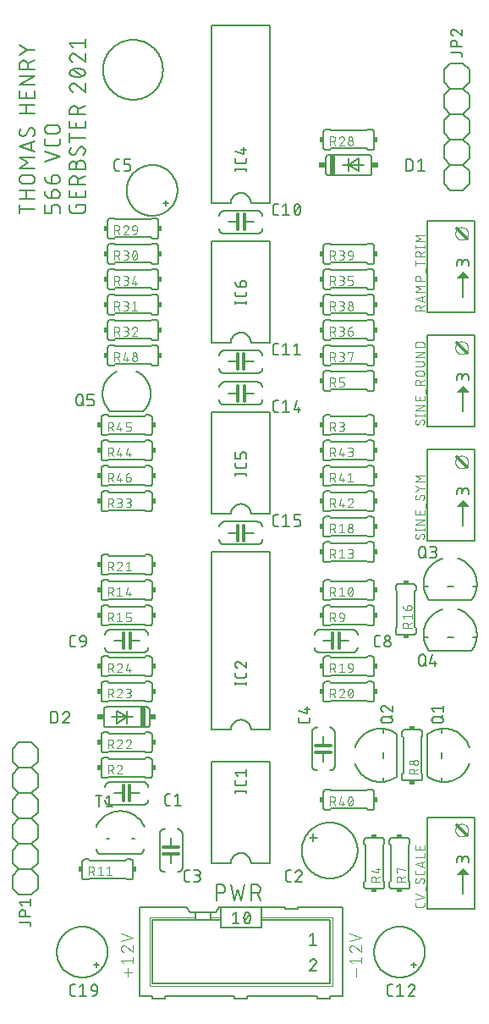
<source format=gto>
G04 EAGLE Gerber RS-274X export*
G75*
%MOMM*%
%FSLAX34Y34*%
%LPD*%
%INSilkscreen Top*%
%IPPOS*%
%AMOC8*
5,1,8,0,0,1.08239X$1,22.5*%
G01*
%ADD10C,0.127000*%
%ADD11C,0.101600*%
%ADD12C,0.152400*%
%ADD13C,0.304800*%
%ADD14R,0.381000X0.508000*%
%ADD15R,0.508000X0.381000*%
%ADD16C,0.050800*%
%ADD17R,0.508000X2.032000*%
%ADD18R,0.635000X0.508000*%
%ADD19C,0.177800*%


D10*
X35179Y800610D02*
X19685Y800610D01*
X19685Y796306D02*
X19685Y804914D01*
X19685Y810676D02*
X35179Y810676D01*
X26571Y810676D02*
X26571Y819284D01*
X19685Y819284D02*
X35179Y819284D01*
X30875Y826038D02*
X23989Y826038D01*
X23859Y826040D01*
X23729Y826046D01*
X23599Y826056D01*
X23470Y826069D01*
X23341Y826087D01*
X23213Y826108D01*
X23086Y826134D01*
X22959Y826163D01*
X22833Y826196D01*
X22709Y826233D01*
X22585Y826273D01*
X22463Y826318D01*
X22342Y826366D01*
X22223Y826417D01*
X22105Y826472D01*
X21989Y826531D01*
X21875Y826593D01*
X21762Y826659D01*
X21652Y826728D01*
X21544Y826800D01*
X21438Y826875D01*
X21335Y826954D01*
X21234Y827036D01*
X21135Y827120D01*
X21039Y827208D01*
X20946Y827299D01*
X20855Y827392D01*
X20767Y827488D01*
X20683Y827587D01*
X20601Y827688D01*
X20522Y827791D01*
X20447Y827897D01*
X20375Y828005D01*
X20306Y828115D01*
X20240Y828228D01*
X20178Y828342D01*
X20119Y828458D01*
X20064Y828576D01*
X20013Y828695D01*
X19965Y828816D01*
X19920Y828938D01*
X19880Y829062D01*
X19843Y829186D01*
X19810Y829312D01*
X19781Y829439D01*
X19755Y829566D01*
X19734Y829694D01*
X19716Y829823D01*
X19703Y829952D01*
X19693Y830082D01*
X19687Y830212D01*
X19685Y830342D01*
X19687Y830472D01*
X19693Y830602D01*
X19703Y830732D01*
X19716Y830861D01*
X19734Y830990D01*
X19755Y831118D01*
X19781Y831245D01*
X19810Y831372D01*
X19843Y831498D01*
X19880Y831622D01*
X19920Y831746D01*
X19965Y831868D01*
X20013Y831989D01*
X20064Y832108D01*
X20119Y832226D01*
X20178Y832342D01*
X20240Y832456D01*
X20306Y832569D01*
X20375Y832679D01*
X20447Y832787D01*
X20522Y832893D01*
X20601Y832996D01*
X20683Y833097D01*
X20767Y833196D01*
X20855Y833292D01*
X20946Y833385D01*
X21039Y833476D01*
X21135Y833564D01*
X21234Y833648D01*
X21335Y833730D01*
X21438Y833809D01*
X21544Y833884D01*
X21652Y833956D01*
X21762Y834025D01*
X21875Y834091D01*
X21989Y834153D01*
X22105Y834212D01*
X22223Y834267D01*
X22342Y834318D01*
X22463Y834366D01*
X22585Y834411D01*
X22709Y834451D01*
X22833Y834488D01*
X22959Y834521D01*
X23086Y834550D01*
X23213Y834576D01*
X23341Y834597D01*
X23470Y834615D01*
X23599Y834628D01*
X23729Y834638D01*
X23859Y834644D01*
X23989Y834646D01*
X23989Y834645D02*
X30875Y834645D01*
X30875Y834646D02*
X31005Y834644D01*
X31135Y834638D01*
X31265Y834628D01*
X31394Y834615D01*
X31523Y834597D01*
X31651Y834576D01*
X31778Y834550D01*
X31905Y834521D01*
X32031Y834488D01*
X32155Y834451D01*
X32279Y834411D01*
X32401Y834366D01*
X32522Y834318D01*
X32641Y834267D01*
X32759Y834212D01*
X32875Y834153D01*
X32989Y834091D01*
X33102Y834025D01*
X33212Y833956D01*
X33320Y833884D01*
X33426Y833809D01*
X33529Y833730D01*
X33630Y833648D01*
X33729Y833564D01*
X33825Y833476D01*
X33918Y833385D01*
X34009Y833292D01*
X34097Y833196D01*
X34181Y833097D01*
X34263Y832996D01*
X34342Y832893D01*
X34417Y832787D01*
X34489Y832679D01*
X34558Y832569D01*
X34624Y832456D01*
X34686Y832342D01*
X34745Y832226D01*
X34800Y832108D01*
X34851Y831989D01*
X34899Y831868D01*
X34944Y831746D01*
X34984Y831622D01*
X35021Y831498D01*
X35054Y831372D01*
X35083Y831245D01*
X35109Y831118D01*
X35130Y830990D01*
X35148Y830861D01*
X35161Y830732D01*
X35171Y830602D01*
X35177Y830472D01*
X35179Y830342D01*
X35177Y830212D01*
X35171Y830082D01*
X35161Y829952D01*
X35148Y829823D01*
X35130Y829694D01*
X35109Y829566D01*
X35083Y829439D01*
X35054Y829312D01*
X35021Y829186D01*
X34984Y829062D01*
X34944Y828938D01*
X34899Y828816D01*
X34851Y828695D01*
X34800Y828576D01*
X34745Y828458D01*
X34686Y828342D01*
X34624Y828228D01*
X34558Y828115D01*
X34489Y828005D01*
X34417Y827897D01*
X34342Y827791D01*
X34263Y827688D01*
X34181Y827587D01*
X34097Y827488D01*
X34009Y827392D01*
X33918Y827299D01*
X33825Y827208D01*
X33729Y827120D01*
X33630Y827036D01*
X33529Y826954D01*
X33426Y826875D01*
X33320Y826800D01*
X33212Y826728D01*
X33102Y826659D01*
X32989Y826593D01*
X32875Y826531D01*
X32759Y826472D01*
X32641Y826417D01*
X32522Y826366D01*
X32401Y826318D01*
X32279Y826273D01*
X32155Y826233D01*
X32031Y826196D01*
X31905Y826163D01*
X31778Y826134D01*
X31651Y826108D01*
X31523Y826087D01*
X31394Y826069D01*
X31265Y826056D01*
X31135Y826046D01*
X31005Y826040D01*
X30875Y826038D01*
X35179Y841529D02*
X19685Y841529D01*
X28293Y846694D01*
X19685Y851859D01*
X35179Y851859D01*
X35179Y857882D02*
X19685Y863046D01*
X35179Y868211D01*
X31306Y866920D02*
X31306Y859173D01*
X35179Y878277D02*
X35177Y878392D01*
X35171Y878507D01*
X35162Y878622D01*
X35148Y878736D01*
X35131Y878850D01*
X35110Y878963D01*
X35085Y879075D01*
X35057Y879187D01*
X35024Y879297D01*
X34988Y879406D01*
X34949Y879514D01*
X34906Y879621D01*
X34859Y879726D01*
X34809Y879830D01*
X34755Y879932D01*
X34698Y880032D01*
X34638Y880130D01*
X34575Y880226D01*
X34508Y880319D01*
X34438Y880411D01*
X34365Y880500D01*
X34290Y880587D01*
X34211Y880671D01*
X34130Y880752D01*
X34046Y880831D01*
X33959Y880906D01*
X33870Y880979D01*
X33778Y881049D01*
X33685Y881116D01*
X33589Y881179D01*
X33491Y881239D01*
X33391Y881296D01*
X33289Y881350D01*
X33185Y881400D01*
X33080Y881447D01*
X32973Y881490D01*
X32865Y881529D01*
X32756Y881565D01*
X32646Y881598D01*
X32534Y881626D01*
X32422Y881651D01*
X32309Y881672D01*
X32195Y881689D01*
X32081Y881703D01*
X31966Y881712D01*
X31851Y881718D01*
X31736Y881720D01*
X35179Y878277D02*
X35177Y878103D01*
X35171Y877929D01*
X35160Y877755D01*
X35146Y877582D01*
X35127Y877409D01*
X35104Y877236D01*
X35077Y877064D01*
X35046Y876893D01*
X35011Y876723D01*
X34972Y876553D01*
X34929Y876385D01*
X34881Y876217D01*
X34830Y876051D01*
X34775Y875886D01*
X34716Y875722D01*
X34652Y875560D01*
X34586Y875399D01*
X34515Y875240D01*
X34440Y875083D01*
X34362Y874927D01*
X34280Y874774D01*
X34194Y874622D01*
X34105Y874473D01*
X34012Y874326D01*
X33916Y874181D01*
X33816Y874038D01*
X33713Y873898D01*
X33607Y873760D01*
X33497Y873625D01*
X33384Y873493D01*
X33268Y873363D01*
X33149Y873236D01*
X33027Y873112D01*
X23128Y873543D02*
X23013Y873545D01*
X22898Y873551D01*
X22783Y873560D01*
X22669Y873574D01*
X22555Y873591D01*
X22442Y873612D01*
X22330Y873637D01*
X22218Y873665D01*
X22108Y873698D01*
X21999Y873734D01*
X21891Y873773D01*
X21784Y873816D01*
X21679Y873863D01*
X21575Y873913D01*
X21473Y873967D01*
X21373Y874024D01*
X21275Y874084D01*
X21179Y874147D01*
X21086Y874214D01*
X20994Y874284D01*
X20905Y874357D01*
X20818Y874432D01*
X20734Y874511D01*
X20653Y874592D01*
X20574Y874676D01*
X20499Y874763D01*
X20426Y874852D01*
X20356Y874944D01*
X20289Y875037D01*
X20226Y875133D01*
X20166Y875231D01*
X20109Y875331D01*
X20055Y875433D01*
X20005Y875537D01*
X19958Y875642D01*
X19915Y875749D01*
X19876Y875857D01*
X19840Y875966D01*
X19807Y876076D01*
X19779Y876188D01*
X19754Y876300D01*
X19733Y876413D01*
X19716Y876527D01*
X19702Y876641D01*
X19693Y876756D01*
X19687Y876871D01*
X19685Y876986D01*
X19687Y877146D01*
X19693Y877305D01*
X19703Y877465D01*
X19717Y877624D01*
X19734Y877783D01*
X19756Y877941D01*
X19782Y878099D01*
X19811Y878256D01*
X19845Y878412D01*
X19882Y878568D01*
X19923Y878722D01*
X19968Y878875D01*
X20016Y879028D01*
X20069Y879179D01*
X20125Y879328D01*
X20185Y879476D01*
X20248Y879623D01*
X20315Y879768D01*
X20386Y879911D01*
X20460Y880053D01*
X20538Y880193D01*
X20619Y880330D01*
X20703Y880466D01*
X20791Y880599D01*
X20882Y880731D01*
X20976Y880860D01*
X26141Y875265D02*
X26080Y875165D01*
X26015Y875067D01*
X25948Y874971D01*
X25877Y874878D01*
X25803Y874787D01*
X25726Y874699D01*
X25646Y874613D01*
X25563Y874530D01*
X25478Y874450D01*
X25390Y874373D01*
X25299Y874299D01*
X25206Y874228D01*
X25111Y874160D01*
X25013Y874095D01*
X24914Y874033D01*
X24812Y873975D01*
X24708Y873920D01*
X24603Y873869D01*
X24496Y873822D01*
X24387Y873778D01*
X24277Y873737D01*
X24166Y873701D01*
X24054Y873668D01*
X23940Y873639D01*
X23826Y873613D01*
X23711Y873592D01*
X23595Y873574D01*
X23479Y873561D01*
X23362Y873551D01*
X23245Y873545D01*
X23128Y873543D01*
X28723Y879998D02*
X28784Y880098D01*
X28849Y880196D01*
X28917Y880292D01*
X28987Y880385D01*
X29061Y880476D01*
X29138Y880564D01*
X29218Y880650D01*
X29301Y880733D01*
X29386Y880813D01*
X29474Y880890D01*
X29565Y880964D01*
X29658Y881036D01*
X29753Y881104D01*
X29851Y881168D01*
X29950Y881230D01*
X30052Y881288D01*
X30156Y881343D01*
X30261Y881394D01*
X30368Y881441D01*
X30477Y881485D01*
X30587Y881526D01*
X30698Y881562D01*
X30810Y881595D01*
X30924Y881624D01*
X31038Y881650D01*
X31153Y881671D01*
X31269Y881689D01*
X31385Y881702D01*
X31502Y881712D01*
X31619Y881718D01*
X31736Y881720D01*
X28723Y879999D02*
X26141Y875265D01*
X19685Y895907D02*
X35179Y895907D01*
X26571Y895907D02*
X26571Y904515D01*
X19685Y904515D02*
X35179Y904515D01*
X35179Y911791D02*
X35179Y918677D01*
X35179Y911791D02*
X19685Y911791D01*
X19685Y918677D01*
X26571Y916956D02*
X26571Y911791D01*
X19685Y924647D02*
X35179Y924647D01*
X35179Y933255D02*
X19685Y924647D01*
X19685Y933255D02*
X35179Y933255D01*
X35179Y940590D02*
X19685Y940590D01*
X19685Y944894D01*
X19687Y945024D01*
X19693Y945154D01*
X19703Y945284D01*
X19716Y945413D01*
X19734Y945542D01*
X19755Y945670D01*
X19781Y945797D01*
X19810Y945924D01*
X19843Y946050D01*
X19880Y946174D01*
X19920Y946298D01*
X19965Y946420D01*
X20013Y946541D01*
X20064Y946660D01*
X20119Y946778D01*
X20178Y946894D01*
X20240Y947008D01*
X20306Y947121D01*
X20375Y947231D01*
X20447Y947339D01*
X20522Y947445D01*
X20601Y947548D01*
X20683Y947649D01*
X20767Y947748D01*
X20855Y947844D01*
X20946Y947937D01*
X21039Y948028D01*
X21135Y948116D01*
X21234Y948200D01*
X21335Y948282D01*
X21438Y948361D01*
X21544Y948436D01*
X21652Y948508D01*
X21762Y948577D01*
X21875Y948643D01*
X21989Y948705D01*
X22105Y948764D01*
X22223Y948819D01*
X22342Y948870D01*
X22463Y948918D01*
X22585Y948963D01*
X22709Y949003D01*
X22833Y949040D01*
X22959Y949073D01*
X23086Y949102D01*
X23213Y949128D01*
X23341Y949149D01*
X23470Y949167D01*
X23599Y949180D01*
X23729Y949190D01*
X23859Y949196D01*
X23989Y949198D01*
X24119Y949196D01*
X24249Y949190D01*
X24379Y949180D01*
X24508Y949167D01*
X24637Y949149D01*
X24765Y949128D01*
X24892Y949102D01*
X25019Y949073D01*
X25145Y949040D01*
X25269Y949003D01*
X25393Y948963D01*
X25515Y948918D01*
X25636Y948870D01*
X25755Y948819D01*
X25873Y948764D01*
X25989Y948705D01*
X26103Y948643D01*
X26216Y948577D01*
X26326Y948508D01*
X26434Y948436D01*
X26540Y948361D01*
X26643Y948282D01*
X26744Y948200D01*
X26843Y948116D01*
X26939Y948028D01*
X27032Y947937D01*
X27123Y947844D01*
X27211Y947748D01*
X27295Y947649D01*
X27377Y947548D01*
X27456Y947445D01*
X27531Y947339D01*
X27603Y947231D01*
X27672Y947121D01*
X27738Y947008D01*
X27800Y946894D01*
X27859Y946778D01*
X27914Y946660D01*
X27965Y946541D01*
X28013Y946420D01*
X28058Y946298D01*
X28098Y946174D01*
X28135Y946050D01*
X28168Y945924D01*
X28197Y945797D01*
X28223Y945670D01*
X28244Y945542D01*
X28262Y945413D01*
X28275Y945284D01*
X28285Y945154D01*
X28291Y945024D01*
X28293Y944894D01*
X28293Y940590D01*
X28293Y945754D02*
X35179Y949197D01*
X27002Y959674D02*
X19685Y954509D01*
X27002Y959674D02*
X19685Y964838D01*
X27002Y959674D02*
X35179Y959674D01*
X60325Y801471D02*
X60325Y796306D01*
X60325Y801471D02*
X60323Y801586D01*
X60317Y801701D01*
X60308Y801816D01*
X60294Y801930D01*
X60277Y802044D01*
X60256Y802157D01*
X60231Y802269D01*
X60203Y802381D01*
X60170Y802491D01*
X60134Y802600D01*
X60095Y802708D01*
X60052Y802815D01*
X60005Y802920D01*
X59955Y803024D01*
X59901Y803126D01*
X59844Y803226D01*
X59784Y803324D01*
X59721Y803420D01*
X59654Y803513D01*
X59584Y803605D01*
X59511Y803694D01*
X59436Y803781D01*
X59357Y803865D01*
X59276Y803946D01*
X59192Y804025D01*
X59105Y804100D01*
X59016Y804173D01*
X58924Y804243D01*
X58831Y804310D01*
X58735Y804373D01*
X58637Y804433D01*
X58537Y804490D01*
X58435Y804544D01*
X58331Y804594D01*
X58226Y804641D01*
X58119Y804684D01*
X58011Y804723D01*
X57902Y804759D01*
X57792Y804792D01*
X57680Y804820D01*
X57568Y804845D01*
X57455Y804866D01*
X57341Y804883D01*
X57227Y804897D01*
X57112Y804906D01*
X56997Y804912D01*
X56882Y804914D01*
X55160Y804914D01*
X55045Y804912D01*
X54930Y804906D01*
X54815Y804897D01*
X54701Y804883D01*
X54587Y804866D01*
X54474Y804845D01*
X54362Y804820D01*
X54250Y804792D01*
X54140Y804759D01*
X54031Y804723D01*
X53923Y804684D01*
X53816Y804641D01*
X53711Y804594D01*
X53607Y804544D01*
X53505Y804490D01*
X53405Y804433D01*
X53307Y804373D01*
X53211Y804310D01*
X53118Y804243D01*
X53026Y804173D01*
X52937Y804100D01*
X52850Y804025D01*
X52766Y803946D01*
X52685Y803865D01*
X52607Y803781D01*
X52531Y803694D01*
X52458Y803605D01*
X52388Y803513D01*
X52321Y803420D01*
X52258Y803324D01*
X52198Y803226D01*
X52141Y803126D01*
X52087Y803024D01*
X52037Y802920D01*
X51990Y802815D01*
X51947Y802708D01*
X51908Y802600D01*
X51872Y802491D01*
X51839Y802381D01*
X51811Y802269D01*
X51786Y802157D01*
X51765Y802044D01*
X51748Y801930D01*
X51734Y801816D01*
X51725Y801701D01*
X51719Y801586D01*
X51717Y801471D01*
X51717Y796306D01*
X44831Y796306D01*
X44831Y804914D01*
X51717Y811172D02*
X51717Y816337D01*
X51719Y816452D01*
X51725Y816567D01*
X51734Y816682D01*
X51748Y816796D01*
X51765Y816910D01*
X51786Y817023D01*
X51811Y817135D01*
X51839Y817247D01*
X51872Y817357D01*
X51908Y817466D01*
X51947Y817574D01*
X51990Y817681D01*
X52037Y817786D01*
X52087Y817890D01*
X52141Y817992D01*
X52198Y818092D01*
X52258Y818190D01*
X52321Y818286D01*
X52388Y818379D01*
X52458Y818471D01*
X52531Y818560D01*
X52607Y818647D01*
X52685Y818731D01*
X52766Y818812D01*
X52851Y818891D01*
X52937Y818966D01*
X53026Y819039D01*
X53118Y819109D01*
X53211Y819176D01*
X53307Y819239D01*
X53405Y819299D01*
X53505Y819356D01*
X53607Y819410D01*
X53711Y819460D01*
X53816Y819507D01*
X53923Y819550D01*
X54031Y819590D01*
X54140Y819625D01*
X54250Y819658D01*
X54362Y819686D01*
X54474Y819711D01*
X54587Y819732D01*
X54701Y819749D01*
X54815Y819763D01*
X54930Y819772D01*
X55045Y819778D01*
X55160Y819780D01*
X56021Y819780D01*
X56151Y819778D01*
X56281Y819772D01*
X56411Y819762D01*
X56540Y819749D01*
X56669Y819731D01*
X56797Y819710D01*
X56924Y819684D01*
X57051Y819655D01*
X57177Y819622D01*
X57301Y819585D01*
X57425Y819545D01*
X57547Y819500D01*
X57668Y819452D01*
X57787Y819401D01*
X57905Y819346D01*
X58021Y819287D01*
X58135Y819225D01*
X58248Y819159D01*
X58358Y819090D01*
X58466Y819018D01*
X58572Y818943D01*
X58675Y818864D01*
X58776Y818782D01*
X58875Y818698D01*
X58971Y818610D01*
X59064Y818519D01*
X59155Y818426D01*
X59243Y818330D01*
X59327Y818231D01*
X59409Y818130D01*
X59488Y818027D01*
X59563Y817921D01*
X59635Y817813D01*
X59704Y817703D01*
X59770Y817590D01*
X59832Y817476D01*
X59891Y817360D01*
X59946Y817242D01*
X59997Y817123D01*
X60045Y817002D01*
X60090Y816880D01*
X60130Y816756D01*
X60167Y816632D01*
X60200Y816506D01*
X60229Y816379D01*
X60255Y816252D01*
X60276Y816124D01*
X60294Y815995D01*
X60307Y815866D01*
X60317Y815736D01*
X60323Y815606D01*
X60325Y815476D01*
X60323Y815346D01*
X60317Y815216D01*
X60307Y815086D01*
X60294Y814957D01*
X60276Y814828D01*
X60255Y814700D01*
X60229Y814573D01*
X60200Y814446D01*
X60167Y814320D01*
X60130Y814196D01*
X60090Y814072D01*
X60045Y813950D01*
X59997Y813829D01*
X59946Y813710D01*
X59891Y813592D01*
X59832Y813476D01*
X59770Y813362D01*
X59704Y813249D01*
X59635Y813139D01*
X59563Y813031D01*
X59488Y812925D01*
X59409Y812822D01*
X59327Y812721D01*
X59243Y812622D01*
X59155Y812526D01*
X59064Y812433D01*
X58971Y812342D01*
X58875Y812254D01*
X58776Y812170D01*
X58675Y812088D01*
X58572Y812009D01*
X58466Y811934D01*
X58358Y811862D01*
X58248Y811793D01*
X58135Y811727D01*
X58021Y811665D01*
X57905Y811606D01*
X57787Y811551D01*
X57668Y811500D01*
X57547Y811452D01*
X57425Y811407D01*
X57301Y811367D01*
X57177Y811330D01*
X57051Y811297D01*
X56924Y811268D01*
X56797Y811242D01*
X56669Y811221D01*
X56540Y811203D01*
X56411Y811190D01*
X56281Y811180D01*
X56151Y811174D01*
X56021Y811172D01*
X51717Y811172D01*
X51548Y811174D01*
X51379Y811180D01*
X51210Y811191D01*
X51042Y811205D01*
X50874Y811224D01*
X50707Y811247D01*
X50540Y811273D01*
X50374Y811304D01*
X50208Y811339D01*
X50044Y811378D01*
X49880Y811421D01*
X49718Y811469D01*
X49557Y811520D01*
X49397Y811575D01*
X49239Y811633D01*
X49082Y811696D01*
X48927Y811763D01*
X48773Y811833D01*
X48621Y811907D01*
X48471Y811985D01*
X48323Y812067D01*
X48177Y812152D01*
X48033Y812240D01*
X47891Y812332D01*
X47752Y812428D01*
X47615Y812527D01*
X47481Y812629D01*
X47349Y812735D01*
X47219Y812844D01*
X47093Y812956D01*
X46969Y813071D01*
X46848Y813189D01*
X46730Y813310D01*
X46615Y813434D01*
X46503Y813560D01*
X46394Y813690D01*
X46288Y813822D01*
X46186Y813956D01*
X46087Y814093D01*
X45992Y814232D01*
X45899Y814374D01*
X45811Y814518D01*
X45726Y814664D01*
X45644Y814812D01*
X45566Y814962D01*
X45492Y815114D01*
X45422Y815267D01*
X45355Y815423D01*
X45292Y815580D01*
X45234Y815738D01*
X45179Y815898D01*
X45128Y816059D01*
X45080Y816221D01*
X45037Y816385D01*
X44998Y816549D01*
X44963Y816715D01*
X44932Y816881D01*
X44906Y817048D01*
X44883Y817215D01*
X44864Y817383D01*
X44850Y817551D01*
X44839Y817720D01*
X44833Y817889D01*
X44831Y818058D01*
X51717Y826038D02*
X51717Y831202D01*
X51719Y831317D01*
X51725Y831432D01*
X51734Y831547D01*
X51748Y831661D01*
X51765Y831775D01*
X51786Y831888D01*
X51811Y832000D01*
X51839Y832112D01*
X51872Y832222D01*
X51908Y832331D01*
X51947Y832439D01*
X51990Y832546D01*
X52037Y832651D01*
X52087Y832755D01*
X52141Y832857D01*
X52198Y832957D01*
X52258Y833055D01*
X52321Y833151D01*
X52388Y833244D01*
X52458Y833336D01*
X52531Y833425D01*
X52607Y833512D01*
X52685Y833596D01*
X52766Y833677D01*
X52851Y833756D01*
X52937Y833831D01*
X53026Y833904D01*
X53118Y833974D01*
X53211Y834041D01*
X53307Y834104D01*
X53405Y834164D01*
X53505Y834221D01*
X53607Y834275D01*
X53711Y834325D01*
X53816Y834372D01*
X53923Y834415D01*
X54031Y834455D01*
X54140Y834490D01*
X54250Y834523D01*
X54362Y834551D01*
X54474Y834576D01*
X54587Y834597D01*
X54701Y834614D01*
X54815Y834628D01*
X54930Y834637D01*
X55045Y834643D01*
X55160Y834645D01*
X56021Y834645D01*
X56151Y834643D01*
X56281Y834637D01*
X56411Y834627D01*
X56540Y834614D01*
X56669Y834596D01*
X56797Y834575D01*
X56924Y834549D01*
X57051Y834520D01*
X57177Y834487D01*
X57301Y834450D01*
X57425Y834410D01*
X57547Y834365D01*
X57668Y834317D01*
X57787Y834266D01*
X57905Y834211D01*
X58021Y834152D01*
X58135Y834090D01*
X58248Y834024D01*
X58358Y833955D01*
X58466Y833883D01*
X58572Y833808D01*
X58675Y833729D01*
X58776Y833647D01*
X58875Y833563D01*
X58971Y833475D01*
X59064Y833384D01*
X59155Y833291D01*
X59243Y833195D01*
X59327Y833096D01*
X59409Y832995D01*
X59488Y832892D01*
X59563Y832786D01*
X59635Y832678D01*
X59704Y832568D01*
X59770Y832455D01*
X59832Y832341D01*
X59891Y832225D01*
X59946Y832107D01*
X59997Y831988D01*
X60045Y831867D01*
X60090Y831745D01*
X60130Y831621D01*
X60167Y831497D01*
X60200Y831371D01*
X60229Y831244D01*
X60255Y831117D01*
X60276Y830989D01*
X60294Y830860D01*
X60307Y830731D01*
X60317Y830601D01*
X60323Y830471D01*
X60325Y830341D01*
X60323Y830211D01*
X60317Y830081D01*
X60307Y829951D01*
X60294Y829822D01*
X60276Y829693D01*
X60255Y829565D01*
X60229Y829438D01*
X60200Y829311D01*
X60167Y829185D01*
X60130Y829061D01*
X60090Y828937D01*
X60045Y828815D01*
X59997Y828694D01*
X59946Y828575D01*
X59891Y828457D01*
X59832Y828341D01*
X59770Y828227D01*
X59704Y828114D01*
X59635Y828004D01*
X59563Y827896D01*
X59488Y827790D01*
X59409Y827687D01*
X59327Y827586D01*
X59243Y827487D01*
X59155Y827391D01*
X59064Y827298D01*
X58971Y827207D01*
X58875Y827119D01*
X58776Y827035D01*
X58675Y826953D01*
X58572Y826874D01*
X58466Y826799D01*
X58358Y826727D01*
X58248Y826658D01*
X58135Y826592D01*
X58021Y826530D01*
X57905Y826471D01*
X57787Y826416D01*
X57668Y826365D01*
X57547Y826317D01*
X57425Y826272D01*
X57301Y826232D01*
X57177Y826195D01*
X57051Y826162D01*
X56924Y826133D01*
X56797Y826107D01*
X56669Y826086D01*
X56540Y826068D01*
X56411Y826055D01*
X56281Y826045D01*
X56151Y826039D01*
X56021Y826037D01*
X56021Y826038D02*
X51717Y826038D01*
X51548Y826040D01*
X51379Y826046D01*
X51210Y826057D01*
X51042Y826071D01*
X50874Y826090D01*
X50707Y826113D01*
X50540Y826139D01*
X50374Y826170D01*
X50208Y826205D01*
X50044Y826244D01*
X49880Y826287D01*
X49718Y826335D01*
X49557Y826386D01*
X49397Y826441D01*
X49239Y826499D01*
X49082Y826562D01*
X48927Y826629D01*
X48773Y826699D01*
X48621Y826773D01*
X48471Y826851D01*
X48323Y826933D01*
X48177Y827018D01*
X48033Y827106D01*
X47891Y827198D01*
X47752Y827294D01*
X47615Y827393D01*
X47481Y827495D01*
X47349Y827601D01*
X47219Y827710D01*
X47093Y827822D01*
X46969Y827937D01*
X46848Y828055D01*
X46730Y828176D01*
X46615Y828300D01*
X46503Y828426D01*
X46394Y828556D01*
X46288Y828688D01*
X46186Y828822D01*
X46087Y828959D01*
X45992Y829098D01*
X45899Y829240D01*
X45811Y829384D01*
X45726Y829530D01*
X45644Y829678D01*
X45566Y829828D01*
X45492Y829980D01*
X45422Y830133D01*
X45355Y830289D01*
X45292Y830446D01*
X45234Y830604D01*
X45179Y830764D01*
X45128Y830925D01*
X45080Y831087D01*
X45037Y831251D01*
X44998Y831415D01*
X44963Y831581D01*
X44932Y831747D01*
X44906Y831914D01*
X44883Y832081D01*
X44864Y832249D01*
X44850Y832417D01*
X44839Y832586D01*
X44833Y832755D01*
X44831Y832924D01*
X44831Y847971D02*
X60325Y853136D01*
X44831Y858300D01*
X60325Y867103D02*
X60325Y870546D01*
X60325Y867103D02*
X60323Y866988D01*
X60317Y866873D01*
X60308Y866758D01*
X60294Y866644D01*
X60277Y866530D01*
X60256Y866417D01*
X60231Y866305D01*
X60203Y866193D01*
X60170Y866083D01*
X60134Y865974D01*
X60095Y865866D01*
X60052Y865759D01*
X60005Y865654D01*
X59955Y865550D01*
X59901Y865448D01*
X59844Y865348D01*
X59784Y865250D01*
X59721Y865154D01*
X59654Y865061D01*
X59584Y864969D01*
X59511Y864880D01*
X59436Y864793D01*
X59357Y864709D01*
X59276Y864628D01*
X59192Y864550D01*
X59105Y864474D01*
X59016Y864401D01*
X58924Y864331D01*
X58831Y864264D01*
X58735Y864201D01*
X58637Y864141D01*
X58537Y864084D01*
X58435Y864030D01*
X58331Y863980D01*
X58226Y863933D01*
X58119Y863890D01*
X58011Y863851D01*
X57902Y863815D01*
X57792Y863782D01*
X57680Y863754D01*
X57568Y863729D01*
X57455Y863708D01*
X57341Y863691D01*
X57227Y863677D01*
X57112Y863668D01*
X56997Y863662D01*
X56882Y863660D01*
X48274Y863660D01*
X48159Y863662D01*
X48044Y863668D01*
X47929Y863677D01*
X47815Y863691D01*
X47701Y863708D01*
X47588Y863729D01*
X47476Y863754D01*
X47364Y863782D01*
X47254Y863815D01*
X47145Y863851D01*
X47037Y863890D01*
X46930Y863933D01*
X46825Y863980D01*
X46721Y864030D01*
X46619Y864084D01*
X46519Y864141D01*
X46421Y864201D01*
X46325Y864264D01*
X46232Y864331D01*
X46140Y864401D01*
X46051Y864474D01*
X45964Y864549D01*
X45880Y864628D01*
X45799Y864709D01*
X45721Y864793D01*
X45645Y864880D01*
X45572Y864969D01*
X45502Y865061D01*
X45435Y865154D01*
X45372Y865250D01*
X45312Y865348D01*
X45255Y865448D01*
X45201Y865550D01*
X45151Y865654D01*
X45104Y865759D01*
X45061Y865866D01*
X45022Y865974D01*
X44986Y866083D01*
X44953Y866193D01*
X44925Y866305D01*
X44900Y866417D01*
X44879Y866530D01*
X44862Y866644D01*
X44848Y866758D01*
X44839Y866873D01*
X44833Y866988D01*
X44831Y867103D01*
X44831Y870546D01*
X49135Y876086D02*
X56021Y876086D01*
X49135Y876086D02*
X49005Y876088D01*
X48875Y876094D01*
X48745Y876104D01*
X48616Y876117D01*
X48487Y876135D01*
X48359Y876156D01*
X48232Y876182D01*
X48105Y876211D01*
X47979Y876244D01*
X47855Y876281D01*
X47731Y876321D01*
X47609Y876366D01*
X47488Y876414D01*
X47369Y876465D01*
X47251Y876520D01*
X47135Y876579D01*
X47021Y876641D01*
X46908Y876707D01*
X46798Y876776D01*
X46690Y876848D01*
X46584Y876923D01*
X46481Y877002D01*
X46380Y877084D01*
X46281Y877168D01*
X46185Y877256D01*
X46092Y877347D01*
X46001Y877440D01*
X45913Y877536D01*
X45829Y877635D01*
X45747Y877736D01*
X45668Y877839D01*
X45593Y877945D01*
X45521Y878053D01*
X45452Y878163D01*
X45386Y878276D01*
X45324Y878390D01*
X45265Y878506D01*
X45210Y878624D01*
X45159Y878743D01*
X45111Y878864D01*
X45066Y878986D01*
X45026Y879110D01*
X44989Y879234D01*
X44956Y879360D01*
X44927Y879487D01*
X44901Y879614D01*
X44880Y879742D01*
X44862Y879871D01*
X44849Y880000D01*
X44839Y880130D01*
X44833Y880260D01*
X44831Y880390D01*
X44833Y880520D01*
X44839Y880650D01*
X44849Y880780D01*
X44862Y880909D01*
X44880Y881038D01*
X44901Y881166D01*
X44927Y881293D01*
X44956Y881420D01*
X44989Y881546D01*
X45026Y881670D01*
X45066Y881794D01*
X45111Y881916D01*
X45159Y882037D01*
X45210Y882156D01*
X45265Y882274D01*
X45324Y882390D01*
X45386Y882504D01*
X45452Y882617D01*
X45521Y882727D01*
X45593Y882835D01*
X45668Y882941D01*
X45747Y883044D01*
X45829Y883145D01*
X45913Y883244D01*
X46001Y883340D01*
X46092Y883433D01*
X46185Y883524D01*
X46281Y883612D01*
X46380Y883696D01*
X46481Y883778D01*
X46584Y883857D01*
X46690Y883932D01*
X46798Y884004D01*
X46908Y884073D01*
X47021Y884139D01*
X47135Y884201D01*
X47251Y884260D01*
X47369Y884315D01*
X47488Y884366D01*
X47609Y884414D01*
X47731Y884459D01*
X47855Y884499D01*
X47979Y884536D01*
X48105Y884569D01*
X48232Y884598D01*
X48359Y884624D01*
X48487Y884645D01*
X48616Y884663D01*
X48745Y884676D01*
X48875Y884686D01*
X49005Y884692D01*
X49135Y884694D01*
X49135Y884693D02*
X56021Y884693D01*
X56021Y884694D02*
X56151Y884692D01*
X56281Y884686D01*
X56411Y884676D01*
X56540Y884663D01*
X56669Y884645D01*
X56797Y884624D01*
X56924Y884598D01*
X57051Y884569D01*
X57177Y884536D01*
X57301Y884499D01*
X57425Y884459D01*
X57547Y884414D01*
X57668Y884366D01*
X57787Y884315D01*
X57905Y884260D01*
X58021Y884201D01*
X58135Y884139D01*
X58248Y884073D01*
X58358Y884004D01*
X58466Y883932D01*
X58572Y883857D01*
X58675Y883778D01*
X58776Y883696D01*
X58875Y883612D01*
X58971Y883524D01*
X59064Y883433D01*
X59155Y883340D01*
X59243Y883244D01*
X59327Y883145D01*
X59409Y883044D01*
X59488Y882941D01*
X59563Y882835D01*
X59635Y882727D01*
X59704Y882617D01*
X59770Y882504D01*
X59832Y882390D01*
X59891Y882274D01*
X59946Y882156D01*
X59997Y882037D01*
X60045Y881916D01*
X60090Y881794D01*
X60130Y881670D01*
X60167Y881546D01*
X60200Y881420D01*
X60229Y881293D01*
X60255Y881166D01*
X60276Y881038D01*
X60294Y880909D01*
X60307Y880780D01*
X60317Y880650D01*
X60323Y880520D01*
X60325Y880390D01*
X60323Y880260D01*
X60317Y880130D01*
X60307Y880000D01*
X60294Y879871D01*
X60276Y879742D01*
X60255Y879614D01*
X60229Y879487D01*
X60200Y879360D01*
X60167Y879234D01*
X60130Y879110D01*
X60090Y878986D01*
X60045Y878864D01*
X59997Y878743D01*
X59946Y878624D01*
X59891Y878506D01*
X59832Y878390D01*
X59770Y878276D01*
X59704Y878163D01*
X59635Y878053D01*
X59563Y877945D01*
X59488Y877839D01*
X59409Y877736D01*
X59327Y877635D01*
X59243Y877536D01*
X59155Y877440D01*
X59064Y877347D01*
X58971Y877256D01*
X58875Y877168D01*
X58776Y877084D01*
X58675Y877002D01*
X58572Y876923D01*
X58466Y876848D01*
X58358Y876776D01*
X58248Y876707D01*
X58135Y876641D01*
X58021Y876579D01*
X57905Y876520D01*
X57787Y876465D01*
X57668Y876414D01*
X57547Y876366D01*
X57425Y876321D01*
X57301Y876281D01*
X57177Y876244D01*
X57051Y876211D01*
X56924Y876182D01*
X56797Y876156D01*
X56669Y876135D01*
X56540Y876117D01*
X56411Y876104D01*
X56281Y876094D01*
X56151Y876088D01*
X56021Y876086D01*
X76863Y804914D02*
X76863Y802332D01*
X76863Y804914D02*
X85471Y804914D01*
X85471Y799749D01*
X85469Y799634D01*
X85463Y799519D01*
X85454Y799404D01*
X85440Y799290D01*
X85423Y799176D01*
X85402Y799063D01*
X85377Y798951D01*
X85349Y798839D01*
X85316Y798729D01*
X85280Y798620D01*
X85241Y798512D01*
X85198Y798405D01*
X85151Y798300D01*
X85101Y798196D01*
X85047Y798094D01*
X84990Y797994D01*
X84930Y797896D01*
X84867Y797800D01*
X84800Y797707D01*
X84730Y797615D01*
X84657Y797526D01*
X84582Y797439D01*
X84503Y797355D01*
X84422Y797274D01*
X84338Y797196D01*
X84251Y797120D01*
X84162Y797047D01*
X84070Y796977D01*
X83977Y796910D01*
X83881Y796847D01*
X83783Y796787D01*
X83683Y796730D01*
X83581Y796676D01*
X83477Y796626D01*
X83372Y796579D01*
X83265Y796536D01*
X83157Y796497D01*
X83048Y796461D01*
X82938Y796428D01*
X82826Y796400D01*
X82714Y796375D01*
X82601Y796354D01*
X82487Y796337D01*
X82373Y796323D01*
X82258Y796314D01*
X82143Y796308D01*
X82028Y796306D01*
X73420Y796306D01*
X73305Y796308D01*
X73190Y796314D01*
X73075Y796323D01*
X72961Y796337D01*
X72847Y796354D01*
X72734Y796375D01*
X72622Y796400D01*
X72510Y796428D01*
X72400Y796461D01*
X72291Y796497D01*
X72183Y796536D01*
X72076Y796579D01*
X71971Y796626D01*
X71867Y796676D01*
X71765Y796730D01*
X71665Y796787D01*
X71567Y796847D01*
X71471Y796910D01*
X71378Y796977D01*
X71286Y797047D01*
X71197Y797120D01*
X71110Y797195D01*
X71026Y797274D01*
X70945Y797355D01*
X70867Y797439D01*
X70791Y797526D01*
X70718Y797615D01*
X70648Y797707D01*
X70581Y797800D01*
X70518Y797896D01*
X70458Y797994D01*
X70401Y798094D01*
X70347Y798196D01*
X70297Y798300D01*
X70250Y798405D01*
X70207Y798512D01*
X70168Y798620D01*
X70132Y798729D01*
X70099Y798839D01*
X70071Y798951D01*
X70046Y799063D01*
X70025Y799176D01*
X70008Y799290D01*
X69994Y799404D01*
X69985Y799519D01*
X69979Y799634D01*
X69977Y799749D01*
X69977Y804914D01*
X85471Y812190D02*
X85471Y819076D01*
X85471Y812190D02*
X69977Y812190D01*
X69977Y819076D01*
X76863Y817355D02*
X76863Y812190D01*
X69977Y825132D02*
X85471Y825132D01*
X69977Y825132D02*
X69977Y829436D01*
X69979Y829566D01*
X69985Y829696D01*
X69995Y829826D01*
X70008Y829955D01*
X70026Y830084D01*
X70047Y830212D01*
X70073Y830339D01*
X70102Y830466D01*
X70135Y830592D01*
X70172Y830716D01*
X70212Y830840D01*
X70257Y830962D01*
X70305Y831083D01*
X70356Y831202D01*
X70411Y831320D01*
X70470Y831436D01*
X70532Y831550D01*
X70598Y831663D01*
X70667Y831773D01*
X70739Y831881D01*
X70814Y831987D01*
X70893Y832090D01*
X70975Y832191D01*
X71059Y832290D01*
X71147Y832386D01*
X71238Y832479D01*
X71331Y832570D01*
X71427Y832658D01*
X71526Y832742D01*
X71627Y832824D01*
X71730Y832903D01*
X71836Y832978D01*
X71944Y833050D01*
X72054Y833119D01*
X72167Y833185D01*
X72281Y833247D01*
X72397Y833306D01*
X72515Y833361D01*
X72634Y833412D01*
X72755Y833460D01*
X72877Y833505D01*
X73001Y833545D01*
X73125Y833582D01*
X73251Y833615D01*
X73378Y833644D01*
X73505Y833670D01*
X73633Y833691D01*
X73762Y833709D01*
X73891Y833722D01*
X74021Y833732D01*
X74151Y833738D01*
X74281Y833740D01*
X74411Y833738D01*
X74541Y833732D01*
X74671Y833722D01*
X74800Y833709D01*
X74929Y833691D01*
X75057Y833670D01*
X75184Y833644D01*
X75311Y833615D01*
X75437Y833582D01*
X75561Y833545D01*
X75685Y833505D01*
X75807Y833460D01*
X75928Y833412D01*
X76047Y833361D01*
X76165Y833306D01*
X76281Y833247D01*
X76395Y833185D01*
X76508Y833119D01*
X76618Y833050D01*
X76726Y832978D01*
X76832Y832903D01*
X76935Y832824D01*
X77036Y832742D01*
X77135Y832658D01*
X77231Y832570D01*
X77324Y832479D01*
X77415Y832386D01*
X77503Y832290D01*
X77587Y832191D01*
X77669Y832090D01*
X77748Y831987D01*
X77823Y831881D01*
X77895Y831773D01*
X77964Y831663D01*
X78030Y831550D01*
X78092Y831436D01*
X78151Y831320D01*
X78206Y831202D01*
X78257Y831083D01*
X78305Y830962D01*
X78350Y830840D01*
X78390Y830716D01*
X78427Y830592D01*
X78460Y830466D01*
X78489Y830339D01*
X78515Y830212D01*
X78536Y830084D01*
X78554Y829955D01*
X78567Y829826D01*
X78577Y829696D01*
X78583Y829566D01*
X78585Y829436D01*
X78585Y825132D01*
X78585Y830297D02*
X85471Y833740D01*
X76863Y840605D02*
X76863Y844909D01*
X76865Y845039D01*
X76871Y845169D01*
X76881Y845299D01*
X76894Y845428D01*
X76912Y845557D01*
X76933Y845685D01*
X76959Y845812D01*
X76988Y845939D01*
X77021Y846065D01*
X77058Y846189D01*
X77098Y846313D01*
X77143Y846435D01*
X77191Y846556D01*
X77242Y846675D01*
X77297Y846793D01*
X77356Y846909D01*
X77418Y847023D01*
X77484Y847136D01*
X77553Y847246D01*
X77625Y847354D01*
X77700Y847460D01*
X77779Y847563D01*
X77861Y847664D01*
X77945Y847763D01*
X78033Y847859D01*
X78124Y847952D01*
X78217Y848043D01*
X78313Y848131D01*
X78412Y848215D01*
X78513Y848297D01*
X78616Y848376D01*
X78722Y848451D01*
X78830Y848523D01*
X78940Y848592D01*
X79053Y848658D01*
X79167Y848720D01*
X79283Y848779D01*
X79401Y848834D01*
X79520Y848885D01*
X79641Y848933D01*
X79763Y848978D01*
X79887Y849018D01*
X80011Y849055D01*
X80137Y849088D01*
X80264Y849117D01*
X80391Y849143D01*
X80519Y849164D01*
X80648Y849182D01*
X80777Y849195D01*
X80907Y849205D01*
X81037Y849211D01*
X81167Y849213D01*
X81297Y849211D01*
X81427Y849205D01*
X81557Y849195D01*
X81686Y849182D01*
X81815Y849164D01*
X81943Y849143D01*
X82070Y849117D01*
X82197Y849088D01*
X82323Y849055D01*
X82447Y849018D01*
X82571Y848978D01*
X82693Y848933D01*
X82814Y848885D01*
X82933Y848834D01*
X83051Y848779D01*
X83167Y848720D01*
X83281Y848658D01*
X83394Y848592D01*
X83504Y848523D01*
X83612Y848451D01*
X83718Y848376D01*
X83821Y848297D01*
X83922Y848215D01*
X84021Y848131D01*
X84117Y848043D01*
X84210Y847952D01*
X84301Y847859D01*
X84389Y847763D01*
X84473Y847664D01*
X84555Y847563D01*
X84634Y847460D01*
X84709Y847354D01*
X84781Y847246D01*
X84850Y847136D01*
X84916Y847023D01*
X84978Y846909D01*
X85037Y846793D01*
X85092Y846675D01*
X85143Y846556D01*
X85191Y846435D01*
X85236Y846313D01*
X85276Y846189D01*
X85313Y846065D01*
X85346Y845939D01*
X85375Y845812D01*
X85401Y845685D01*
X85422Y845557D01*
X85440Y845428D01*
X85453Y845299D01*
X85463Y845169D01*
X85469Y845039D01*
X85471Y844909D01*
X85471Y840605D01*
X69977Y840605D01*
X69977Y844909D01*
X69979Y845025D01*
X69985Y845141D01*
X69995Y845257D01*
X70008Y845373D01*
X70026Y845488D01*
X70047Y845602D01*
X70073Y845716D01*
X70102Y845828D01*
X70135Y845940D01*
X70172Y846050D01*
X70212Y846159D01*
X70256Y846267D01*
X70304Y846373D01*
X70355Y846477D01*
X70410Y846580D01*
X70468Y846681D01*
X70529Y846779D01*
X70594Y846876D01*
X70662Y846970D01*
X70733Y847062D01*
X70808Y847152D01*
X70885Y847239D01*
X70965Y847323D01*
X71048Y847404D01*
X71134Y847483D01*
X71222Y847559D01*
X71313Y847632D01*
X71406Y847701D01*
X71501Y847768D01*
X71599Y847831D01*
X71699Y847891D01*
X71800Y847947D01*
X71904Y848000D01*
X72009Y848050D01*
X72116Y848095D01*
X72224Y848138D01*
X72334Y848176D01*
X72445Y848211D01*
X72557Y848242D01*
X72670Y848269D01*
X72784Y848293D01*
X72899Y848312D01*
X73014Y848328D01*
X73130Y848340D01*
X73246Y848348D01*
X73362Y848352D01*
X73478Y848352D01*
X73594Y848348D01*
X73710Y848340D01*
X73826Y848328D01*
X73941Y848312D01*
X74056Y848293D01*
X74170Y848269D01*
X74283Y848242D01*
X74395Y848211D01*
X74506Y848176D01*
X74616Y848138D01*
X74724Y848095D01*
X74831Y848050D01*
X74936Y848000D01*
X75040Y847947D01*
X75142Y847891D01*
X75241Y847831D01*
X75339Y847768D01*
X75434Y847701D01*
X75527Y847632D01*
X75618Y847559D01*
X75706Y847483D01*
X75792Y847404D01*
X75875Y847323D01*
X75955Y847239D01*
X76032Y847152D01*
X76107Y847062D01*
X76178Y846970D01*
X76246Y846876D01*
X76311Y846779D01*
X76372Y846681D01*
X76430Y846580D01*
X76485Y846477D01*
X76536Y846373D01*
X76584Y846267D01*
X76628Y846159D01*
X76668Y846050D01*
X76705Y845940D01*
X76738Y845828D01*
X76767Y845716D01*
X76793Y845602D01*
X76814Y845488D01*
X76832Y845373D01*
X76845Y845257D01*
X76855Y845141D01*
X76861Y845025D01*
X76863Y844909D01*
X85471Y859447D02*
X85469Y859562D01*
X85463Y859677D01*
X85454Y859792D01*
X85440Y859906D01*
X85423Y860020D01*
X85402Y860133D01*
X85377Y860245D01*
X85349Y860357D01*
X85316Y860467D01*
X85280Y860576D01*
X85241Y860684D01*
X85198Y860791D01*
X85151Y860896D01*
X85101Y861000D01*
X85047Y861102D01*
X84990Y861202D01*
X84930Y861300D01*
X84867Y861396D01*
X84800Y861489D01*
X84730Y861581D01*
X84657Y861670D01*
X84582Y861757D01*
X84503Y861841D01*
X84422Y861922D01*
X84338Y862001D01*
X84251Y862076D01*
X84162Y862149D01*
X84070Y862219D01*
X83977Y862286D01*
X83881Y862349D01*
X83783Y862409D01*
X83683Y862466D01*
X83581Y862520D01*
X83477Y862570D01*
X83372Y862617D01*
X83265Y862660D01*
X83157Y862699D01*
X83048Y862735D01*
X82938Y862768D01*
X82826Y862796D01*
X82714Y862821D01*
X82601Y862842D01*
X82487Y862859D01*
X82373Y862873D01*
X82258Y862882D01*
X82143Y862888D01*
X82028Y862890D01*
X85471Y859447D02*
X85469Y859273D01*
X85463Y859099D01*
X85452Y858925D01*
X85438Y858752D01*
X85419Y858579D01*
X85396Y858406D01*
X85369Y858234D01*
X85338Y858063D01*
X85303Y857893D01*
X85264Y857723D01*
X85221Y857555D01*
X85173Y857387D01*
X85122Y857221D01*
X85067Y857056D01*
X85008Y856892D01*
X84944Y856730D01*
X84878Y856569D01*
X84807Y856410D01*
X84732Y856253D01*
X84654Y856097D01*
X84572Y855944D01*
X84486Y855792D01*
X84397Y855643D01*
X84304Y855496D01*
X84208Y855351D01*
X84108Y855208D01*
X84005Y855068D01*
X83899Y854930D01*
X83789Y854795D01*
X83676Y854663D01*
X83560Y854533D01*
X83441Y854406D01*
X83319Y854282D01*
X73420Y854713D02*
X73305Y854715D01*
X73190Y854721D01*
X73075Y854730D01*
X72961Y854744D01*
X72847Y854761D01*
X72734Y854782D01*
X72622Y854807D01*
X72510Y854835D01*
X72400Y854868D01*
X72291Y854904D01*
X72183Y854943D01*
X72076Y854986D01*
X71971Y855033D01*
X71867Y855083D01*
X71765Y855137D01*
X71665Y855194D01*
X71567Y855254D01*
X71471Y855317D01*
X71378Y855384D01*
X71286Y855454D01*
X71197Y855527D01*
X71110Y855602D01*
X71026Y855681D01*
X70945Y855762D01*
X70866Y855846D01*
X70791Y855933D01*
X70718Y856022D01*
X70648Y856114D01*
X70581Y856207D01*
X70518Y856303D01*
X70458Y856401D01*
X70401Y856501D01*
X70347Y856603D01*
X70297Y856707D01*
X70250Y856812D01*
X70207Y856919D01*
X70168Y857027D01*
X70132Y857136D01*
X70099Y857246D01*
X70071Y857358D01*
X70046Y857470D01*
X70025Y857583D01*
X70008Y857697D01*
X69994Y857811D01*
X69985Y857926D01*
X69979Y858041D01*
X69977Y858156D01*
X69979Y858316D01*
X69985Y858475D01*
X69995Y858635D01*
X70009Y858794D01*
X70026Y858953D01*
X70048Y859111D01*
X70074Y859269D01*
X70103Y859426D01*
X70137Y859582D01*
X70174Y859738D01*
X70215Y859892D01*
X70260Y860045D01*
X70308Y860198D01*
X70361Y860349D01*
X70417Y860498D01*
X70477Y860646D01*
X70540Y860793D01*
X70607Y860938D01*
X70678Y861081D01*
X70752Y861223D01*
X70830Y861363D01*
X70911Y861500D01*
X70995Y861636D01*
X71083Y861769D01*
X71174Y861901D01*
X71268Y862030D01*
X76433Y856435D02*
X76372Y856335D01*
X76307Y856237D01*
X76240Y856141D01*
X76169Y856048D01*
X76095Y855957D01*
X76018Y855869D01*
X75938Y855783D01*
X75855Y855700D01*
X75770Y855620D01*
X75682Y855543D01*
X75591Y855469D01*
X75498Y855398D01*
X75403Y855330D01*
X75305Y855265D01*
X75206Y855203D01*
X75104Y855145D01*
X75000Y855090D01*
X74895Y855039D01*
X74788Y854992D01*
X74679Y854948D01*
X74569Y854907D01*
X74458Y854871D01*
X74346Y854838D01*
X74232Y854809D01*
X74118Y854783D01*
X74003Y854762D01*
X73887Y854744D01*
X73771Y854731D01*
X73654Y854721D01*
X73537Y854715D01*
X73420Y854713D01*
X79015Y861168D02*
X79076Y861268D01*
X79141Y861366D01*
X79209Y861462D01*
X79279Y861555D01*
X79353Y861646D01*
X79430Y861734D01*
X79510Y861820D01*
X79593Y861903D01*
X79678Y861983D01*
X79766Y862060D01*
X79857Y862134D01*
X79950Y862206D01*
X80045Y862274D01*
X80143Y862338D01*
X80242Y862400D01*
X80344Y862458D01*
X80448Y862513D01*
X80553Y862564D01*
X80660Y862611D01*
X80769Y862655D01*
X80879Y862696D01*
X80990Y862732D01*
X81102Y862765D01*
X81216Y862794D01*
X81330Y862820D01*
X81445Y862841D01*
X81561Y862859D01*
X81677Y862872D01*
X81794Y862882D01*
X81911Y862888D01*
X82028Y862890D01*
X79015Y861169D02*
X76433Y856435D01*
X69977Y871966D02*
X85471Y871966D01*
X69977Y867662D02*
X69977Y876270D01*
X85471Y882059D02*
X85471Y888946D01*
X85471Y882059D02*
X69977Y882059D01*
X69977Y888946D01*
X76863Y887224D02*
X76863Y882059D01*
X69977Y895001D02*
X85471Y895001D01*
X69977Y895001D02*
X69977Y899305D01*
X69979Y899435D01*
X69985Y899565D01*
X69995Y899695D01*
X70008Y899824D01*
X70026Y899953D01*
X70047Y900081D01*
X70073Y900208D01*
X70102Y900335D01*
X70135Y900461D01*
X70172Y900585D01*
X70212Y900709D01*
X70257Y900831D01*
X70305Y900952D01*
X70356Y901071D01*
X70411Y901189D01*
X70470Y901305D01*
X70532Y901419D01*
X70598Y901532D01*
X70667Y901642D01*
X70739Y901750D01*
X70814Y901856D01*
X70893Y901959D01*
X70975Y902060D01*
X71059Y902159D01*
X71147Y902255D01*
X71238Y902348D01*
X71331Y902439D01*
X71427Y902527D01*
X71526Y902611D01*
X71627Y902693D01*
X71730Y902772D01*
X71836Y902847D01*
X71944Y902919D01*
X72054Y902988D01*
X72167Y903054D01*
X72281Y903116D01*
X72397Y903175D01*
X72515Y903230D01*
X72634Y903281D01*
X72755Y903329D01*
X72877Y903374D01*
X73001Y903414D01*
X73125Y903451D01*
X73251Y903484D01*
X73378Y903513D01*
X73505Y903539D01*
X73633Y903560D01*
X73762Y903578D01*
X73891Y903591D01*
X74021Y903601D01*
X74151Y903607D01*
X74281Y903609D01*
X74411Y903607D01*
X74541Y903601D01*
X74671Y903591D01*
X74800Y903578D01*
X74929Y903560D01*
X75057Y903539D01*
X75184Y903513D01*
X75311Y903484D01*
X75437Y903451D01*
X75561Y903414D01*
X75685Y903374D01*
X75807Y903329D01*
X75928Y903281D01*
X76047Y903230D01*
X76165Y903175D01*
X76281Y903116D01*
X76395Y903054D01*
X76508Y902988D01*
X76618Y902919D01*
X76726Y902847D01*
X76832Y902772D01*
X76935Y902693D01*
X77036Y902611D01*
X77135Y902527D01*
X77231Y902439D01*
X77324Y902348D01*
X77415Y902255D01*
X77503Y902159D01*
X77587Y902060D01*
X77669Y901959D01*
X77748Y901856D01*
X77823Y901750D01*
X77895Y901642D01*
X77964Y901532D01*
X78030Y901419D01*
X78092Y901305D01*
X78151Y901189D01*
X78206Y901071D01*
X78257Y900952D01*
X78305Y900831D01*
X78350Y900709D01*
X78390Y900585D01*
X78427Y900461D01*
X78460Y900335D01*
X78489Y900208D01*
X78515Y900081D01*
X78536Y899953D01*
X78554Y899824D01*
X78567Y899695D01*
X78577Y899565D01*
X78583Y899435D01*
X78585Y899305D01*
X78585Y895001D01*
X78585Y900166D02*
X85471Y903609D01*
X69977Y922444D02*
X69979Y922566D01*
X69985Y922687D01*
X69994Y922809D01*
X70008Y922930D01*
X70025Y923050D01*
X70046Y923170D01*
X70070Y923289D01*
X70099Y923407D01*
X70131Y923525D01*
X70167Y923641D01*
X70206Y923756D01*
X70249Y923870D01*
X70296Y923983D01*
X70346Y924093D01*
X70399Y924203D01*
X70456Y924310D01*
X70516Y924416D01*
X70580Y924520D01*
X70647Y924622D01*
X70717Y924721D01*
X70790Y924818D01*
X70866Y924913D01*
X70945Y925006D01*
X71027Y925096D01*
X71112Y925183D01*
X71199Y925268D01*
X71289Y925350D01*
X71382Y925429D01*
X71477Y925505D01*
X71574Y925578D01*
X71673Y925648D01*
X71775Y925715D01*
X71879Y925779D01*
X71985Y925839D01*
X72092Y925896D01*
X72202Y925949D01*
X72312Y925999D01*
X72425Y926046D01*
X72539Y926089D01*
X72654Y926128D01*
X72770Y926164D01*
X72888Y926196D01*
X73006Y926225D01*
X73125Y926249D01*
X73245Y926270D01*
X73365Y926287D01*
X73486Y926301D01*
X73608Y926310D01*
X73729Y926316D01*
X73851Y926318D01*
X69977Y922444D02*
X69979Y922305D01*
X69985Y922166D01*
X69994Y922027D01*
X70008Y921889D01*
X70026Y921751D01*
X70047Y921614D01*
X70072Y921477D01*
X70101Y921341D01*
X70134Y921206D01*
X70170Y921071D01*
X70210Y920938D01*
X70254Y920806D01*
X70302Y920676D01*
X70353Y920546D01*
X70408Y920419D01*
X70466Y920292D01*
X70528Y920168D01*
X70593Y920045D01*
X70662Y919924D01*
X70734Y919805D01*
X70810Y919688D01*
X70888Y919574D01*
X70970Y919461D01*
X71055Y919351D01*
X71143Y919243D01*
X71234Y919138D01*
X71328Y919036D01*
X71424Y918936D01*
X71524Y918838D01*
X71626Y918744D01*
X71730Y918652D01*
X71838Y918564D01*
X71947Y918478D01*
X72059Y918396D01*
X72174Y918317D01*
X72290Y918241D01*
X72408Y918168D01*
X72529Y918098D01*
X72651Y918032D01*
X72776Y917970D01*
X72901Y917911D01*
X73029Y917855D01*
X73158Y917803D01*
X73288Y917755D01*
X73420Y917710D01*
X76864Y925027D02*
X76777Y925116D01*
X76687Y925202D01*
X76594Y925286D01*
X76499Y925367D01*
X76402Y925445D01*
X76302Y925520D01*
X76200Y925592D01*
X76096Y925661D01*
X75990Y925726D01*
X75882Y925789D01*
X75772Y925848D01*
X75660Y925904D01*
X75547Y925957D01*
X75433Y926006D01*
X75316Y926051D01*
X75199Y926094D01*
X75080Y926132D01*
X74961Y926167D01*
X74840Y926199D01*
X74718Y926227D01*
X74596Y926251D01*
X74473Y926271D01*
X74349Y926288D01*
X74225Y926301D01*
X74100Y926311D01*
X73976Y926316D01*
X73851Y926318D01*
X76863Y925027D02*
X85471Y917710D01*
X85471Y926318D01*
X77724Y932576D02*
X77419Y932580D01*
X77115Y932591D01*
X76810Y932609D01*
X76507Y932634D01*
X76204Y932667D01*
X75901Y932707D01*
X75600Y932754D01*
X75300Y932808D01*
X75002Y932870D01*
X74705Y932938D01*
X74409Y933014D01*
X74116Y933096D01*
X73825Y933186D01*
X73536Y933283D01*
X73249Y933386D01*
X72965Y933496D01*
X72683Y933613D01*
X72405Y933737D01*
X72129Y933867D01*
X72026Y933905D01*
X71924Y933945D01*
X71824Y933990D01*
X71725Y934038D01*
X71628Y934089D01*
X71533Y934143D01*
X71439Y934201D01*
X71348Y934262D01*
X71259Y934326D01*
X71172Y934393D01*
X71088Y934463D01*
X71005Y934536D01*
X70926Y934612D01*
X70849Y934690D01*
X70775Y934771D01*
X70704Y934855D01*
X70636Y934941D01*
X70570Y935029D01*
X70508Y935119D01*
X70449Y935212D01*
X70393Y935306D01*
X70340Y935402D01*
X70291Y935500D01*
X70245Y935600D01*
X70203Y935701D01*
X70164Y935804D01*
X70129Y935908D01*
X70097Y936013D01*
X70069Y936119D01*
X70045Y936226D01*
X70024Y936334D01*
X70007Y936442D01*
X69994Y936551D01*
X69985Y936661D01*
X69979Y936770D01*
X69977Y936880D01*
X69979Y936990D01*
X69985Y937099D01*
X69994Y937209D01*
X70007Y937318D01*
X70024Y937426D01*
X70045Y937534D01*
X70069Y937641D01*
X70097Y937747D01*
X70129Y937852D01*
X70164Y937956D01*
X70203Y938059D01*
X70245Y938160D01*
X70291Y938260D01*
X70340Y938358D01*
X70393Y938454D01*
X70449Y938548D01*
X70508Y938641D01*
X70570Y938731D01*
X70636Y938819D01*
X70704Y938905D01*
X70775Y938989D01*
X70849Y939070D01*
X70926Y939148D01*
X71006Y939224D01*
X71088Y939297D01*
X71172Y939367D01*
X71259Y939434D01*
X71348Y939498D01*
X71439Y939559D01*
X71533Y939617D01*
X71628Y939671D01*
X71725Y939722D01*
X71824Y939770D01*
X71924Y939815D01*
X72026Y939855D01*
X72129Y939893D01*
X72129Y939892D02*
X72405Y940022D01*
X72683Y940146D01*
X72965Y940263D01*
X73249Y940373D01*
X73536Y940476D01*
X73825Y940573D01*
X74116Y940663D01*
X74409Y940745D01*
X74705Y940821D01*
X75002Y940889D01*
X75300Y940951D01*
X75600Y941005D01*
X75901Y941052D01*
X76204Y941092D01*
X76507Y941125D01*
X76810Y941150D01*
X77115Y941168D01*
X77419Y941179D01*
X77724Y941183D01*
X77724Y932576D02*
X78029Y932580D01*
X78333Y932591D01*
X78638Y932609D01*
X78941Y932634D01*
X79244Y932667D01*
X79547Y932707D01*
X79848Y932754D01*
X80148Y932808D01*
X80446Y932870D01*
X80743Y932938D01*
X81039Y933014D01*
X81332Y933096D01*
X81623Y933186D01*
X81912Y933283D01*
X82199Y933386D01*
X82483Y933496D01*
X82765Y933613D01*
X83043Y933737D01*
X83319Y933867D01*
X83422Y933905D01*
X83524Y933945D01*
X83624Y933990D01*
X83723Y934038D01*
X83820Y934089D01*
X83915Y934143D01*
X84009Y934201D01*
X84100Y934262D01*
X84189Y934326D01*
X84276Y934393D01*
X84361Y934463D01*
X84443Y934536D01*
X84522Y934612D01*
X84599Y934690D01*
X84673Y934771D01*
X84744Y934855D01*
X84812Y934941D01*
X84878Y935029D01*
X84940Y935119D01*
X84999Y935212D01*
X85055Y935306D01*
X85108Y935402D01*
X85157Y935501D01*
X85203Y935600D01*
X85245Y935701D01*
X85284Y935804D01*
X85319Y935908D01*
X85351Y936013D01*
X85379Y936119D01*
X85403Y936226D01*
X85424Y936334D01*
X85441Y936442D01*
X85454Y936551D01*
X85463Y936661D01*
X85469Y936770D01*
X85471Y936880D01*
X83319Y939892D02*
X83043Y940022D01*
X82765Y940146D01*
X82483Y940263D01*
X82199Y940373D01*
X81912Y940476D01*
X81623Y940573D01*
X81332Y940663D01*
X81039Y940745D01*
X80743Y940821D01*
X80446Y940889D01*
X80148Y940951D01*
X79848Y941005D01*
X79547Y941052D01*
X79244Y941092D01*
X78941Y941125D01*
X78638Y941150D01*
X78333Y941168D01*
X78029Y941179D01*
X77724Y941183D01*
X83319Y939893D02*
X83422Y939855D01*
X83524Y939815D01*
X83624Y939770D01*
X83723Y939722D01*
X83820Y939671D01*
X83915Y939617D01*
X84009Y939559D01*
X84100Y939498D01*
X84189Y939434D01*
X84276Y939367D01*
X84360Y939297D01*
X84443Y939224D01*
X84522Y939148D01*
X84599Y939070D01*
X84673Y938989D01*
X84744Y938905D01*
X84812Y938819D01*
X84878Y938731D01*
X84940Y938641D01*
X84999Y938548D01*
X85055Y938454D01*
X85108Y938358D01*
X85157Y938260D01*
X85203Y938160D01*
X85245Y938059D01*
X85284Y937956D01*
X85319Y937852D01*
X85351Y937747D01*
X85379Y937641D01*
X85403Y937534D01*
X85424Y937426D01*
X85441Y937318D01*
X85454Y937209D01*
X85463Y937099D01*
X85469Y936990D01*
X85471Y936880D01*
X82028Y933437D02*
X73420Y940323D01*
X69977Y952176D02*
X69979Y952298D01*
X69985Y952419D01*
X69994Y952541D01*
X70008Y952662D01*
X70025Y952782D01*
X70046Y952902D01*
X70070Y953021D01*
X70099Y953139D01*
X70131Y953257D01*
X70167Y953373D01*
X70206Y953488D01*
X70249Y953602D01*
X70296Y953715D01*
X70346Y953825D01*
X70399Y953935D01*
X70456Y954042D01*
X70516Y954148D01*
X70580Y954252D01*
X70647Y954354D01*
X70717Y954453D01*
X70790Y954550D01*
X70866Y954645D01*
X70945Y954738D01*
X71027Y954828D01*
X71112Y954915D01*
X71199Y955000D01*
X71289Y955082D01*
X71382Y955161D01*
X71477Y955237D01*
X71574Y955310D01*
X71673Y955380D01*
X71775Y955447D01*
X71879Y955511D01*
X71985Y955571D01*
X72092Y955628D01*
X72202Y955681D01*
X72312Y955731D01*
X72425Y955778D01*
X72539Y955821D01*
X72654Y955860D01*
X72770Y955896D01*
X72888Y955928D01*
X73006Y955957D01*
X73125Y955981D01*
X73245Y956002D01*
X73365Y956019D01*
X73486Y956033D01*
X73608Y956042D01*
X73729Y956048D01*
X73851Y956050D01*
X69977Y952176D02*
X69979Y952037D01*
X69985Y951898D01*
X69994Y951759D01*
X70008Y951621D01*
X70026Y951483D01*
X70047Y951346D01*
X70072Y951209D01*
X70101Y951073D01*
X70134Y950938D01*
X70170Y950803D01*
X70210Y950670D01*
X70254Y950538D01*
X70302Y950408D01*
X70353Y950278D01*
X70408Y950151D01*
X70466Y950024D01*
X70528Y949900D01*
X70593Y949777D01*
X70662Y949656D01*
X70734Y949537D01*
X70810Y949420D01*
X70888Y949306D01*
X70970Y949193D01*
X71055Y949083D01*
X71143Y948975D01*
X71234Y948870D01*
X71328Y948768D01*
X71424Y948668D01*
X71524Y948570D01*
X71626Y948476D01*
X71730Y948384D01*
X71838Y948296D01*
X71947Y948210D01*
X72059Y948128D01*
X72174Y948049D01*
X72290Y947973D01*
X72408Y947900D01*
X72529Y947830D01*
X72651Y947764D01*
X72776Y947702D01*
X72901Y947643D01*
X73029Y947587D01*
X73158Y947535D01*
X73288Y947487D01*
X73420Y947442D01*
X76864Y954759D02*
X76777Y954848D01*
X76687Y954934D01*
X76594Y955018D01*
X76499Y955099D01*
X76402Y955177D01*
X76302Y955252D01*
X76200Y955324D01*
X76096Y955393D01*
X75990Y955458D01*
X75882Y955521D01*
X75772Y955580D01*
X75660Y955636D01*
X75547Y955689D01*
X75433Y955738D01*
X75316Y955783D01*
X75199Y955826D01*
X75080Y955864D01*
X74961Y955899D01*
X74840Y955931D01*
X74718Y955959D01*
X74596Y955983D01*
X74473Y956003D01*
X74349Y956020D01*
X74225Y956033D01*
X74100Y956043D01*
X73976Y956048D01*
X73851Y956050D01*
X76863Y954758D02*
X85471Y947442D01*
X85471Y956049D01*
X73420Y962307D02*
X69977Y966611D01*
X85471Y966611D01*
X85471Y962307D02*
X85471Y970915D01*
D11*
X128298Y40640D02*
X128298Y32851D01*
X124404Y36745D02*
X132193Y36745D01*
X123754Y45692D02*
X121158Y48937D01*
X132842Y48937D01*
X132842Y45692D02*
X132842Y52183D01*
X124079Y63613D02*
X123972Y63611D01*
X123866Y63605D01*
X123760Y63595D01*
X123654Y63582D01*
X123548Y63564D01*
X123444Y63543D01*
X123340Y63518D01*
X123237Y63489D01*
X123136Y63457D01*
X123036Y63420D01*
X122937Y63380D01*
X122839Y63337D01*
X122743Y63290D01*
X122649Y63239D01*
X122557Y63185D01*
X122467Y63128D01*
X122379Y63068D01*
X122294Y63004D01*
X122211Y62937D01*
X122130Y62867D01*
X122052Y62795D01*
X121976Y62719D01*
X121904Y62641D01*
X121834Y62560D01*
X121767Y62477D01*
X121703Y62392D01*
X121643Y62304D01*
X121586Y62214D01*
X121532Y62122D01*
X121481Y62028D01*
X121434Y61932D01*
X121391Y61834D01*
X121351Y61735D01*
X121314Y61635D01*
X121282Y61534D01*
X121253Y61431D01*
X121228Y61327D01*
X121207Y61223D01*
X121189Y61117D01*
X121176Y61011D01*
X121166Y60905D01*
X121160Y60799D01*
X121158Y60692D01*
X121160Y60571D01*
X121166Y60450D01*
X121176Y60330D01*
X121189Y60209D01*
X121207Y60090D01*
X121228Y59970D01*
X121253Y59852D01*
X121282Y59735D01*
X121315Y59618D01*
X121351Y59503D01*
X121392Y59389D01*
X121435Y59276D01*
X121483Y59164D01*
X121534Y59055D01*
X121589Y58947D01*
X121647Y58840D01*
X121708Y58736D01*
X121773Y58634D01*
X121841Y58534D01*
X121912Y58436D01*
X121986Y58340D01*
X122063Y58247D01*
X122144Y58157D01*
X122227Y58069D01*
X122313Y57984D01*
X122402Y57901D01*
X122493Y57822D01*
X122587Y57745D01*
X122683Y57672D01*
X122781Y57602D01*
X122882Y57535D01*
X122985Y57471D01*
X123090Y57411D01*
X123197Y57353D01*
X123305Y57300D01*
X123415Y57250D01*
X123527Y57204D01*
X123640Y57161D01*
X123755Y57122D01*
X126351Y62639D02*
X126273Y62718D01*
X126193Y62794D01*
X126110Y62867D01*
X126024Y62937D01*
X125937Y63004D01*
X125846Y63068D01*
X125754Y63128D01*
X125660Y63186D01*
X125563Y63240D01*
X125465Y63290D01*
X125365Y63337D01*
X125264Y63381D01*
X125161Y63421D01*
X125056Y63457D01*
X124951Y63489D01*
X124844Y63518D01*
X124737Y63543D01*
X124628Y63565D01*
X124519Y63582D01*
X124410Y63596D01*
X124300Y63605D01*
X124189Y63611D01*
X124079Y63613D01*
X126351Y62639D02*
X132842Y57122D01*
X132842Y63613D01*
X132842Y71797D02*
X121158Y67903D01*
X121158Y75692D02*
X132842Y71797D01*
X356898Y40640D02*
X356898Y32851D01*
X352354Y45692D02*
X349758Y48937D01*
X361442Y48937D01*
X361442Y45692D02*
X361442Y52183D01*
X352679Y63613D02*
X352572Y63611D01*
X352466Y63605D01*
X352360Y63595D01*
X352254Y63582D01*
X352148Y63564D01*
X352044Y63543D01*
X351940Y63518D01*
X351837Y63489D01*
X351736Y63457D01*
X351636Y63420D01*
X351537Y63380D01*
X351439Y63337D01*
X351343Y63290D01*
X351249Y63239D01*
X351157Y63185D01*
X351067Y63128D01*
X350979Y63068D01*
X350894Y63004D01*
X350811Y62937D01*
X350730Y62867D01*
X350652Y62795D01*
X350576Y62719D01*
X350504Y62641D01*
X350434Y62560D01*
X350367Y62477D01*
X350303Y62392D01*
X350243Y62304D01*
X350186Y62214D01*
X350132Y62122D01*
X350081Y62028D01*
X350034Y61932D01*
X349991Y61834D01*
X349951Y61735D01*
X349914Y61635D01*
X349882Y61534D01*
X349853Y61431D01*
X349828Y61327D01*
X349807Y61223D01*
X349789Y61117D01*
X349776Y61011D01*
X349766Y60905D01*
X349760Y60799D01*
X349758Y60692D01*
X349760Y60571D01*
X349766Y60450D01*
X349776Y60330D01*
X349789Y60209D01*
X349807Y60090D01*
X349828Y59970D01*
X349853Y59852D01*
X349882Y59735D01*
X349915Y59618D01*
X349951Y59503D01*
X349992Y59389D01*
X350035Y59276D01*
X350083Y59164D01*
X350134Y59055D01*
X350189Y58947D01*
X350247Y58840D01*
X350308Y58736D01*
X350373Y58634D01*
X350441Y58534D01*
X350512Y58436D01*
X350586Y58340D01*
X350663Y58247D01*
X350744Y58157D01*
X350827Y58069D01*
X350913Y57984D01*
X351002Y57901D01*
X351093Y57822D01*
X351187Y57745D01*
X351283Y57672D01*
X351381Y57602D01*
X351482Y57535D01*
X351585Y57471D01*
X351690Y57411D01*
X351797Y57353D01*
X351905Y57300D01*
X352015Y57250D01*
X352127Y57204D01*
X352240Y57161D01*
X352355Y57122D01*
X354951Y62639D02*
X354873Y62718D01*
X354793Y62794D01*
X354710Y62867D01*
X354624Y62937D01*
X354537Y63004D01*
X354446Y63068D01*
X354354Y63128D01*
X354260Y63186D01*
X354163Y63240D01*
X354065Y63290D01*
X353965Y63337D01*
X353864Y63381D01*
X353761Y63421D01*
X353656Y63457D01*
X353551Y63489D01*
X353444Y63518D01*
X353337Y63543D01*
X353228Y63565D01*
X353119Y63582D01*
X353010Y63596D01*
X352900Y63605D01*
X352789Y63611D01*
X352679Y63613D01*
X354951Y62639D02*
X361442Y57122D01*
X361442Y63613D01*
X361442Y71797D02*
X349758Y67903D01*
X349758Y75692D02*
X361442Y71797D01*
D12*
X103378Y939800D02*
X103387Y940536D01*
X103414Y941271D01*
X103459Y942005D01*
X103522Y942738D01*
X103603Y943469D01*
X103702Y944198D01*
X103819Y944924D01*
X103954Y945647D01*
X104106Y946367D01*
X104276Y947083D01*
X104464Y947794D01*
X104669Y948500D01*
X104891Y949202D01*
X105130Y949897D01*
X105386Y950587D01*
X105659Y951270D01*
X105949Y951946D01*
X106256Y952615D01*
X106578Y953276D01*
X106917Y953929D01*
X107272Y954573D01*
X107642Y955209D01*
X108028Y955835D01*
X108429Y956452D01*
X108845Y957058D01*
X109276Y957654D01*
X109722Y958240D01*
X110181Y958814D01*
X110655Y959377D01*
X111142Y959928D01*
X111643Y960467D01*
X112157Y960993D01*
X112683Y961507D01*
X113222Y962008D01*
X113773Y962495D01*
X114336Y962969D01*
X114910Y963428D01*
X115496Y963874D01*
X116092Y964305D01*
X116698Y964721D01*
X117315Y965122D01*
X117941Y965508D01*
X118577Y965878D01*
X119221Y966233D01*
X119874Y966572D01*
X120535Y966894D01*
X121204Y967201D01*
X121880Y967491D01*
X122563Y967764D01*
X123253Y968020D01*
X123948Y968259D01*
X124650Y968481D01*
X125356Y968686D01*
X126067Y968874D01*
X126783Y969044D01*
X127503Y969196D01*
X128226Y969331D01*
X128952Y969448D01*
X129681Y969547D01*
X130412Y969628D01*
X131145Y969691D01*
X131879Y969736D01*
X132614Y969763D01*
X133350Y969772D01*
X134086Y969763D01*
X134821Y969736D01*
X135555Y969691D01*
X136288Y969628D01*
X137019Y969547D01*
X137748Y969448D01*
X138474Y969331D01*
X139197Y969196D01*
X139917Y969044D01*
X140633Y968874D01*
X141344Y968686D01*
X142050Y968481D01*
X142752Y968259D01*
X143447Y968020D01*
X144137Y967764D01*
X144820Y967491D01*
X145496Y967201D01*
X146165Y966894D01*
X146826Y966572D01*
X147479Y966233D01*
X148123Y965878D01*
X148759Y965508D01*
X149385Y965122D01*
X150002Y964721D01*
X150608Y964305D01*
X151204Y963874D01*
X151790Y963428D01*
X152364Y962969D01*
X152927Y962495D01*
X153478Y962008D01*
X154017Y961507D01*
X154543Y960993D01*
X155057Y960467D01*
X155558Y959928D01*
X156045Y959377D01*
X156519Y958814D01*
X156978Y958240D01*
X157424Y957654D01*
X157855Y957058D01*
X158271Y956452D01*
X158672Y955835D01*
X159058Y955209D01*
X159428Y954573D01*
X159783Y953929D01*
X160122Y953276D01*
X160444Y952615D01*
X160751Y951946D01*
X161041Y951270D01*
X161314Y950587D01*
X161570Y949897D01*
X161809Y949202D01*
X162031Y948500D01*
X162236Y947794D01*
X162424Y947083D01*
X162594Y946367D01*
X162746Y945647D01*
X162881Y944924D01*
X162998Y944198D01*
X163097Y943469D01*
X163178Y942738D01*
X163241Y942005D01*
X163286Y941271D01*
X163313Y940536D01*
X163322Y939800D01*
X163313Y939064D01*
X163286Y938329D01*
X163241Y937595D01*
X163178Y936862D01*
X163097Y936131D01*
X162998Y935402D01*
X162881Y934676D01*
X162746Y933953D01*
X162594Y933233D01*
X162424Y932517D01*
X162236Y931806D01*
X162031Y931100D01*
X161809Y930398D01*
X161570Y929703D01*
X161314Y929013D01*
X161041Y928330D01*
X160751Y927654D01*
X160444Y926985D01*
X160122Y926324D01*
X159783Y925671D01*
X159428Y925027D01*
X159058Y924391D01*
X158672Y923765D01*
X158271Y923148D01*
X157855Y922542D01*
X157424Y921946D01*
X156978Y921360D01*
X156519Y920786D01*
X156045Y920223D01*
X155558Y919672D01*
X155057Y919133D01*
X154543Y918607D01*
X154017Y918093D01*
X153478Y917592D01*
X152927Y917105D01*
X152364Y916631D01*
X151790Y916172D01*
X151204Y915726D01*
X150608Y915295D01*
X150002Y914879D01*
X149385Y914478D01*
X148759Y914092D01*
X148123Y913722D01*
X147479Y913367D01*
X146826Y913028D01*
X146165Y912706D01*
X145496Y912399D01*
X144820Y912109D01*
X144137Y911836D01*
X143447Y911580D01*
X142752Y911341D01*
X142050Y911119D01*
X141344Y910914D01*
X140633Y910726D01*
X139917Y910556D01*
X139197Y910404D01*
X138474Y910269D01*
X137748Y910152D01*
X137019Y910053D01*
X136288Y909972D01*
X135555Y909909D01*
X134821Y909864D01*
X134086Y909837D01*
X133350Y909828D01*
X132614Y909837D01*
X131879Y909864D01*
X131145Y909909D01*
X130412Y909972D01*
X129681Y910053D01*
X128952Y910152D01*
X128226Y910269D01*
X127503Y910404D01*
X126783Y910556D01*
X126067Y910726D01*
X125356Y910914D01*
X124650Y911119D01*
X123948Y911341D01*
X123253Y911580D01*
X122563Y911836D01*
X121880Y912109D01*
X121204Y912399D01*
X120535Y912706D01*
X119874Y913028D01*
X119221Y913367D01*
X118577Y913722D01*
X117941Y914092D01*
X117315Y914478D01*
X116698Y914879D01*
X116092Y915295D01*
X115496Y915726D01*
X114910Y916172D01*
X114336Y916631D01*
X113773Y917105D01*
X113222Y917592D01*
X112683Y918093D01*
X112157Y918607D01*
X111643Y919133D01*
X111142Y919672D01*
X110655Y920223D01*
X110181Y920786D01*
X109722Y921360D01*
X109276Y921946D01*
X108845Y922542D01*
X108429Y923148D01*
X108028Y923765D01*
X107642Y924391D01*
X107272Y925027D01*
X106917Y925671D01*
X106578Y926324D01*
X106256Y926985D01*
X105949Y927654D01*
X105659Y928330D01*
X105386Y929013D01*
X105130Y929703D01*
X104891Y930398D01*
X104669Y931100D01*
X104464Y931806D01*
X104276Y932517D01*
X104106Y933233D01*
X103954Y933953D01*
X103819Y934676D01*
X103702Y935402D01*
X103603Y936131D01*
X103522Y936862D01*
X103459Y937595D01*
X103414Y938329D01*
X103387Y939064D01*
X103378Y939800D01*
X212090Y247650D02*
X212090Y146050D01*
X270510Y146050D02*
X270510Y247650D01*
X212090Y247650D01*
X212090Y146050D02*
X231140Y146050D01*
X251460Y146050D02*
X270510Y146050D01*
X251460Y146050D02*
X251457Y146297D01*
X251448Y146545D01*
X251433Y146792D01*
X251412Y147038D01*
X251385Y147284D01*
X251352Y147529D01*
X251313Y147774D01*
X251268Y148017D01*
X251217Y148259D01*
X251160Y148500D01*
X251098Y148739D01*
X251029Y148977D01*
X250955Y149213D01*
X250875Y149447D01*
X250790Y149679D01*
X250698Y149909D01*
X250602Y150137D01*
X250499Y150362D01*
X250392Y150585D01*
X250278Y150805D01*
X250160Y151022D01*
X250036Y151237D01*
X249907Y151448D01*
X249773Y151656D01*
X249634Y151861D01*
X249490Y152062D01*
X249342Y152260D01*
X249188Y152454D01*
X249030Y152644D01*
X248867Y152830D01*
X248700Y153012D01*
X248528Y153190D01*
X248352Y153364D01*
X248172Y153534D01*
X247987Y153699D01*
X247799Y153859D01*
X247607Y154015D01*
X247411Y154167D01*
X247212Y154313D01*
X247009Y154455D01*
X246802Y154591D01*
X246593Y154723D01*
X246380Y154849D01*
X246164Y154970D01*
X245946Y155086D01*
X245724Y155196D01*
X245500Y155301D01*
X245274Y155401D01*
X245045Y155495D01*
X244814Y155583D01*
X244580Y155666D01*
X244345Y155743D01*
X244108Y155814D01*
X243870Y155880D01*
X243630Y155939D01*
X243388Y155993D01*
X243145Y156041D01*
X242902Y156083D01*
X242657Y156119D01*
X242411Y156149D01*
X242165Y156173D01*
X241918Y156191D01*
X241671Y156203D01*
X241424Y156209D01*
X241176Y156209D01*
X240929Y156203D01*
X240682Y156191D01*
X240435Y156173D01*
X240189Y156149D01*
X239943Y156119D01*
X239698Y156083D01*
X239455Y156041D01*
X239212Y155993D01*
X238970Y155939D01*
X238730Y155880D01*
X238492Y155814D01*
X238255Y155743D01*
X238020Y155666D01*
X237786Y155583D01*
X237555Y155495D01*
X237326Y155401D01*
X237100Y155301D01*
X236876Y155196D01*
X236654Y155086D01*
X236436Y154970D01*
X236220Y154849D01*
X236007Y154723D01*
X235798Y154591D01*
X235591Y154455D01*
X235388Y154313D01*
X235189Y154167D01*
X234993Y154015D01*
X234801Y153859D01*
X234613Y153699D01*
X234428Y153534D01*
X234248Y153364D01*
X234072Y153190D01*
X233900Y153012D01*
X233733Y152830D01*
X233570Y152644D01*
X233412Y152454D01*
X233258Y152260D01*
X233110Y152062D01*
X232966Y151861D01*
X232827Y151656D01*
X232693Y151448D01*
X232564Y151237D01*
X232440Y151022D01*
X232322Y150805D01*
X232208Y150585D01*
X232101Y150362D01*
X231998Y150137D01*
X231902Y149909D01*
X231810Y149679D01*
X231725Y149447D01*
X231645Y149213D01*
X231571Y148977D01*
X231502Y148739D01*
X231440Y148500D01*
X231383Y148259D01*
X231332Y148017D01*
X231287Y147774D01*
X231248Y147529D01*
X231215Y147284D01*
X231188Y147038D01*
X231167Y146792D01*
X231152Y146545D01*
X231143Y146297D01*
X231140Y146050D01*
D10*
X235585Y217805D02*
X247015Y217805D01*
X247015Y216535D02*
X247015Y219075D01*
X235585Y219075D02*
X235585Y216535D01*
X247015Y226277D02*
X247015Y228817D01*
X247015Y226277D02*
X247013Y226177D01*
X247007Y226078D01*
X246997Y225978D01*
X246984Y225880D01*
X246966Y225781D01*
X246945Y225684D01*
X246920Y225588D01*
X246891Y225492D01*
X246858Y225398D01*
X246822Y225305D01*
X246782Y225214D01*
X246738Y225124D01*
X246691Y225036D01*
X246641Y224950D01*
X246587Y224866D01*
X246530Y224784D01*
X246470Y224705D01*
X246406Y224627D01*
X246340Y224553D01*
X246271Y224481D01*
X246199Y224412D01*
X246125Y224346D01*
X246047Y224282D01*
X245968Y224222D01*
X245886Y224165D01*
X245802Y224111D01*
X245716Y224061D01*
X245628Y224014D01*
X245538Y223970D01*
X245447Y223930D01*
X245354Y223894D01*
X245260Y223861D01*
X245164Y223832D01*
X245068Y223807D01*
X244971Y223786D01*
X244872Y223768D01*
X244774Y223755D01*
X244674Y223745D01*
X244575Y223739D01*
X244475Y223737D01*
X238125Y223737D01*
X238025Y223739D01*
X237926Y223745D01*
X237826Y223755D01*
X237728Y223768D01*
X237629Y223786D01*
X237532Y223807D01*
X237436Y223832D01*
X237340Y223861D01*
X237246Y223894D01*
X237153Y223930D01*
X237062Y223970D01*
X236972Y224014D01*
X236884Y224061D01*
X236798Y224111D01*
X236714Y224165D01*
X236632Y224222D01*
X236553Y224282D01*
X236475Y224346D01*
X236401Y224412D01*
X236329Y224481D01*
X236260Y224553D01*
X236194Y224627D01*
X236130Y224705D01*
X236070Y224784D01*
X236013Y224866D01*
X235959Y224950D01*
X235909Y225036D01*
X235862Y225124D01*
X235818Y225214D01*
X235778Y225305D01*
X235742Y225398D01*
X235709Y225492D01*
X235680Y225588D01*
X235655Y225684D01*
X235634Y225781D01*
X235616Y225880D01*
X235603Y225978D01*
X235593Y226078D01*
X235587Y226177D01*
X235585Y226277D01*
X235585Y228817D01*
X238125Y233299D02*
X235585Y236474D01*
X247015Y236474D01*
X247015Y233299D02*
X247015Y239649D01*
D12*
X309880Y171450D02*
X313690Y171450D01*
X313690Y167640D01*
X313690Y171450D02*
X317500Y171450D01*
X313690Y171450D02*
X313690Y175260D01*
X302260Y158750D02*
X302268Y159436D01*
X302294Y160121D01*
X302336Y160805D01*
X302395Y161489D01*
X302470Y162170D01*
X302562Y162850D01*
X302671Y163527D01*
X302797Y164201D01*
X302939Y164872D01*
X303097Y165539D01*
X303272Y166202D01*
X303463Y166861D01*
X303670Y167514D01*
X303893Y168163D01*
X304132Y168805D01*
X304387Y169442D01*
X304657Y170072D01*
X304943Y170696D01*
X305243Y171312D01*
X305559Y171921D01*
X305890Y172522D01*
X306235Y173114D01*
X306595Y173698D01*
X306969Y174273D01*
X307357Y174838D01*
X307758Y175394D01*
X308174Y175940D01*
X308602Y176475D01*
X309044Y177000D01*
X309498Y177513D01*
X309965Y178016D01*
X310443Y178507D01*
X310934Y178985D01*
X311437Y179452D01*
X311950Y179906D01*
X312475Y180348D01*
X313010Y180776D01*
X313556Y181192D01*
X314112Y181593D01*
X314677Y181981D01*
X315252Y182355D01*
X315836Y182715D01*
X316428Y183060D01*
X317029Y183391D01*
X317638Y183707D01*
X318254Y184007D01*
X318878Y184293D01*
X319508Y184563D01*
X320145Y184818D01*
X320787Y185057D01*
X321436Y185280D01*
X322089Y185487D01*
X322748Y185678D01*
X323411Y185853D01*
X324078Y186011D01*
X324749Y186153D01*
X325423Y186279D01*
X326100Y186388D01*
X326780Y186480D01*
X327461Y186555D01*
X328145Y186614D01*
X328829Y186656D01*
X329514Y186682D01*
X330200Y186690D01*
X330886Y186682D01*
X331571Y186656D01*
X332255Y186614D01*
X332939Y186555D01*
X333620Y186480D01*
X334300Y186388D01*
X334977Y186279D01*
X335651Y186153D01*
X336322Y186011D01*
X336989Y185853D01*
X337652Y185678D01*
X338311Y185487D01*
X338964Y185280D01*
X339613Y185057D01*
X340255Y184818D01*
X340892Y184563D01*
X341522Y184293D01*
X342146Y184007D01*
X342762Y183707D01*
X343371Y183391D01*
X343972Y183060D01*
X344564Y182715D01*
X345148Y182355D01*
X345723Y181981D01*
X346288Y181593D01*
X346844Y181192D01*
X347390Y180776D01*
X347925Y180348D01*
X348450Y179906D01*
X348963Y179452D01*
X349466Y178985D01*
X349957Y178507D01*
X350435Y178016D01*
X350902Y177513D01*
X351356Y177000D01*
X351798Y176475D01*
X352226Y175940D01*
X352642Y175394D01*
X353043Y174838D01*
X353431Y174273D01*
X353805Y173698D01*
X354165Y173114D01*
X354510Y172522D01*
X354841Y171921D01*
X355157Y171312D01*
X355457Y170696D01*
X355743Y170072D01*
X356013Y169442D01*
X356268Y168805D01*
X356507Y168163D01*
X356730Y167514D01*
X356937Y166861D01*
X357128Y166202D01*
X357303Y165539D01*
X357461Y164872D01*
X357603Y164201D01*
X357729Y163527D01*
X357838Y162850D01*
X357930Y162170D01*
X358005Y161489D01*
X358064Y160805D01*
X358106Y160121D01*
X358132Y159436D01*
X358140Y158750D01*
X358132Y158064D01*
X358106Y157379D01*
X358064Y156695D01*
X358005Y156011D01*
X357930Y155330D01*
X357838Y154650D01*
X357729Y153973D01*
X357603Y153299D01*
X357461Y152628D01*
X357303Y151961D01*
X357128Y151298D01*
X356937Y150639D01*
X356730Y149986D01*
X356507Y149337D01*
X356268Y148695D01*
X356013Y148058D01*
X355743Y147428D01*
X355457Y146804D01*
X355157Y146188D01*
X354841Y145579D01*
X354510Y144978D01*
X354165Y144386D01*
X353805Y143802D01*
X353431Y143227D01*
X353043Y142662D01*
X352642Y142106D01*
X352226Y141560D01*
X351798Y141025D01*
X351356Y140500D01*
X350902Y139987D01*
X350435Y139484D01*
X349957Y138993D01*
X349466Y138515D01*
X348963Y138048D01*
X348450Y137594D01*
X347925Y137152D01*
X347390Y136724D01*
X346844Y136308D01*
X346288Y135907D01*
X345723Y135519D01*
X345148Y135145D01*
X344564Y134785D01*
X343972Y134440D01*
X343371Y134109D01*
X342762Y133793D01*
X342146Y133493D01*
X341522Y133207D01*
X340892Y132937D01*
X340255Y132682D01*
X339613Y132443D01*
X338964Y132220D01*
X338311Y132013D01*
X337652Y131822D01*
X336989Y131647D01*
X336322Y131489D01*
X335651Y131347D01*
X334977Y131221D01*
X334300Y131112D01*
X333620Y131020D01*
X332939Y130945D01*
X332255Y130886D01*
X331571Y130844D01*
X330886Y130818D01*
X330200Y130810D01*
X329514Y130818D01*
X328829Y130844D01*
X328145Y130886D01*
X327461Y130945D01*
X326780Y131020D01*
X326100Y131112D01*
X325423Y131221D01*
X324749Y131347D01*
X324078Y131489D01*
X323411Y131647D01*
X322748Y131822D01*
X322089Y132013D01*
X321436Y132220D01*
X320787Y132443D01*
X320145Y132682D01*
X319508Y132937D01*
X318878Y133207D01*
X318254Y133493D01*
X317638Y133793D01*
X317029Y134109D01*
X316428Y134440D01*
X315836Y134785D01*
X315252Y135145D01*
X314677Y135519D01*
X314112Y135907D01*
X313556Y136308D01*
X313010Y136724D01*
X312475Y137152D01*
X311950Y137594D01*
X311437Y138048D01*
X310934Y138515D01*
X310443Y138993D01*
X309965Y139484D01*
X309498Y139987D01*
X309044Y140500D01*
X308602Y141025D01*
X308174Y141560D01*
X307758Y142106D01*
X307357Y142662D01*
X306969Y143227D01*
X306595Y143802D01*
X306235Y144386D01*
X305890Y144978D01*
X305559Y145579D01*
X305243Y146188D01*
X304943Y146804D01*
X304657Y147428D01*
X304387Y148058D01*
X304132Y148695D01*
X303893Y149337D01*
X303670Y149986D01*
X303463Y150639D01*
X303272Y151298D01*
X303097Y151961D01*
X302939Y152628D01*
X302797Y153299D01*
X302671Y153973D01*
X302562Y154650D01*
X302470Y155330D01*
X302395Y156011D01*
X302336Y156695D01*
X302294Y157379D01*
X302268Y158064D01*
X302260Y158750D01*
D10*
X291465Y127635D02*
X288925Y127635D01*
X288825Y127637D01*
X288726Y127643D01*
X288626Y127653D01*
X288528Y127666D01*
X288429Y127684D01*
X288332Y127705D01*
X288236Y127730D01*
X288140Y127759D01*
X288046Y127792D01*
X287953Y127828D01*
X287862Y127868D01*
X287772Y127912D01*
X287684Y127959D01*
X287598Y128009D01*
X287514Y128063D01*
X287432Y128120D01*
X287353Y128180D01*
X287275Y128244D01*
X287201Y128310D01*
X287129Y128379D01*
X287060Y128451D01*
X286994Y128525D01*
X286930Y128603D01*
X286870Y128682D01*
X286813Y128764D01*
X286759Y128848D01*
X286709Y128934D01*
X286662Y129022D01*
X286618Y129112D01*
X286578Y129203D01*
X286542Y129296D01*
X286509Y129390D01*
X286480Y129486D01*
X286455Y129582D01*
X286434Y129679D01*
X286416Y129778D01*
X286403Y129876D01*
X286393Y129976D01*
X286387Y130075D01*
X286385Y130175D01*
X286385Y136525D01*
X286387Y136625D01*
X286393Y136724D01*
X286403Y136824D01*
X286416Y136922D01*
X286434Y137021D01*
X286455Y137118D01*
X286480Y137214D01*
X286509Y137310D01*
X286542Y137404D01*
X286578Y137497D01*
X286618Y137588D01*
X286662Y137678D01*
X286709Y137766D01*
X286759Y137852D01*
X286813Y137936D01*
X286870Y138018D01*
X286930Y138097D01*
X286994Y138175D01*
X287060Y138249D01*
X287129Y138321D01*
X287201Y138390D01*
X287275Y138456D01*
X287353Y138520D01*
X287432Y138580D01*
X287514Y138637D01*
X287598Y138691D01*
X287684Y138741D01*
X287772Y138788D01*
X287862Y138832D01*
X287953Y138872D01*
X288046Y138908D01*
X288140Y138941D01*
X288236Y138970D01*
X288332Y138995D01*
X288429Y139016D01*
X288528Y139034D01*
X288626Y139047D01*
X288726Y139057D01*
X288825Y139063D01*
X288925Y139065D01*
X291465Y139065D01*
X299440Y139066D02*
X299544Y139064D01*
X299649Y139058D01*
X299753Y139049D01*
X299856Y139036D01*
X299959Y139018D01*
X300061Y138998D01*
X300163Y138973D01*
X300263Y138945D01*
X300363Y138913D01*
X300461Y138877D01*
X300558Y138838D01*
X300653Y138796D01*
X300747Y138750D01*
X300839Y138700D01*
X300929Y138648D01*
X301017Y138592D01*
X301103Y138532D01*
X301187Y138470D01*
X301268Y138405D01*
X301347Y138337D01*
X301424Y138265D01*
X301497Y138192D01*
X301569Y138115D01*
X301637Y138036D01*
X301702Y137955D01*
X301764Y137871D01*
X301824Y137785D01*
X301880Y137697D01*
X301932Y137607D01*
X301982Y137515D01*
X302028Y137421D01*
X302070Y137326D01*
X302109Y137229D01*
X302145Y137131D01*
X302177Y137031D01*
X302205Y136931D01*
X302230Y136829D01*
X302250Y136727D01*
X302268Y136624D01*
X302281Y136521D01*
X302290Y136417D01*
X302296Y136312D01*
X302298Y136208D01*
X299440Y139065D02*
X299322Y139063D01*
X299203Y139057D01*
X299085Y139048D01*
X298968Y139035D01*
X298851Y139017D01*
X298734Y138997D01*
X298618Y138972D01*
X298503Y138944D01*
X298390Y138911D01*
X298277Y138876D01*
X298165Y138836D01*
X298055Y138794D01*
X297946Y138747D01*
X297838Y138697D01*
X297733Y138644D01*
X297629Y138587D01*
X297527Y138527D01*
X297427Y138464D01*
X297329Y138397D01*
X297233Y138328D01*
X297140Y138255D01*
X297049Y138179D01*
X296960Y138101D01*
X296874Y138019D01*
X296791Y137935D01*
X296710Y137849D01*
X296633Y137759D01*
X296558Y137668D01*
X296486Y137574D01*
X296417Y137477D01*
X296352Y137379D01*
X296289Y137278D01*
X296230Y137175D01*
X296174Y137071D01*
X296122Y136965D01*
X296073Y136857D01*
X296028Y136748D01*
X295986Y136637D01*
X295948Y136525D01*
X301345Y133986D02*
X301421Y134061D01*
X301496Y134140D01*
X301567Y134221D01*
X301636Y134305D01*
X301701Y134391D01*
X301763Y134479D01*
X301823Y134569D01*
X301879Y134661D01*
X301932Y134756D01*
X301981Y134852D01*
X302027Y134950D01*
X302070Y135049D01*
X302109Y135150D01*
X302144Y135252D01*
X302176Y135355D01*
X302204Y135459D01*
X302229Y135564D01*
X302250Y135671D01*
X302267Y135777D01*
X302280Y135884D01*
X302289Y135992D01*
X302295Y136100D01*
X302297Y136208D01*
X301345Y133985D02*
X295947Y127635D01*
X302297Y127635D01*
D12*
X182880Y175260D02*
X182878Y175400D01*
X182872Y175540D01*
X182863Y175680D01*
X182849Y175819D01*
X182832Y175958D01*
X182811Y176096D01*
X182786Y176234D01*
X182757Y176371D01*
X182725Y176507D01*
X182688Y176642D01*
X182648Y176776D01*
X182605Y176909D01*
X182557Y177041D01*
X182507Y177172D01*
X182452Y177301D01*
X182394Y177428D01*
X182333Y177554D01*
X182268Y177678D01*
X182199Y177800D01*
X182128Y177920D01*
X182053Y178038D01*
X181975Y178155D01*
X181893Y178269D01*
X181809Y178380D01*
X181721Y178489D01*
X181631Y178596D01*
X181537Y178701D01*
X181441Y178802D01*
X181342Y178901D01*
X181241Y178997D01*
X181136Y179091D01*
X181029Y179181D01*
X180920Y179269D01*
X180809Y179353D01*
X180695Y179435D01*
X180578Y179513D01*
X180460Y179588D01*
X180340Y179659D01*
X180218Y179728D01*
X180094Y179793D01*
X179968Y179854D01*
X179841Y179912D01*
X179712Y179967D01*
X179581Y180017D01*
X179449Y180065D01*
X179316Y180108D01*
X179182Y180148D01*
X179047Y180185D01*
X178911Y180217D01*
X178774Y180246D01*
X178636Y180271D01*
X178498Y180292D01*
X178359Y180309D01*
X178220Y180323D01*
X178080Y180332D01*
X177940Y180338D01*
X177800Y180340D01*
X165100Y180340D02*
X164960Y180338D01*
X164820Y180332D01*
X164680Y180323D01*
X164541Y180309D01*
X164402Y180292D01*
X164264Y180271D01*
X164126Y180246D01*
X163989Y180217D01*
X163853Y180185D01*
X163718Y180148D01*
X163584Y180108D01*
X163451Y180065D01*
X163319Y180017D01*
X163188Y179967D01*
X163059Y179912D01*
X162932Y179854D01*
X162806Y179793D01*
X162682Y179728D01*
X162560Y179659D01*
X162440Y179588D01*
X162322Y179513D01*
X162205Y179435D01*
X162091Y179353D01*
X161980Y179269D01*
X161871Y179181D01*
X161764Y179091D01*
X161659Y178997D01*
X161558Y178901D01*
X161459Y178802D01*
X161363Y178701D01*
X161269Y178596D01*
X161179Y178489D01*
X161091Y178380D01*
X161007Y178269D01*
X160925Y178155D01*
X160847Y178038D01*
X160772Y177920D01*
X160701Y177800D01*
X160632Y177678D01*
X160567Y177554D01*
X160506Y177428D01*
X160448Y177301D01*
X160393Y177172D01*
X160343Y177041D01*
X160295Y176909D01*
X160252Y176776D01*
X160212Y176642D01*
X160175Y176507D01*
X160143Y176371D01*
X160114Y176234D01*
X160089Y176096D01*
X160068Y175958D01*
X160051Y175819D01*
X160037Y175680D01*
X160028Y175540D01*
X160022Y175400D01*
X160020Y175260D01*
X182880Y175260D02*
X182880Y142240D01*
X160020Y142240D02*
X160020Y175260D01*
X182880Y142240D02*
X182878Y142100D01*
X182872Y141960D01*
X182863Y141820D01*
X182849Y141681D01*
X182832Y141542D01*
X182811Y141404D01*
X182786Y141266D01*
X182757Y141129D01*
X182725Y140993D01*
X182688Y140858D01*
X182648Y140724D01*
X182605Y140591D01*
X182557Y140459D01*
X182507Y140328D01*
X182452Y140199D01*
X182394Y140072D01*
X182333Y139946D01*
X182268Y139822D01*
X182199Y139700D01*
X182128Y139580D01*
X182053Y139462D01*
X181975Y139345D01*
X181893Y139231D01*
X181809Y139120D01*
X181721Y139011D01*
X181631Y138904D01*
X181537Y138799D01*
X181441Y138698D01*
X181342Y138599D01*
X181241Y138503D01*
X181136Y138409D01*
X181029Y138319D01*
X180920Y138231D01*
X180809Y138147D01*
X180695Y138065D01*
X180578Y137987D01*
X180460Y137912D01*
X180340Y137841D01*
X180218Y137772D01*
X180094Y137707D01*
X179968Y137646D01*
X179841Y137588D01*
X179712Y137533D01*
X179581Y137483D01*
X179449Y137435D01*
X179316Y137392D01*
X179182Y137352D01*
X179047Y137315D01*
X178911Y137283D01*
X178774Y137254D01*
X178636Y137229D01*
X178498Y137208D01*
X178359Y137191D01*
X178220Y137177D01*
X178080Y137168D01*
X177940Y137162D01*
X177800Y137160D01*
X165100Y137160D02*
X164960Y137162D01*
X164820Y137168D01*
X164680Y137177D01*
X164541Y137191D01*
X164402Y137208D01*
X164264Y137229D01*
X164126Y137254D01*
X163989Y137283D01*
X163853Y137315D01*
X163718Y137352D01*
X163584Y137392D01*
X163451Y137435D01*
X163319Y137483D01*
X163188Y137533D01*
X163059Y137588D01*
X162932Y137646D01*
X162806Y137707D01*
X162682Y137772D01*
X162560Y137841D01*
X162440Y137912D01*
X162322Y137987D01*
X162205Y138065D01*
X162091Y138147D01*
X161980Y138231D01*
X161871Y138319D01*
X161764Y138409D01*
X161659Y138503D01*
X161558Y138599D01*
X161459Y138698D01*
X161363Y138799D01*
X161269Y138904D01*
X161179Y139011D01*
X161091Y139120D01*
X161007Y139231D01*
X160925Y139345D01*
X160847Y139462D01*
X160772Y139580D01*
X160701Y139700D01*
X160632Y139822D01*
X160567Y139946D01*
X160506Y140072D01*
X160448Y140199D01*
X160393Y140328D01*
X160343Y140459D01*
X160295Y140591D01*
X160252Y140724D01*
X160212Y140858D01*
X160175Y140993D01*
X160143Y141129D01*
X160114Y141266D01*
X160089Y141404D01*
X160068Y141542D01*
X160051Y141681D01*
X160037Y141820D01*
X160028Y141960D01*
X160022Y142100D01*
X160020Y142240D01*
D13*
X171450Y161798D02*
X179070Y161798D01*
X171450Y161798D02*
X163830Y161798D01*
X171450Y155448D02*
X179070Y155448D01*
X171450Y155448D02*
X163830Y155448D01*
D12*
X171450Y155448D02*
X171450Y146050D01*
X171450Y161798D02*
X171450Y171450D01*
D10*
X187325Y127635D02*
X189865Y127635D01*
X187325Y127635D02*
X187225Y127637D01*
X187126Y127643D01*
X187026Y127653D01*
X186928Y127666D01*
X186829Y127684D01*
X186732Y127705D01*
X186636Y127730D01*
X186540Y127759D01*
X186446Y127792D01*
X186353Y127828D01*
X186262Y127868D01*
X186172Y127912D01*
X186084Y127959D01*
X185998Y128009D01*
X185914Y128063D01*
X185832Y128120D01*
X185753Y128180D01*
X185675Y128244D01*
X185601Y128310D01*
X185529Y128379D01*
X185460Y128451D01*
X185394Y128525D01*
X185330Y128603D01*
X185270Y128682D01*
X185213Y128764D01*
X185159Y128848D01*
X185109Y128934D01*
X185062Y129022D01*
X185018Y129112D01*
X184978Y129203D01*
X184942Y129296D01*
X184909Y129390D01*
X184880Y129486D01*
X184855Y129582D01*
X184834Y129679D01*
X184816Y129778D01*
X184803Y129876D01*
X184793Y129976D01*
X184787Y130075D01*
X184785Y130175D01*
X184785Y136525D01*
X184787Y136625D01*
X184793Y136724D01*
X184803Y136824D01*
X184816Y136922D01*
X184834Y137021D01*
X184855Y137118D01*
X184880Y137214D01*
X184909Y137310D01*
X184942Y137404D01*
X184978Y137497D01*
X185018Y137588D01*
X185062Y137678D01*
X185109Y137766D01*
X185159Y137852D01*
X185213Y137936D01*
X185270Y138018D01*
X185330Y138097D01*
X185394Y138175D01*
X185460Y138249D01*
X185529Y138321D01*
X185601Y138390D01*
X185675Y138456D01*
X185753Y138520D01*
X185832Y138580D01*
X185914Y138637D01*
X185998Y138691D01*
X186084Y138741D01*
X186172Y138788D01*
X186262Y138832D01*
X186353Y138872D01*
X186446Y138908D01*
X186540Y138941D01*
X186636Y138970D01*
X186732Y138995D01*
X186829Y139016D01*
X186928Y139034D01*
X187026Y139047D01*
X187126Y139057D01*
X187225Y139063D01*
X187325Y139065D01*
X189865Y139065D01*
X194347Y127635D02*
X197522Y127635D01*
X197633Y127637D01*
X197743Y127643D01*
X197854Y127652D01*
X197964Y127666D01*
X198073Y127683D01*
X198182Y127704D01*
X198290Y127729D01*
X198397Y127758D01*
X198503Y127790D01*
X198608Y127826D01*
X198711Y127866D01*
X198813Y127909D01*
X198914Y127956D01*
X199013Y128007D01*
X199109Y128060D01*
X199204Y128117D01*
X199297Y128178D01*
X199388Y128241D01*
X199477Y128308D01*
X199563Y128378D01*
X199646Y128451D01*
X199728Y128526D01*
X199806Y128604D01*
X199881Y128686D01*
X199954Y128769D01*
X200024Y128855D01*
X200091Y128944D01*
X200154Y129035D01*
X200215Y129128D01*
X200272Y129222D01*
X200325Y129319D01*
X200376Y129418D01*
X200423Y129519D01*
X200466Y129621D01*
X200506Y129724D01*
X200542Y129829D01*
X200574Y129935D01*
X200603Y130042D01*
X200628Y130150D01*
X200649Y130259D01*
X200666Y130368D01*
X200680Y130478D01*
X200689Y130589D01*
X200695Y130699D01*
X200697Y130810D01*
X200695Y130921D01*
X200689Y131031D01*
X200680Y131142D01*
X200666Y131252D01*
X200649Y131361D01*
X200628Y131470D01*
X200603Y131578D01*
X200574Y131685D01*
X200542Y131791D01*
X200506Y131896D01*
X200466Y131999D01*
X200423Y132101D01*
X200376Y132202D01*
X200325Y132301D01*
X200272Y132397D01*
X200215Y132492D01*
X200154Y132585D01*
X200091Y132676D01*
X200024Y132765D01*
X199954Y132851D01*
X199881Y132934D01*
X199806Y133016D01*
X199728Y133094D01*
X199646Y133169D01*
X199563Y133242D01*
X199477Y133312D01*
X199388Y133379D01*
X199297Y133442D01*
X199204Y133503D01*
X199110Y133560D01*
X199013Y133613D01*
X198914Y133664D01*
X198813Y133711D01*
X198711Y133754D01*
X198608Y133794D01*
X198503Y133830D01*
X198397Y133862D01*
X198290Y133891D01*
X198182Y133916D01*
X198073Y133937D01*
X197964Y133954D01*
X197854Y133968D01*
X197743Y133977D01*
X197633Y133983D01*
X197522Y133985D01*
X198157Y139065D02*
X194347Y139065D01*
X198157Y139065D02*
X198257Y139063D01*
X198356Y139057D01*
X198456Y139047D01*
X198554Y139034D01*
X198653Y139016D01*
X198750Y138995D01*
X198846Y138970D01*
X198942Y138941D01*
X199036Y138908D01*
X199129Y138872D01*
X199220Y138832D01*
X199310Y138788D01*
X199398Y138741D01*
X199484Y138691D01*
X199568Y138637D01*
X199650Y138580D01*
X199729Y138520D01*
X199807Y138456D01*
X199881Y138390D01*
X199953Y138321D01*
X200022Y138249D01*
X200088Y138175D01*
X200152Y138097D01*
X200212Y138018D01*
X200269Y137936D01*
X200323Y137852D01*
X200373Y137766D01*
X200420Y137678D01*
X200464Y137588D01*
X200504Y137497D01*
X200540Y137404D01*
X200573Y137310D01*
X200602Y137214D01*
X200627Y137118D01*
X200648Y137021D01*
X200666Y136922D01*
X200679Y136824D01*
X200689Y136724D01*
X200695Y136625D01*
X200697Y136525D01*
X200695Y136425D01*
X200689Y136326D01*
X200679Y136226D01*
X200666Y136128D01*
X200648Y136029D01*
X200627Y135932D01*
X200602Y135836D01*
X200573Y135740D01*
X200540Y135646D01*
X200504Y135553D01*
X200464Y135462D01*
X200420Y135372D01*
X200373Y135284D01*
X200323Y135198D01*
X200269Y135114D01*
X200212Y135032D01*
X200152Y134953D01*
X200088Y134875D01*
X200022Y134801D01*
X199953Y134729D01*
X199881Y134660D01*
X199807Y134594D01*
X199729Y134530D01*
X199650Y134470D01*
X199568Y134413D01*
X199484Y134359D01*
X199398Y134309D01*
X199310Y134262D01*
X199220Y134218D01*
X199129Y134178D01*
X199036Y134142D01*
X198942Y134109D01*
X198846Y134080D01*
X198750Y134055D01*
X198653Y134034D01*
X198554Y134016D01*
X198456Y134003D01*
X198356Y133993D01*
X198257Y133987D01*
X198157Y133985D01*
X195617Y133985D01*
D12*
X101600Y248920D02*
X101602Y249020D01*
X101608Y249119D01*
X101618Y249219D01*
X101631Y249317D01*
X101649Y249416D01*
X101670Y249513D01*
X101695Y249609D01*
X101724Y249705D01*
X101757Y249799D01*
X101793Y249892D01*
X101833Y249983D01*
X101877Y250073D01*
X101924Y250161D01*
X101974Y250247D01*
X102028Y250331D01*
X102085Y250413D01*
X102145Y250492D01*
X102209Y250570D01*
X102275Y250644D01*
X102344Y250716D01*
X102416Y250785D01*
X102490Y250851D01*
X102568Y250915D01*
X102647Y250975D01*
X102729Y251032D01*
X102813Y251086D01*
X102899Y251136D01*
X102987Y251183D01*
X103077Y251227D01*
X103168Y251267D01*
X103261Y251303D01*
X103355Y251336D01*
X103451Y251365D01*
X103547Y251390D01*
X103644Y251411D01*
X103743Y251429D01*
X103841Y251442D01*
X103941Y251452D01*
X104040Y251458D01*
X104140Y251460D01*
X101600Y233680D02*
X101602Y233580D01*
X101608Y233481D01*
X101618Y233381D01*
X101631Y233283D01*
X101649Y233184D01*
X101670Y233087D01*
X101695Y232991D01*
X101724Y232895D01*
X101757Y232801D01*
X101793Y232708D01*
X101833Y232617D01*
X101877Y232527D01*
X101924Y232439D01*
X101974Y232353D01*
X102028Y232269D01*
X102085Y232187D01*
X102145Y232108D01*
X102209Y232030D01*
X102275Y231956D01*
X102344Y231884D01*
X102416Y231815D01*
X102490Y231749D01*
X102568Y231685D01*
X102647Y231625D01*
X102729Y231568D01*
X102813Y231514D01*
X102899Y231464D01*
X102987Y231417D01*
X103077Y231373D01*
X103168Y231333D01*
X103261Y231297D01*
X103355Y231264D01*
X103451Y231235D01*
X103547Y231210D01*
X103644Y231189D01*
X103743Y231171D01*
X103841Y231158D01*
X103941Y231148D01*
X104040Y231142D01*
X104140Y231140D01*
X149860Y231140D02*
X149960Y231142D01*
X150059Y231148D01*
X150159Y231158D01*
X150257Y231171D01*
X150356Y231189D01*
X150453Y231210D01*
X150549Y231235D01*
X150645Y231264D01*
X150739Y231297D01*
X150832Y231333D01*
X150923Y231373D01*
X151013Y231417D01*
X151101Y231464D01*
X151187Y231514D01*
X151271Y231568D01*
X151353Y231625D01*
X151432Y231685D01*
X151510Y231749D01*
X151584Y231815D01*
X151656Y231884D01*
X151725Y231956D01*
X151791Y232030D01*
X151855Y232108D01*
X151915Y232187D01*
X151972Y232269D01*
X152026Y232353D01*
X152076Y232439D01*
X152123Y232527D01*
X152167Y232617D01*
X152207Y232708D01*
X152243Y232801D01*
X152276Y232895D01*
X152305Y232991D01*
X152330Y233087D01*
X152351Y233184D01*
X152369Y233283D01*
X152382Y233381D01*
X152392Y233481D01*
X152398Y233580D01*
X152400Y233680D01*
X152400Y248920D02*
X152398Y249020D01*
X152392Y249119D01*
X152382Y249219D01*
X152369Y249317D01*
X152351Y249416D01*
X152330Y249513D01*
X152305Y249609D01*
X152276Y249705D01*
X152243Y249799D01*
X152207Y249892D01*
X152167Y249983D01*
X152123Y250073D01*
X152076Y250161D01*
X152026Y250247D01*
X151972Y250331D01*
X151915Y250413D01*
X151855Y250492D01*
X151791Y250570D01*
X151725Y250644D01*
X151656Y250716D01*
X151584Y250785D01*
X151510Y250851D01*
X151432Y250915D01*
X151353Y250975D01*
X151271Y251032D01*
X151187Y251086D01*
X151101Y251136D01*
X151013Y251183D01*
X150923Y251227D01*
X150832Y251267D01*
X150739Y251303D01*
X150645Y251336D01*
X150549Y251365D01*
X150453Y251390D01*
X150356Y251411D01*
X150257Y251429D01*
X150159Y251442D01*
X150059Y251452D01*
X149960Y251458D01*
X149860Y251460D01*
X101600Y248920D02*
X101600Y233680D01*
X104140Y251460D02*
X107950Y251460D01*
X109220Y250190D01*
X107950Y231140D02*
X104140Y231140D01*
X107950Y231140D02*
X109220Y232410D01*
X144780Y250190D02*
X146050Y251460D01*
X144780Y250190D02*
X109220Y250190D01*
X144780Y232410D02*
X146050Y231140D01*
X144780Y232410D02*
X109220Y232410D01*
X146050Y251460D02*
X149860Y251460D01*
X149860Y231140D02*
X146050Y231140D01*
X152400Y233680D02*
X152400Y248920D01*
D14*
X154305Y241300D03*
X99695Y241300D03*
D11*
X108458Y244348D02*
X108458Y235458D01*
X108458Y244348D02*
X110927Y244348D01*
X111025Y244346D01*
X111123Y244340D01*
X111221Y244330D01*
X111318Y244317D01*
X111415Y244299D01*
X111511Y244278D01*
X111605Y244253D01*
X111699Y244224D01*
X111792Y244192D01*
X111883Y244155D01*
X111973Y244116D01*
X112061Y244072D01*
X112147Y244025D01*
X112232Y243975D01*
X112314Y243922D01*
X112394Y243865D01*
X112472Y243805D01*
X112547Y243742D01*
X112620Y243676D01*
X112690Y243607D01*
X112757Y243536D01*
X112822Y243462D01*
X112883Y243385D01*
X112942Y243306D01*
X112997Y243225D01*
X113049Y243142D01*
X113097Y243056D01*
X113142Y242969D01*
X113184Y242880D01*
X113222Y242790D01*
X113256Y242698D01*
X113287Y242605D01*
X113314Y242510D01*
X113337Y242415D01*
X113357Y242318D01*
X113372Y242222D01*
X113384Y242124D01*
X113392Y242026D01*
X113396Y241928D01*
X113396Y241830D01*
X113392Y241732D01*
X113384Y241634D01*
X113372Y241536D01*
X113357Y241440D01*
X113337Y241343D01*
X113314Y241248D01*
X113287Y241153D01*
X113256Y241060D01*
X113222Y240968D01*
X113184Y240878D01*
X113142Y240789D01*
X113097Y240702D01*
X113049Y240616D01*
X112997Y240533D01*
X112942Y240452D01*
X112883Y240373D01*
X112822Y240296D01*
X112757Y240222D01*
X112690Y240151D01*
X112620Y240082D01*
X112547Y240016D01*
X112472Y239953D01*
X112394Y239893D01*
X112314Y239836D01*
X112232Y239783D01*
X112147Y239733D01*
X112061Y239686D01*
X111973Y239642D01*
X111883Y239603D01*
X111792Y239566D01*
X111699Y239534D01*
X111605Y239505D01*
X111511Y239480D01*
X111415Y239459D01*
X111318Y239441D01*
X111221Y239428D01*
X111123Y239418D01*
X111025Y239412D01*
X110927Y239410D01*
X110927Y239409D02*
X108458Y239409D01*
X111421Y239409D02*
X113397Y235458D01*
X122247Y242126D02*
X122245Y242218D01*
X122239Y242310D01*
X122230Y242401D01*
X122217Y242492D01*
X122200Y242582D01*
X122179Y242672D01*
X122155Y242760D01*
X122127Y242848D01*
X122095Y242934D01*
X122060Y243019D01*
X122021Y243102D01*
X121979Y243184D01*
X121934Y243264D01*
X121885Y243342D01*
X121833Y243418D01*
X121778Y243491D01*
X121720Y243563D01*
X121660Y243632D01*
X121596Y243698D01*
X121530Y243762D01*
X121461Y243822D01*
X121389Y243880D01*
X121316Y243935D01*
X121240Y243987D01*
X121162Y244036D01*
X121082Y244081D01*
X121000Y244123D01*
X120917Y244162D01*
X120832Y244197D01*
X120746Y244229D01*
X120658Y244257D01*
X120570Y244281D01*
X120480Y244302D01*
X120390Y244319D01*
X120299Y244332D01*
X120208Y244341D01*
X120116Y244347D01*
X120024Y244349D01*
X120024Y244348D02*
X119918Y244346D01*
X119813Y244340D01*
X119708Y244330D01*
X119603Y244317D01*
X119499Y244299D01*
X119396Y244278D01*
X119293Y244253D01*
X119191Y244224D01*
X119091Y244191D01*
X118992Y244155D01*
X118894Y244115D01*
X118798Y244071D01*
X118703Y244024D01*
X118611Y243974D01*
X118520Y243920D01*
X118431Y243862D01*
X118345Y243802D01*
X118261Y243738D01*
X118179Y243672D01*
X118099Y243602D01*
X118023Y243529D01*
X117949Y243454D01*
X117878Y243376D01*
X117810Y243295D01*
X117744Y243212D01*
X117682Y243126D01*
X117624Y243039D01*
X117568Y242949D01*
X117516Y242857D01*
X117467Y242763D01*
X117422Y242668D01*
X117380Y242571D01*
X117342Y242472D01*
X117308Y242373D01*
X121506Y240397D02*
X121575Y240466D01*
X121641Y240536D01*
X121704Y240610D01*
X121763Y240686D01*
X121820Y240764D01*
X121874Y240844D01*
X121924Y240927D01*
X121971Y241011D01*
X122014Y241098D01*
X122054Y241186D01*
X122090Y241275D01*
X122123Y241366D01*
X122152Y241458D01*
X122177Y241552D01*
X122198Y241646D01*
X122216Y241741D01*
X122229Y241837D01*
X122239Y241933D01*
X122245Y242029D01*
X122247Y242126D01*
X121506Y240397D02*
X117308Y235458D01*
X122247Y235458D01*
D12*
X372110Y574040D02*
X372210Y574042D01*
X372309Y574048D01*
X372409Y574058D01*
X372507Y574071D01*
X372606Y574089D01*
X372703Y574110D01*
X372799Y574135D01*
X372895Y574164D01*
X372989Y574197D01*
X373082Y574233D01*
X373173Y574273D01*
X373263Y574317D01*
X373351Y574364D01*
X373437Y574414D01*
X373521Y574468D01*
X373603Y574525D01*
X373682Y574585D01*
X373760Y574649D01*
X373834Y574715D01*
X373906Y574784D01*
X373975Y574856D01*
X374041Y574930D01*
X374105Y575008D01*
X374165Y575087D01*
X374222Y575169D01*
X374276Y575253D01*
X374326Y575339D01*
X374373Y575427D01*
X374417Y575517D01*
X374457Y575608D01*
X374493Y575701D01*
X374526Y575795D01*
X374555Y575891D01*
X374580Y575987D01*
X374601Y576084D01*
X374619Y576183D01*
X374632Y576281D01*
X374642Y576381D01*
X374648Y576480D01*
X374650Y576580D01*
X374650Y591820D02*
X374648Y591920D01*
X374642Y592019D01*
X374632Y592119D01*
X374619Y592217D01*
X374601Y592316D01*
X374580Y592413D01*
X374555Y592509D01*
X374526Y592605D01*
X374493Y592699D01*
X374457Y592792D01*
X374417Y592883D01*
X374373Y592973D01*
X374326Y593061D01*
X374276Y593147D01*
X374222Y593231D01*
X374165Y593313D01*
X374105Y593392D01*
X374041Y593470D01*
X373975Y593544D01*
X373906Y593616D01*
X373834Y593685D01*
X373760Y593751D01*
X373682Y593815D01*
X373603Y593875D01*
X373521Y593932D01*
X373437Y593986D01*
X373351Y594036D01*
X373263Y594083D01*
X373173Y594127D01*
X373082Y594167D01*
X372989Y594203D01*
X372895Y594236D01*
X372799Y594265D01*
X372703Y594290D01*
X372606Y594311D01*
X372507Y594329D01*
X372409Y594342D01*
X372309Y594352D01*
X372210Y594358D01*
X372110Y594360D01*
X326390Y594360D02*
X326290Y594358D01*
X326191Y594352D01*
X326091Y594342D01*
X325993Y594329D01*
X325894Y594311D01*
X325797Y594290D01*
X325701Y594265D01*
X325605Y594236D01*
X325511Y594203D01*
X325418Y594167D01*
X325327Y594127D01*
X325237Y594083D01*
X325149Y594036D01*
X325063Y593986D01*
X324979Y593932D01*
X324897Y593875D01*
X324818Y593815D01*
X324740Y593751D01*
X324666Y593685D01*
X324594Y593616D01*
X324525Y593544D01*
X324459Y593470D01*
X324395Y593392D01*
X324335Y593313D01*
X324278Y593231D01*
X324224Y593147D01*
X324174Y593061D01*
X324127Y592973D01*
X324083Y592883D01*
X324043Y592792D01*
X324007Y592699D01*
X323974Y592605D01*
X323945Y592509D01*
X323920Y592413D01*
X323899Y592316D01*
X323881Y592217D01*
X323868Y592119D01*
X323858Y592019D01*
X323852Y591920D01*
X323850Y591820D01*
X323850Y576580D02*
X323852Y576480D01*
X323858Y576381D01*
X323868Y576281D01*
X323881Y576183D01*
X323899Y576084D01*
X323920Y575987D01*
X323945Y575891D01*
X323974Y575795D01*
X324007Y575701D01*
X324043Y575608D01*
X324083Y575517D01*
X324127Y575427D01*
X324174Y575339D01*
X324224Y575253D01*
X324278Y575169D01*
X324335Y575087D01*
X324395Y575008D01*
X324459Y574930D01*
X324525Y574856D01*
X324594Y574784D01*
X324666Y574715D01*
X324740Y574649D01*
X324818Y574585D01*
X324897Y574525D01*
X324979Y574468D01*
X325063Y574414D01*
X325149Y574364D01*
X325237Y574317D01*
X325327Y574273D01*
X325418Y574233D01*
X325511Y574197D01*
X325605Y574164D01*
X325701Y574135D01*
X325797Y574110D01*
X325894Y574089D01*
X325993Y574071D01*
X326091Y574058D01*
X326191Y574048D01*
X326290Y574042D01*
X326390Y574040D01*
X374650Y576580D02*
X374650Y591820D01*
X372110Y574040D02*
X368300Y574040D01*
X367030Y575310D01*
X368300Y594360D02*
X372110Y594360D01*
X368300Y594360D02*
X367030Y593090D01*
X331470Y575310D02*
X330200Y574040D01*
X331470Y575310D02*
X367030Y575310D01*
X331470Y593090D02*
X330200Y594360D01*
X331470Y593090D02*
X367030Y593090D01*
X330200Y574040D02*
X326390Y574040D01*
X326390Y594360D02*
X330200Y594360D01*
X323850Y591820D02*
X323850Y576580D01*
D14*
X321945Y584200D03*
X376555Y584200D03*
D11*
X330708Y587248D02*
X330708Y578358D01*
X330708Y587248D02*
X333177Y587248D01*
X333275Y587246D01*
X333373Y587240D01*
X333471Y587230D01*
X333568Y587217D01*
X333665Y587199D01*
X333761Y587178D01*
X333855Y587153D01*
X333949Y587124D01*
X334042Y587092D01*
X334133Y587055D01*
X334223Y587016D01*
X334311Y586972D01*
X334397Y586925D01*
X334482Y586875D01*
X334564Y586822D01*
X334644Y586765D01*
X334722Y586705D01*
X334797Y586642D01*
X334870Y586576D01*
X334940Y586507D01*
X335007Y586436D01*
X335072Y586362D01*
X335133Y586285D01*
X335192Y586206D01*
X335247Y586125D01*
X335299Y586042D01*
X335347Y585956D01*
X335392Y585869D01*
X335434Y585780D01*
X335472Y585690D01*
X335506Y585598D01*
X335537Y585505D01*
X335564Y585410D01*
X335587Y585315D01*
X335607Y585218D01*
X335622Y585122D01*
X335634Y585024D01*
X335642Y584926D01*
X335646Y584828D01*
X335646Y584730D01*
X335642Y584632D01*
X335634Y584534D01*
X335622Y584436D01*
X335607Y584340D01*
X335587Y584243D01*
X335564Y584148D01*
X335537Y584053D01*
X335506Y583960D01*
X335472Y583868D01*
X335434Y583778D01*
X335392Y583689D01*
X335347Y583602D01*
X335299Y583516D01*
X335247Y583433D01*
X335192Y583352D01*
X335133Y583273D01*
X335072Y583196D01*
X335007Y583122D01*
X334940Y583051D01*
X334870Y582982D01*
X334797Y582916D01*
X334722Y582853D01*
X334644Y582793D01*
X334564Y582736D01*
X334482Y582683D01*
X334397Y582633D01*
X334311Y582586D01*
X334223Y582542D01*
X334133Y582503D01*
X334042Y582466D01*
X333949Y582434D01*
X333855Y582405D01*
X333761Y582380D01*
X333665Y582359D01*
X333568Y582341D01*
X333471Y582328D01*
X333373Y582318D01*
X333275Y582312D01*
X333177Y582310D01*
X333177Y582309D02*
X330708Y582309D01*
X333671Y582309D02*
X335647Y578358D01*
X339558Y578358D02*
X342027Y578358D01*
X342125Y578360D01*
X342223Y578366D01*
X342321Y578376D01*
X342418Y578389D01*
X342515Y578407D01*
X342611Y578428D01*
X342705Y578453D01*
X342799Y578482D01*
X342892Y578514D01*
X342983Y578551D01*
X343073Y578590D01*
X343161Y578634D01*
X343247Y578681D01*
X343332Y578731D01*
X343414Y578784D01*
X343494Y578841D01*
X343572Y578901D01*
X343647Y578964D01*
X343720Y579030D01*
X343790Y579099D01*
X343857Y579170D01*
X343922Y579244D01*
X343983Y579321D01*
X344042Y579400D01*
X344097Y579481D01*
X344149Y579564D01*
X344197Y579650D01*
X344242Y579737D01*
X344284Y579826D01*
X344322Y579916D01*
X344356Y580008D01*
X344387Y580101D01*
X344414Y580196D01*
X344437Y580291D01*
X344457Y580388D01*
X344472Y580484D01*
X344484Y580582D01*
X344492Y580680D01*
X344496Y580778D01*
X344496Y580876D01*
X344492Y580974D01*
X344484Y581072D01*
X344472Y581170D01*
X344457Y581266D01*
X344437Y581363D01*
X344414Y581458D01*
X344387Y581553D01*
X344356Y581646D01*
X344322Y581738D01*
X344284Y581828D01*
X344242Y581917D01*
X344197Y582004D01*
X344149Y582090D01*
X344097Y582173D01*
X344042Y582254D01*
X343983Y582333D01*
X343922Y582410D01*
X343857Y582484D01*
X343790Y582555D01*
X343720Y582624D01*
X343647Y582690D01*
X343572Y582753D01*
X343494Y582813D01*
X343414Y582870D01*
X343332Y582923D01*
X343247Y582973D01*
X343161Y583020D01*
X343073Y583064D01*
X342983Y583103D01*
X342892Y583140D01*
X342799Y583172D01*
X342705Y583201D01*
X342611Y583226D01*
X342515Y583247D01*
X342418Y583265D01*
X342321Y583278D01*
X342223Y583288D01*
X342125Y583294D01*
X342027Y583296D01*
X342521Y587248D02*
X339558Y587248D01*
X342521Y587248D02*
X342608Y587246D01*
X342696Y587240D01*
X342783Y587231D01*
X342869Y587217D01*
X342955Y587200D01*
X343039Y587179D01*
X343123Y587154D01*
X343206Y587125D01*
X343287Y587093D01*
X343367Y587058D01*
X343445Y587019D01*
X343522Y586976D01*
X343596Y586930D01*
X343668Y586881D01*
X343738Y586829D01*
X343806Y586773D01*
X343871Y586715D01*
X343934Y586654D01*
X343993Y586590D01*
X344050Y586523D01*
X344104Y586455D01*
X344155Y586383D01*
X344202Y586310D01*
X344247Y586235D01*
X344288Y586157D01*
X344325Y586078D01*
X344359Y585998D01*
X344389Y585916D01*
X344416Y585833D01*
X344439Y585748D01*
X344458Y585663D01*
X344473Y585577D01*
X344485Y585490D01*
X344493Y585403D01*
X344497Y585316D01*
X344497Y585228D01*
X344493Y585141D01*
X344485Y585054D01*
X344473Y584967D01*
X344458Y584881D01*
X344439Y584796D01*
X344416Y584711D01*
X344389Y584628D01*
X344359Y584546D01*
X344325Y584466D01*
X344288Y584387D01*
X344247Y584309D01*
X344202Y584234D01*
X344155Y584161D01*
X344104Y584089D01*
X344050Y584021D01*
X343993Y583954D01*
X343934Y583890D01*
X343871Y583829D01*
X343806Y583771D01*
X343738Y583715D01*
X343668Y583663D01*
X343596Y583614D01*
X343522Y583568D01*
X343445Y583525D01*
X343367Y583486D01*
X343287Y583451D01*
X343206Y583419D01*
X343123Y583390D01*
X343039Y583365D01*
X342955Y583344D01*
X342869Y583327D01*
X342783Y583313D01*
X342696Y583304D01*
X342608Y583298D01*
X342521Y583296D01*
X342521Y583297D02*
X340546Y583297D01*
D12*
X148590Y209550D02*
X148588Y209410D01*
X148582Y209270D01*
X148573Y209130D01*
X148559Y208991D01*
X148542Y208852D01*
X148521Y208714D01*
X148496Y208576D01*
X148467Y208439D01*
X148435Y208303D01*
X148398Y208168D01*
X148358Y208034D01*
X148315Y207901D01*
X148267Y207769D01*
X148217Y207638D01*
X148162Y207509D01*
X148104Y207382D01*
X148043Y207256D01*
X147978Y207132D01*
X147909Y207010D01*
X147838Y206890D01*
X147763Y206772D01*
X147685Y206655D01*
X147603Y206541D01*
X147519Y206430D01*
X147431Y206321D01*
X147341Y206214D01*
X147247Y206109D01*
X147151Y206008D01*
X147052Y205909D01*
X146951Y205813D01*
X146846Y205719D01*
X146739Y205629D01*
X146630Y205541D01*
X146519Y205457D01*
X146405Y205375D01*
X146288Y205297D01*
X146170Y205222D01*
X146050Y205151D01*
X145928Y205082D01*
X145804Y205017D01*
X145678Y204956D01*
X145551Y204898D01*
X145422Y204843D01*
X145291Y204793D01*
X145159Y204745D01*
X145026Y204702D01*
X144892Y204662D01*
X144757Y204625D01*
X144621Y204593D01*
X144484Y204564D01*
X144346Y204539D01*
X144208Y204518D01*
X144069Y204501D01*
X143930Y204487D01*
X143790Y204478D01*
X143650Y204472D01*
X143510Y204470D01*
X148590Y222250D02*
X148588Y222390D01*
X148582Y222530D01*
X148573Y222670D01*
X148559Y222809D01*
X148542Y222948D01*
X148521Y223086D01*
X148496Y223224D01*
X148467Y223361D01*
X148435Y223497D01*
X148398Y223632D01*
X148358Y223766D01*
X148315Y223899D01*
X148267Y224031D01*
X148217Y224162D01*
X148162Y224291D01*
X148104Y224418D01*
X148043Y224544D01*
X147978Y224668D01*
X147909Y224790D01*
X147838Y224910D01*
X147763Y225028D01*
X147685Y225145D01*
X147603Y225259D01*
X147519Y225370D01*
X147431Y225479D01*
X147341Y225586D01*
X147247Y225691D01*
X147151Y225792D01*
X147052Y225891D01*
X146951Y225987D01*
X146846Y226081D01*
X146739Y226171D01*
X146630Y226259D01*
X146519Y226343D01*
X146405Y226425D01*
X146288Y226503D01*
X146170Y226578D01*
X146050Y226649D01*
X145928Y226718D01*
X145804Y226783D01*
X145678Y226844D01*
X145551Y226902D01*
X145422Y226957D01*
X145291Y227007D01*
X145159Y227055D01*
X145026Y227098D01*
X144892Y227138D01*
X144757Y227175D01*
X144621Y227207D01*
X144484Y227236D01*
X144346Y227261D01*
X144208Y227282D01*
X144069Y227299D01*
X143930Y227313D01*
X143790Y227322D01*
X143650Y227328D01*
X143510Y227330D01*
X143510Y204470D02*
X110490Y204470D01*
X110490Y227330D02*
X143510Y227330D01*
X110490Y204470D02*
X110350Y204472D01*
X110210Y204478D01*
X110070Y204487D01*
X109931Y204501D01*
X109792Y204518D01*
X109654Y204539D01*
X109516Y204564D01*
X109379Y204593D01*
X109243Y204625D01*
X109108Y204662D01*
X108974Y204702D01*
X108841Y204745D01*
X108709Y204793D01*
X108578Y204843D01*
X108449Y204898D01*
X108322Y204956D01*
X108196Y205017D01*
X108072Y205082D01*
X107950Y205151D01*
X107830Y205222D01*
X107712Y205297D01*
X107595Y205375D01*
X107481Y205457D01*
X107370Y205541D01*
X107261Y205629D01*
X107154Y205719D01*
X107049Y205813D01*
X106948Y205909D01*
X106849Y206008D01*
X106753Y206109D01*
X106659Y206214D01*
X106569Y206321D01*
X106481Y206430D01*
X106397Y206541D01*
X106315Y206655D01*
X106237Y206772D01*
X106162Y206890D01*
X106091Y207010D01*
X106022Y207132D01*
X105957Y207256D01*
X105896Y207382D01*
X105838Y207509D01*
X105783Y207638D01*
X105733Y207769D01*
X105685Y207901D01*
X105642Y208034D01*
X105602Y208168D01*
X105565Y208303D01*
X105533Y208439D01*
X105504Y208576D01*
X105479Y208714D01*
X105458Y208852D01*
X105441Y208991D01*
X105427Y209130D01*
X105418Y209270D01*
X105412Y209410D01*
X105410Y209550D01*
X105410Y222250D02*
X105412Y222390D01*
X105418Y222530D01*
X105427Y222670D01*
X105441Y222809D01*
X105458Y222948D01*
X105479Y223086D01*
X105504Y223224D01*
X105533Y223361D01*
X105565Y223497D01*
X105602Y223632D01*
X105642Y223766D01*
X105685Y223899D01*
X105733Y224031D01*
X105783Y224162D01*
X105838Y224291D01*
X105896Y224418D01*
X105957Y224544D01*
X106022Y224668D01*
X106091Y224790D01*
X106162Y224910D01*
X106237Y225028D01*
X106315Y225145D01*
X106397Y225259D01*
X106481Y225370D01*
X106569Y225479D01*
X106659Y225586D01*
X106753Y225691D01*
X106849Y225792D01*
X106948Y225891D01*
X107049Y225987D01*
X107154Y226081D01*
X107261Y226171D01*
X107370Y226259D01*
X107481Y226343D01*
X107595Y226425D01*
X107712Y226503D01*
X107830Y226578D01*
X107950Y226649D01*
X108072Y226718D01*
X108196Y226783D01*
X108322Y226844D01*
X108449Y226902D01*
X108578Y226957D01*
X108709Y227007D01*
X108841Y227055D01*
X108974Y227098D01*
X109108Y227138D01*
X109243Y227175D01*
X109379Y227207D01*
X109516Y227236D01*
X109654Y227261D01*
X109792Y227282D01*
X109931Y227299D01*
X110070Y227313D01*
X110210Y227322D01*
X110350Y227328D01*
X110490Y227330D01*
D13*
X130048Y215900D02*
X130048Y208280D01*
X130048Y215900D02*
X130048Y223520D01*
X123698Y215900D02*
X123698Y208280D01*
X123698Y215900D02*
X123698Y223520D01*
D12*
X123698Y215900D02*
X114300Y215900D01*
X130048Y215900D02*
X139700Y215900D01*
D10*
X168275Y203835D02*
X170815Y203835D01*
X168275Y203835D02*
X168175Y203837D01*
X168076Y203843D01*
X167976Y203853D01*
X167878Y203866D01*
X167779Y203884D01*
X167682Y203905D01*
X167586Y203930D01*
X167490Y203959D01*
X167396Y203992D01*
X167303Y204028D01*
X167212Y204068D01*
X167122Y204112D01*
X167034Y204159D01*
X166948Y204209D01*
X166864Y204263D01*
X166782Y204320D01*
X166703Y204380D01*
X166625Y204444D01*
X166551Y204510D01*
X166479Y204579D01*
X166410Y204651D01*
X166344Y204725D01*
X166280Y204803D01*
X166220Y204882D01*
X166163Y204964D01*
X166109Y205048D01*
X166059Y205134D01*
X166012Y205222D01*
X165968Y205312D01*
X165928Y205403D01*
X165892Y205496D01*
X165859Y205590D01*
X165830Y205686D01*
X165805Y205782D01*
X165784Y205879D01*
X165766Y205978D01*
X165753Y206076D01*
X165743Y206176D01*
X165737Y206275D01*
X165735Y206375D01*
X165735Y212725D01*
X165737Y212825D01*
X165743Y212924D01*
X165753Y213024D01*
X165766Y213122D01*
X165784Y213221D01*
X165805Y213318D01*
X165830Y213414D01*
X165859Y213510D01*
X165892Y213604D01*
X165928Y213697D01*
X165968Y213788D01*
X166012Y213878D01*
X166059Y213966D01*
X166109Y214052D01*
X166163Y214136D01*
X166220Y214218D01*
X166280Y214297D01*
X166344Y214375D01*
X166410Y214449D01*
X166479Y214521D01*
X166551Y214590D01*
X166625Y214656D01*
X166703Y214720D01*
X166782Y214780D01*
X166864Y214837D01*
X166948Y214891D01*
X167034Y214941D01*
X167122Y214988D01*
X167212Y215032D01*
X167303Y215072D01*
X167396Y215108D01*
X167490Y215141D01*
X167586Y215170D01*
X167682Y215195D01*
X167779Y215216D01*
X167878Y215234D01*
X167976Y215247D01*
X168076Y215257D01*
X168175Y215263D01*
X168275Y215265D01*
X170815Y215265D01*
X175297Y212725D02*
X178472Y215265D01*
X178472Y203835D01*
X175297Y203835D02*
X181647Y203835D01*
X427991Y274946D02*
X428495Y275333D01*
X429008Y275709D01*
X429530Y276072D01*
X430060Y276423D01*
X430598Y276760D01*
X431145Y277085D01*
X431699Y277397D01*
X432260Y277696D01*
X432829Y277981D01*
X433404Y278252D01*
X433985Y278510D01*
X434572Y278753D01*
X435165Y278983D01*
X435763Y279198D01*
X436366Y279399D01*
X436974Y279586D01*
X437586Y279758D01*
X438202Y279916D01*
X438822Y280058D01*
X439444Y280186D01*
X440070Y280299D01*
X440698Y280398D01*
X441328Y280481D01*
X441961Y280549D01*
X441960Y280549D02*
X442609Y280603D01*
X443258Y280641D01*
X443909Y280663D01*
X444560Y280670D01*
X445211Y280661D01*
X445861Y280635D01*
X446511Y280594D01*
X447159Y280537D01*
X447806Y280464D01*
X448451Y280376D01*
X449094Y280271D01*
X449734Y280151D01*
X450370Y280016D01*
X451004Y279865D01*
X451633Y279698D01*
X452258Y279517D01*
X452879Y279320D01*
X453494Y279108D01*
X454104Y278881D01*
X454709Y278639D01*
X455307Y278382D01*
X455899Y278111D01*
X456484Y277826D01*
X457062Y277526D01*
X457632Y277213D01*
X458195Y276885D01*
X458749Y276544D01*
X459295Y276190D01*
X459832Y275822D01*
X460361Y275441D01*
X460879Y275048D01*
X461388Y274642D01*
X461887Y274224D01*
X462375Y273793D01*
X462853Y273351D01*
X463320Y272897D01*
X463775Y272432D01*
X464219Y271956D01*
X464652Y271470D01*
X465072Y270973D01*
X465480Y270466D01*
X465876Y269949D01*
X466259Y269422D01*
X466629Y268886D01*
X466986Y268342D01*
X467329Y267789D01*
X467659Y267228D01*
X467975Y266658D01*
X468277Y266082D01*
X468564Y265498D01*
X468838Y264907D01*
X469097Y264310D01*
X469341Y263706D01*
X469571Y263097D01*
X469785Y262483D01*
X469985Y261863D01*
X469985Y246137D02*
X469786Y245522D01*
X469574Y244911D01*
X469346Y244306D01*
X469104Y243707D01*
X468847Y243114D01*
X468576Y242527D01*
X468291Y241947D01*
X467992Y241374D01*
X467679Y240808D01*
X467352Y240250D01*
X467012Y239700D01*
X466659Y239159D01*
X466293Y238626D01*
X465914Y238103D01*
X465522Y237588D01*
X465119Y237084D01*
X464702Y236589D01*
X464275Y236104D01*
X463835Y235630D01*
X463384Y235167D01*
X462922Y234715D01*
X462449Y234274D01*
X461966Y233845D01*
X461472Y233428D01*
X460969Y233022D01*
X460456Y232629D01*
X459933Y232249D01*
X459401Y231881D01*
X458861Y231527D01*
X458312Y231185D01*
X457755Y230857D01*
X457190Y230543D01*
X456618Y230242D01*
X456039Y229955D01*
X455452Y229683D01*
X454860Y229424D01*
X454261Y229181D01*
X453657Y228951D01*
X453047Y228737D01*
X452432Y228537D01*
X451813Y228352D01*
X451189Y228182D01*
X450561Y228028D01*
X449930Y227889D01*
X449296Y227765D01*
X448658Y227656D01*
X448019Y227563D01*
X447377Y227486D01*
X446734Y227424D01*
X446089Y227377D01*
X445443Y227347D01*
X444797Y227332D01*
X444151Y227332D01*
X443504Y227349D01*
X442859Y227381D01*
X442214Y227428D01*
X441571Y227491D01*
X440929Y227570D01*
X440290Y227664D01*
X439653Y227774D01*
X439018Y227899D01*
X438387Y228040D01*
X437760Y228196D01*
X437137Y228367D01*
X436518Y228553D01*
X435903Y228754D01*
X435294Y228969D01*
X434690Y229200D01*
X434092Y229445D01*
X433500Y229704D01*
X432914Y229978D01*
X432335Y230266D01*
X431764Y230568D01*
X431199Y230883D01*
X430643Y231212D01*
X430095Y231555D01*
X429555Y231911D01*
X429024Y232279D01*
X428502Y232661D01*
X427990Y233055D01*
X427990Y274945D01*
X441960Y276537D02*
X441960Y280549D01*
X441960Y256863D02*
X441960Y251137D01*
X441960Y231463D02*
X441960Y227451D01*
X440690Y286385D02*
X435610Y286385D01*
X435499Y286387D01*
X435389Y286393D01*
X435278Y286402D01*
X435168Y286416D01*
X435059Y286433D01*
X434950Y286454D01*
X434842Y286479D01*
X434735Y286508D01*
X434629Y286540D01*
X434524Y286576D01*
X434421Y286616D01*
X434319Y286659D01*
X434218Y286706D01*
X434119Y286757D01*
X434023Y286810D01*
X433928Y286867D01*
X433835Y286928D01*
X433744Y286991D01*
X433655Y287058D01*
X433569Y287128D01*
X433486Y287201D01*
X433404Y287276D01*
X433326Y287354D01*
X433251Y287436D01*
X433178Y287519D01*
X433108Y287605D01*
X433041Y287694D01*
X432978Y287785D01*
X432917Y287878D01*
X432860Y287973D01*
X432807Y288069D01*
X432756Y288168D01*
X432709Y288269D01*
X432666Y288371D01*
X432626Y288474D01*
X432590Y288579D01*
X432558Y288685D01*
X432529Y288792D01*
X432504Y288900D01*
X432483Y289009D01*
X432466Y289118D01*
X432452Y289228D01*
X432443Y289339D01*
X432437Y289449D01*
X432435Y289560D01*
X432437Y289671D01*
X432443Y289781D01*
X432452Y289892D01*
X432466Y290002D01*
X432483Y290111D01*
X432504Y290220D01*
X432529Y290328D01*
X432558Y290435D01*
X432590Y290541D01*
X432626Y290646D01*
X432666Y290749D01*
X432709Y290851D01*
X432756Y290952D01*
X432807Y291051D01*
X432860Y291148D01*
X432917Y291242D01*
X432978Y291335D01*
X433041Y291426D01*
X433108Y291515D01*
X433178Y291601D01*
X433251Y291684D01*
X433326Y291766D01*
X433404Y291844D01*
X433486Y291919D01*
X433569Y291992D01*
X433655Y292062D01*
X433744Y292129D01*
X433835Y292192D01*
X433928Y292253D01*
X434023Y292310D01*
X434119Y292363D01*
X434218Y292414D01*
X434319Y292461D01*
X434421Y292504D01*
X434524Y292544D01*
X434629Y292580D01*
X434735Y292612D01*
X434842Y292641D01*
X434950Y292666D01*
X435059Y292687D01*
X435168Y292704D01*
X435278Y292718D01*
X435389Y292727D01*
X435499Y292733D01*
X435610Y292735D01*
X440690Y292735D01*
X440801Y292733D01*
X440911Y292727D01*
X441022Y292718D01*
X441132Y292704D01*
X441241Y292687D01*
X441350Y292666D01*
X441458Y292641D01*
X441565Y292612D01*
X441671Y292580D01*
X441776Y292544D01*
X441879Y292504D01*
X441981Y292461D01*
X442082Y292414D01*
X442181Y292363D01*
X442278Y292310D01*
X442372Y292253D01*
X442465Y292192D01*
X442556Y292129D01*
X442645Y292062D01*
X442731Y291992D01*
X442814Y291919D01*
X442896Y291844D01*
X442974Y291766D01*
X443049Y291684D01*
X443122Y291601D01*
X443192Y291515D01*
X443259Y291426D01*
X443322Y291335D01*
X443383Y291242D01*
X443440Y291147D01*
X443493Y291051D01*
X443544Y290952D01*
X443591Y290851D01*
X443634Y290749D01*
X443674Y290646D01*
X443710Y290541D01*
X443742Y290435D01*
X443771Y290328D01*
X443796Y290220D01*
X443817Y290111D01*
X443834Y290002D01*
X443848Y289892D01*
X443857Y289781D01*
X443863Y289671D01*
X443865Y289560D01*
X443863Y289449D01*
X443857Y289339D01*
X443848Y289228D01*
X443834Y289118D01*
X443817Y289009D01*
X443796Y288900D01*
X443771Y288792D01*
X443742Y288685D01*
X443710Y288579D01*
X443674Y288474D01*
X443634Y288371D01*
X443591Y288269D01*
X443544Y288168D01*
X443493Y288069D01*
X443440Y287972D01*
X443383Y287878D01*
X443322Y287785D01*
X443259Y287694D01*
X443192Y287605D01*
X443122Y287519D01*
X443049Y287436D01*
X442974Y287354D01*
X442896Y287276D01*
X442814Y287201D01*
X442731Y287128D01*
X442645Y287058D01*
X442556Y286991D01*
X442465Y286928D01*
X442372Y286867D01*
X442278Y286810D01*
X442181Y286757D01*
X442082Y286706D01*
X441981Y286659D01*
X441879Y286616D01*
X441776Y286576D01*
X441671Y286540D01*
X441565Y286508D01*
X441458Y286479D01*
X441350Y286454D01*
X441241Y286433D01*
X441132Y286416D01*
X441022Y286402D01*
X440911Y286393D01*
X440801Y286387D01*
X440690Y286385D01*
X441325Y291465D02*
X443865Y294005D01*
X434975Y297446D02*
X432435Y300621D01*
X443865Y300621D01*
X443865Y297446D02*
X443865Y303796D01*
D12*
X397510Y233054D02*
X396997Y232660D01*
X396475Y232279D01*
X395944Y231910D01*
X395405Y231555D01*
X394856Y231212D01*
X394300Y230883D01*
X393736Y230567D01*
X393164Y230266D01*
X392585Y229978D01*
X392000Y229704D01*
X391408Y229445D01*
X390810Y229200D01*
X390206Y228969D01*
X389596Y228753D01*
X388982Y228552D01*
X388363Y228366D01*
X387739Y228196D01*
X387112Y228040D01*
X386481Y227899D01*
X385847Y227774D01*
X385210Y227664D01*
X384570Y227570D01*
X383929Y227491D01*
X383286Y227428D01*
X382641Y227381D01*
X381995Y227349D01*
X381349Y227332D01*
X380703Y227332D01*
X380056Y227347D01*
X379411Y227377D01*
X378766Y227424D01*
X378123Y227486D01*
X377481Y227563D01*
X376841Y227656D01*
X376204Y227765D01*
X375569Y227889D01*
X374938Y228028D01*
X374311Y228183D01*
X373687Y228352D01*
X373067Y228537D01*
X372453Y228737D01*
X371843Y228951D01*
X371238Y229181D01*
X370640Y229425D01*
X370047Y229683D01*
X369461Y229955D01*
X368882Y230242D01*
X368310Y230543D01*
X367745Y230857D01*
X367188Y231185D01*
X366639Y231527D01*
X366098Y231881D01*
X365567Y232249D01*
X365044Y232629D01*
X364531Y233022D01*
X364027Y233428D01*
X363534Y233845D01*
X363050Y234274D01*
X362578Y234715D01*
X362116Y235167D01*
X361665Y235631D01*
X361225Y236105D01*
X360797Y236589D01*
X360381Y237084D01*
X359977Y237588D01*
X359586Y238103D01*
X359207Y238626D01*
X358841Y239159D01*
X358487Y239701D01*
X358148Y240250D01*
X357821Y240808D01*
X357508Y241374D01*
X357209Y241947D01*
X356924Y242527D01*
X356653Y243114D01*
X356396Y243707D01*
X356154Y244306D01*
X355926Y244911D01*
X355713Y245522D01*
X355515Y246137D01*
X355515Y261868D02*
X355714Y262483D01*
X355926Y263094D01*
X356154Y263699D01*
X356396Y264298D01*
X356653Y264891D01*
X356924Y265478D01*
X357209Y266058D01*
X357508Y266631D01*
X357821Y267197D01*
X358148Y267755D01*
X358488Y268305D01*
X358841Y268846D01*
X359207Y269379D01*
X359586Y269902D01*
X359978Y270417D01*
X360381Y270921D01*
X360798Y271416D01*
X361225Y271901D01*
X361665Y272375D01*
X362116Y272838D01*
X362578Y273290D01*
X363051Y273731D01*
X363534Y274160D01*
X364028Y274577D01*
X364531Y274983D01*
X365044Y275376D01*
X365567Y275756D01*
X366099Y276124D01*
X366639Y276478D01*
X367188Y276820D01*
X367745Y277148D01*
X368310Y277462D01*
X368882Y277763D01*
X369461Y278050D01*
X370048Y278322D01*
X370640Y278581D01*
X371239Y278824D01*
X371843Y279054D01*
X372453Y279268D01*
X373068Y279468D01*
X373687Y279653D01*
X374311Y279823D01*
X374939Y279977D01*
X375570Y280116D01*
X376204Y280240D01*
X376842Y280349D01*
X377481Y280442D01*
X378123Y280519D01*
X378766Y280581D01*
X379411Y280628D01*
X380057Y280658D01*
X380703Y280673D01*
X381349Y280673D01*
X381996Y280656D01*
X382641Y280624D01*
X383286Y280577D01*
X383929Y280514D01*
X384571Y280435D01*
X385210Y280341D01*
X385847Y280231D01*
X386482Y280106D01*
X387113Y279965D01*
X387740Y279809D01*
X388363Y279638D01*
X388982Y279452D01*
X389597Y279251D01*
X390206Y279036D01*
X390810Y278805D01*
X391408Y278560D01*
X392000Y278301D01*
X392586Y278027D01*
X393165Y277739D01*
X393736Y277437D01*
X394301Y277122D01*
X394857Y276793D01*
X395405Y276450D01*
X395945Y276094D01*
X396476Y275726D01*
X396998Y275344D01*
X397510Y274950D01*
X397510Y233050D01*
X383540Y231460D02*
X383540Y227450D01*
X383540Y251140D02*
X383540Y256860D01*
X383540Y276540D02*
X383540Y280550D01*
D10*
X384810Y286385D02*
X389890Y286385D01*
X384810Y286385D02*
X384699Y286387D01*
X384589Y286393D01*
X384478Y286402D01*
X384368Y286416D01*
X384259Y286433D01*
X384150Y286454D01*
X384042Y286479D01*
X383935Y286508D01*
X383829Y286540D01*
X383724Y286576D01*
X383621Y286616D01*
X383519Y286659D01*
X383418Y286706D01*
X383319Y286757D01*
X383223Y286810D01*
X383128Y286867D01*
X383035Y286928D01*
X382944Y286991D01*
X382855Y287058D01*
X382769Y287128D01*
X382686Y287201D01*
X382604Y287276D01*
X382526Y287354D01*
X382451Y287436D01*
X382378Y287519D01*
X382308Y287605D01*
X382241Y287694D01*
X382178Y287785D01*
X382117Y287878D01*
X382060Y287973D01*
X382007Y288069D01*
X381956Y288168D01*
X381909Y288269D01*
X381866Y288371D01*
X381826Y288474D01*
X381790Y288579D01*
X381758Y288685D01*
X381729Y288792D01*
X381704Y288900D01*
X381683Y289009D01*
X381666Y289118D01*
X381652Y289228D01*
X381643Y289339D01*
X381637Y289449D01*
X381635Y289560D01*
X381637Y289671D01*
X381643Y289781D01*
X381652Y289892D01*
X381666Y290002D01*
X381683Y290111D01*
X381704Y290220D01*
X381729Y290328D01*
X381758Y290435D01*
X381790Y290541D01*
X381826Y290646D01*
X381866Y290749D01*
X381909Y290851D01*
X381956Y290952D01*
X382007Y291051D01*
X382060Y291148D01*
X382117Y291242D01*
X382178Y291335D01*
X382241Y291426D01*
X382308Y291515D01*
X382378Y291601D01*
X382451Y291684D01*
X382526Y291766D01*
X382604Y291844D01*
X382686Y291919D01*
X382769Y291992D01*
X382855Y292062D01*
X382944Y292129D01*
X383035Y292192D01*
X383128Y292253D01*
X383223Y292310D01*
X383319Y292363D01*
X383418Y292414D01*
X383519Y292461D01*
X383621Y292504D01*
X383724Y292544D01*
X383829Y292580D01*
X383935Y292612D01*
X384042Y292641D01*
X384150Y292666D01*
X384259Y292687D01*
X384368Y292704D01*
X384478Y292718D01*
X384589Y292727D01*
X384699Y292733D01*
X384810Y292735D01*
X389890Y292735D01*
X390001Y292733D01*
X390111Y292727D01*
X390222Y292718D01*
X390332Y292704D01*
X390441Y292687D01*
X390550Y292666D01*
X390658Y292641D01*
X390765Y292612D01*
X390871Y292580D01*
X390976Y292544D01*
X391079Y292504D01*
X391181Y292461D01*
X391282Y292414D01*
X391381Y292363D01*
X391478Y292310D01*
X391572Y292253D01*
X391665Y292192D01*
X391756Y292129D01*
X391845Y292062D01*
X391931Y291992D01*
X392014Y291919D01*
X392096Y291844D01*
X392174Y291766D01*
X392249Y291684D01*
X392322Y291601D01*
X392392Y291515D01*
X392459Y291426D01*
X392522Y291335D01*
X392583Y291242D01*
X392640Y291147D01*
X392693Y291051D01*
X392744Y290952D01*
X392791Y290851D01*
X392834Y290749D01*
X392874Y290646D01*
X392910Y290541D01*
X392942Y290435D01*
X392971Y290328D01*
X392996Y290220D01*
X393017Y290111D01*
X393034Y290002D01*
X393048Y289892D01*
X393057Y289781D01*
X393063Y289671D01*
X393065Y289560D01*
X393063Y289449D01*
X393057Y289339D01*
X393048Y289228D01*
X393034Y289118D01*
X393017Y289009D01*
X392996Y288900D01*
X392971Y288792D01*
X392942Y288685D01*
X392910Y288579D01*
X392874Y288474D01*
X392834Y288371D01*
X392791Y288269D01*
X392744Y288168D01*
X392693Y288069D01*
X392640Y287972D01*
X392583Y287878D01*
X392522Y287785D01*
X392459Y287694D01*
X392392Y287605D01*
X392322Y287519D01*
X392249Y287436D01*
X392174Y287354D01*
X392096Y287276D01*
X392014Y287201D01*
X391931Y287128D01*
X391845Y287058D01*
X391756Y286991D01*
X391665Y286928D01*
X391572Y286867D01*
X391478Y286810D01*
X391381Y286757D01*
X391282Y286706D01*
X391181Y286659D01*
X391079Y286616D01*
X390976Y286576D01*
X390871Y286540D01*
X390765Y286508D01*
X390658Y286479D01*
X390550Y286454D01*
X390441Y286433D01*
X390332Y286416D01*
X390222Y286402D01*
X390111Y286393D01*
X390001Y286387D01*
X389890Y286385D01*
X390525Y291465D02*
X393065Y294005D01*
X384493Y303796D02*
X384389Y303794D01*
X384284Y303788D01*
X384180Y303779D01*
X384077Y303766D01*
X383974Y303748D01*
X383872Y303728D01*
X383770Y303703D01*
X383670Y303675D01*
X383570Y303643D01*
X383472Y303607D01*
X383375Y303568D01*
X383280Y303526D01*
X383186Y303480D01*
X383094Y303430D01*
X383004Y303378D01*
X382916Y303322D01*
X382830Y303262D01*
X382746Y303200D01*
X382665Y303135D01*
X382586Y303067D01*
X382509Y302995D01*
X382436Y302922D01*
X382364Y302845D01*
X382296Y302766D01*
X382231Y302685D01*
X382169Y302601D01*
X382109Y302515D01*
X382053Y302427D01*
X382001Y302337D01*
X381951Y302245D01*
X381905Y302151D01*
X381863Y302056D01*
X381824Y301959D01*
X381788Y301861D01*
X381756Y301761D01*
X381728Y301661D01*
X381703Y301559D01*
X381683Y301457D01*
X381665Y301354D01*
X381652Y301251D01*
X381643Y301147D01*
X381637Y301042D01*
X381635Y300938D01*
X381637Y300820D01*
X381643Y300701D01*
X381652Y300583D01*
X381665Y300466D01*
X381683Y300349D01*
X381703Y300232D01*
X381728Y300116D01*
X381756Y300001D01*
X381789Y299888D01*
X381824Y299775D01*
X381864Y299663D01*
X381906Y299553D01*
X381953Y299444D01*
X382003Y299336D01*
X382056Y299231D01*
X382113Y299127D01*
X382173Y299025D01*
X382236Y298925D01*
X382303Y298827D01*
X382372Y298731D01*
X382445Y298638D01*
X382521Y298547D01*
X382599Y298458D01*
X382681Y298372D01*
X382765Y298289D01*
X382851Y298208D01*
X382941Y298131D01*
X383032Y298056D01*
X383126Y297984D01*
X383223Y297915D01*
X383321Y297850D01*
X383422Y297787D01*
X383525Y297728D01*
X383629Y297672D01*
X383735Y297620D01*
X383843Y297571D01*
X383952Y297526D01*
X384063Y297484D01*
X384175Y297446D01*
X386715Y302843D02*
X386640Y302919D01*
X386561Y302994D01*
X386480Y303065D01*
X386396Y303134D01*
X386310Y303199D01*
X386222Y303261D01*
X386132Y303321D01*
X386040Y303377D01*
X385945Y303430D01*
X385849Y303479D01*
X385751Y303525D01*
X385652Y303568D01*
X385551Y303607D01*
X385449Y303642D01*
X385346Y303674D01*
X385242Y303702D01*
X385137Y303727D01*
X385030Y303748D01*
X384924Y303765D01*
X384817Y303778D01*
X384709Y303787D01*
X384601Y303793D01*
X384493Y303795D01*
X386715Y302843D02*
X393065Y297446D01*
X393065Y303796D01*
D12*
X364490Y123190D02*
X364492Y123090D01*
X364498Y122991D01*
X364508Y122891D01*
X364521Y122793D01*
X364539Y122694D01*
X364560Y122597D01*
X364585Y122501D01*
X364614Y122405D01*
X364647Y122311D01*
X364683Y122218D01*
X364723Y122127D01*
X364767Y122037D01*
X364814Y121949D01*
X364864Y121863D01*
X364918Y121779D01*
X364975Y121697D01*
X365035Y121618D01*
X365099Y121540D01*
X365165Y121466D01*
X365234Y121394D01*
X365306Y121325D01*
X365380Y121259D01*
X365458Y121195D01*
X365537Y121135D01*
X365619Y121078D01*
X365703Y121024D01*
X365789Y120974D01*
X365877Y120927D01*
X365967Y120883D01*
X366058Y120843D01*
X366151Y120807D01*
X366245Y120774D01*
X366341Y120745D01*
X366437Y120720D01*
X366534Y120699D01*
X366633Y120681D01*
X366731Y120668D01*
X366831Y120658D01*
X366930Y120652D01*
X367030Y120650D01*
X382270Y120650D02*
X382370Y120652D01*
X382469Y120658D01*
X382569Y120668D01*
X382667Y120681D01*
X382766Y120699D01*
X382863Y120720D01*
X382959Y120745D01*
X383055Y120774D01*
X383149Y120807D01*
X383242Y120843D01*
X383333Y120883D01*
X383423Y120927D01*
X383511Y120974D01*
X383597Y121024D01*
X383681Y121078D01*
X383763Y121135D01*
X383842Y121195D01*
X383920Y121259D01*
X383994Y121325D01*
X384066Y121394D01*
X384135Y121466D01*
X384201Y121540D01*
X384265Y121618D01*
X384325Y121697D01*
X384382Y121779D01*
X384436Y121863D01*
X384486Y121949D01*
X384533Y122037D01*
X384577Y122127D01*
X384617Y122218D01*
X384653Y122311D01*
X384686Y122405D01*
X384715Y122501D01*
X384740Y122597D01*
X384761Y122694D01*
X384779Y122793D01*
X384792Y122891D01*
X384802Y122991D01*
X384808Y123090D01*
X384810Y123190D01*
X384810Y168910D02*
X384808Y169010D01*
X384802Y169109D01*
X384792Y169209D01*
X384779Y169307D01*
X384761Y169406D01*
X384740Y169503D01*
X384715Y169599D01*
X384686Y169695D01*
X384653Y169789D01*
X384617Y169882D01*
X384577Y169973D01*
X384533Y170063D01*
X384486Y170151D01*
X384436Y170237D01*
X384382Y170321D01*
X384325Y170403D01*
X384265Y170482D01*
X384201Y170560D01*
X384135Y170634D01*
X384066Y170706D01*
X383994Y170775D01*
X383920Y170841D01*
X383842Y170905D01*
X383763Y170965D01*
X383681Y171022D01*
X383597Y171076D01*
X383511Y171126D01*
X383423Y171173D01*
X383333Y171217D01*
X383242Y171257D01*
X383149Y171293D01*
X383055Y171326D01*
X382959Y171355D01*
X382863Y171380D01*
X382766Y171401D01*
X382667Y171419D01*
X382569Y171432D01*
X382469Y171442D01*
X382370Y171448D01*
X382270Y171450D01*
X367030Y171450D02*
X366930Y171448D01*
X366831Y171442D01*
X366731Y171432D01*
X366633Y171419D01*
X366534Y171401D01*
X366437Y171380D01*
X366341Y171355D01*
X366245Y171326D01*
X366151Y171293D01*
X366058Y171257D01*
X365967Y171217D01*
X365877Y171173D01*
X365789Y171126D01*
X365703Y171076D01*
X365619Y171022D01*
X365537Y170965D01*
X365458Y170905D01*
X365380Y170841D01*
X365306Y170775D01*
X365234Y170706D01*
X365165Y170634D01*
X365099Y170560D01*
X365035Y170482D01*
X364975Y170403D01*
X364918Y170321D01*
X364864Y170237D01*
X364814Y170151D01*
X364767Y170063D01*
X364723Y169973D01*
X364683Y169882D01*
X364647Y169789D01*
X364614Y169695D01*
X364585Y169599D01*
X364560Y169503D01*
X364539Y169406D01*
X364521Y169307D01*
X364508Y169209D01*
X364498Y169109D01*
X364492Y169010D01*
X364490Y168910D01*
X367030Y120650D02*
X382270Y120650D01*
X364490Y123190D02*
X364490Y127000D01*
X365760Y128270D01*
X384810Y127000D02*
X384810Y123190D01*
X384810Y127000D02*
X383540Y128270D01*
X365760Y163830D02*
X364490Y165100D01*
X365760Y163830D02*
X365760Y128270D01*
X383540Y163830D02*
X384810Y165100D01*
X383540Y163830D02*
X383540Y128270D01*
X364490Y165100D02*
X364490Y168910D01*
X384810Y168910D02*
X384810Y165100D01*
X382270Y171450D02*
X367030Y171450D01*
D15*
X374650Y173355D03*
X374650Y118745D03*
D11*
X371602Y127508D02*
X380492Y127508D01*
X371602Y127508D02*
X371602Y129977D01*
X371604Y130075D01*
X371610Y130173D01*
X371620Y130271D01*
X371633Y130368D01*
X371651Y130465D01*
X371672Y130561D01*
X371697Y130655D01*
X371726Y130749D01*
X371758Y130842D01*
X371795Y130933D01*
X371834Y131023D01*
X371878Y131111D01*
X371925Y131197D01*
X371975Y131282D01*
X372028Y131364D01*
X372085Y131444D01*
X372145Y131522D01*
X372208Y131597D01*
X372274Y131670D01*
X372343Y131740D01*
X372414Y131807D01*
X372488Y131872D01*
X372565Y131933D01*
X372644Y131992D01*
X372725Y132047D01*
X372808Y132099D01*
X372894Y132147D01*
X372981Y132192D01*
X373070Y132234D01*
X373160Y132272D01*
X373252Y132306D01*
X373345Y132337D01*
X373440Y132364D01*
X373535Y132387D01*
X373632Y132407D01*
X373728Y132422D01*
X373826Y132434D01*
X373924Y132442D01*
X374022Y132446D01*
X374120Y132446D01*
X374218Y132442D01*
X374316Y132434D01*
X374414Y132422D01*
X374510Y132407D01*
X374607Y132387D01*
X374702Y132364D01*
X374797Y132337D01*
X374890Y132306D01*
X374982Y132272D01*
X375072Y132234D01*
X375161Y132192D01*
X375248Y132147D01*
X375334Y132099D01*
X375417Y132047D01*
X375498Y131992D01*
X375577Y131933D01*
X375654Y131872D01*
X375728Y131807D01*
X375799Y131740D01*
X375868Y131670D01*
X375934Y131597D01*
X375997Y131522D01*
X376057Y131444D01*
X376114Y131364D01*
X376167Y131282D01*
X376217Y131197D01*
X376264Y131111D01*
X376308Y131023D01*
X376347Y130933D01*
X376384Y130842D01*
X376416Y130749D01*
X376445Y130655D01*
X376470Y130561D01*
X376491Y130465D01*
X376509Y130368D01*
X376522Y130271D01*
X376532Y130173D01*
X376538Y130075D01*
X376540Y129977D01*
X376541Y129977D02*
X376541Y127508D01*
X376541Y130471D02*
X380492Y132447D01*
X378516Y136358D02*
X371602Y138333D01*
X378516Y136358D02*
X378516Y141297D01*
X376541Y139815D02*
X380492Y139815D01*
D12*
X474980Y100330D02*
X474980Y191770D01*
X427990Y191770D01*
X427990Y100330D01*
X474980Y100330D01*
D13*
X467360Y173990D02*
X457200Y184150D01*
D12*
X463550Y139700D02*
X463550Y135890D01*
X464820Y138430D02*
X463550Y139700D01*
X462280Y138430D01*
X461010Y137160D02*
X466090Y137160D01*
X467360Y135890D01*
X461010Y137160D02*
X459740Y135890D01*
X462280Y138430D02*
X464820Y138430D01*
X466090Y137160D01*
X462280Y138430D02*
X461010Y137160D01*
X459740Y135890D02*
X463550Y135890D01*
X467360Y135890D01*
X468630Y134620D01*
X459740Y135890D02*
X458470Y134620D01*
X468630Y134620D01*
X463550Y135890D02*
X463550Y115570D01*
D16*
X455930Y179070D02*
X455932Y179229D01*
X455938Y179388D01*
X455948Y179546D01*
X455962Y179705D01*
X455980Y179863D01*
X456001Y180020D01*
X456027Y180177D01*
X456057Y180333D01*
X456090Y180489D01*
X456128Y180643D01*
X456169Y180797D01*
X456214Y180949D01*
X456263Y181100D01*
X456316Y181250D01*
X456372Y181399D01*
X456433Y181546D01*
X456496Y181691D01*
X456564Y181835D01*
X456635Y181978D01*
X456709Y182118D01*
X456787Y182256D01*
X456869Y182393D01*
X456954Y182527D01*
X457042Y182660D01*
X457133Y182790D01*
X457228Y182917D01*
X457326Y183042D01*
X457427Y183165D01*
X457531Y183285D01*
X457638Y183403D01*
X457748Y183518D01*
X457861Y183630D01*
X457976Y183739D01*
X458094Y183845D01*
X458215Y183949D01*
X458339Y184049D01*
X458464Y184146D01*
X458593Y184240D01*
X458723Y184330D01*
X458856Y184418D01*
X458991Y184502D01*
X459128Y184582D01*
X459267Y184660D01*
X459408Y184733D01*
X459550Y184803D01*
X459695Y184870D01*
X459841Y184933D01*
X459988Y184992D01*
X460137Y185048D01*
X460288Y185099D01*
X460439Y185147D01*
X460592Y185191D01*
X460746Y185232D01*
X460900Y185268D01*
X461056Y185301D01*
X461212Y185330D01*
X461369Y185354D01*
X461527Y185375D01*
X461685Y185392D01*
X461843Y185405D01*
X462002Y185414D01*
X462161Y185419D01*
X462320Y185420D01*
X462479Y185417D01*
X462637Y185410D01*
X462796Y185399D01*
X462954Y185384D01*
X463112Y185365D01*
X463269Y185342D01*
X463426Y185316D01*
X463582Y185285D01*
X463737Y185251D01*
X463891Y185212D01*
X464045Y185170D01*
X464197Y185124D01*
X464348Y185074D01*
X464497Y185020D01*
X464646Y184963D01*
X464792Y184902D01*
X464938Y184837D01*
X465081Y184769D01*
X465223Y184697D01*
X465363Y184621D01*
X465501Y184543D01*
X465637Y184460D01*
X465771Y184375D01*
X465902Y184286D01*
X466032Y184193D01*
X466159Y184098D01*
X466283Y183999D01*
X466406Y183897D01*
X466525Y183793D01*
X466642Y183685D01*
X466756Y183574D01*
X466867Y183461D01*
X466976Y183345D01*
X467081Y183226D01*
X467184Y183104D01*
X467283Y182980D01*
X467380Y182854D01*
X467473Y182725D01*
X467563Y182594D01*
X467649Y182460D01*
X467732Y182325D01*
X467812Y182187D01*
X467888Y182048D01*
X467961Y181907D01*
X468030Y181764D01*
X468096Y181619D01*
X468158Y181472D01*
X468216Y181325D01*
X468271Y181175D01*
X468322Y181025D01*
X468369Y180873D01*
X468412Y180720D01*
X468451Y180566D01*
X468487Y180411D01*
X468518Y180255D01*
X468546Y180099D01*
X468570Y179942D01*
X468590Y179784D01*
X468606Y179626D01*
X468618Y179467D01*
X468626Y179308D01*
X468630Y179149D01*
X468630Y178991D01*
X468626Y178832D01*
X468618Y178673D01*
X468606Y178514D01*
X468590Y178356D01*
X468570Y178198D01*
X468546Y178041D01*
X468518Y177885D01*
X468487Y177729D01*
X468451Y177574D01*
X468412Y177420D01*
X468369Y177267D01*
X468322Y177115D01*
X468271Y176965D01*
X468216Y176815D01*
X468158Y176668D01*
X468096Y176521D01*
X468030Y176376D01*
X467961Y176233D01*
X467888Y176092D01*
X467812Y175953D01*
X467732Y175815D01*
X467649Y175680D01*
X467563Y175546D01*
X467473Y175415D01*
X467380Y175286D01*
X467283Y175160D01*
X467184Y175036D01*
X467081Y174914D01*
X466976Y174795D01*
X466867Y174679D01*
X466756Y174566D01*
X466642Y174455D01*
X466525Y174347D01*
X466406Y174243D01*
X466283Y174141D01*
X466159Y174042D01*
X466032Y173947D01*
X465902Y173854D01*
X465771Y173765D01*
X465637Y173680D01*
X465501Y173597D01*
X465363Y173519D01*
X465223Y173443D01*
X465081Y173371D01*
X464938Y173303D01*
X464792Y173238D01*
X464646Y173177D01*
X464497Y173120D01*
X464348Y173066D01*
X464197Y173016D01*
X464045Y172970D01*
X463891Y172928D01*
X463737Y172889D01*
X463582Y172855D01*
X463426Y172824D01*
X463269Y172798D01*
X463112Y172775D01*
X462954Y172756D01*
X462796Y172741D01*
X462637Y172730D01*
X462479Y172723D01*
X462320Y172720D01*
X462161Y172721D01*
X462002Y172726D01*
X461843Y172735D01*
X461685Y172748D01*
X461527Y172765D01*
X461369Y172786D01*
X461212Y172810D01*
X461056Y172839D01*
X460900Y172872D01*
X460746Y172908D01*
X460592Y172949D01*
X460439Y172993D01*
X460288Y173041D01*
X460137Y173092D01*
X459988Y173148D01*
X459841Y173207D01*
X459695Y173270D01*
X459550Y173337D01*
X459408Y173407D01*
X459267Y173480D01*
X459128Y173558D01*
X458991Y173638D01*
X458856Y173722D01*
X458723Y173810D01*
X458593Y173900D01*
X458464Y173994D01*
X458339Y174091D01*
X458215Y174191D01*
X458094Y174295D01*
X457976Y174401D01*
X457861Y174510D01*
X457748Y174622D01*
X457638Y174737D01*
X457531Y174855D01*
X457427Y174975D01*
X457326Y175098D01*
X457228Y175223D01*
X457133Y175350D01*
X457042Y175480D01*
X456954Y175613D01*
X456869Y175747D01*
X456787Y175884D01*
X456709Y176022D01*
X456635Y176162D01*
X456564Y176305D01*
X456496Y176449D01*
X456433Y176594D01*
X456372Y176741D01*
X456316Y176890D01*
X456263Y177040D01*
X456214Y177191D01*
X456169Y177343D01*
X456128Y177497D01*
X456090Y177651D01*
X456057Y177807D01*
X456027Y177963D01*
X456001Y178120D01*
X455980Y178277D01*
X455962Y178435D01*
X455948Y178594D01*
X455938Y178752D01*
X455932Y178911D01*
X455930Y179070D01*
D10*
X469265Y149860D02*
X469265Y146685D01*
X469265Y149860D02*
X469263Y149971D01*
X469257Y150081D01*
X469248Y150192D01*
X469234Y150302D01*
X469217Y150411D01*
X469196Y150520D01*
X469171Y150628D01*
X469142Y150735D01*
X469110Y150841D01*
X469074Y150946D01*
X469034Y151049D01*
X468991Y151151D01*
X468944Y151252D01*
X468893Y151351D01*
X468840Y151448D01*
X468783Y151542D01*
X468722Y151635D01*
X468659Y151726D01*
X468592Y151815D01*
X468522Y151901D01*
X468449Y151984D01*
X468374Y152066D01*
X468296Y152144D01*
X468214Y152219D01*
X468131Y152292D01*
X468045Y152362D01*
X467956Y152429D01*
X467865Y152492D01*
X467772Y152553D01*
X467678Y152610D01*
X467581Y152663D01*
X467482Y152714D01*
X467381Y152761D01*
X467279Y152804D01*
X467176Y152844D01*
X467071Y152880D01*
X466965Y152912D01*
X466858Y152941D01*
X466750Y152966D01*
X466641Y152987D01*
X466532Y153004D01*
X466422Y153018D01*
X466311Y153027D01*
X466201Y153033D01*
X466090Y153035D01*
X465979Y153033D01*
X465869Y153027D01*
X465758Y153018D01*
X465648Y153004D01*
X465539Y152987D01*
X465430Y152966D01*
X465322Y152941D01*
X465215Y152912D01*
X465109Y152880D01*
X465004Y152844D01*
X464901Y152804D01*
X464799Y152761D01*
X464698Y152714D01*
X464599Y152663D01*
X464503Y152610D01*
X464408Y152553D01*
X464315Y152492D01*
X464224Y152429D01*
X464135Y152362D01*
X464049Y152292D01*
X463966Y152219D01*
X463884Y152144D01*
X463806Y152066D01*
X463731Y151984D01*
X463658Y151901D01*
X463588Y151815D01*
X463521Y151726D01*
X463458Y151635D01*
X463397Y151542D01*
X463340Y151448D01*
X463287Y151351D01*
X463236Y151252D01*
X463189Y151151D01*
X463146Y151049D01*
X463106Y150946D01*
X463070Y150841D01*
X463038Y150735D01*
X463009Y150628D01*
X462984Y150520D01*
X462963Y150411D01*
X462946Y150302D01*
X462932Y150192D01*
X462923Y150081D01*
X462917Y149971D01*
X462915Y149860D01*
X457835Y150495D02*
X457835Y146685D01*
X457835Y150495D02*
X457837Y150595D01*
X457843Y150694D01*
X457853Y150794D01*
X457866Y150892D01*
X457884Y150991D01*
X457905Y151088D01*
X457930Y151184D01*
X457959Y151280D01*
X457992Y151374D01*
X458028Y151467D01*
X458068Y151558D01*
X458112Y151648D01*
X458159Y151736D01*
X458209Y151822D01*
X458263Y151906D01*
X458320Y151988D01*
X458380Y152067D01*
X458444Y152145D01*
X458510Y152219D01*
X458579Y152291D01*
X458651Y152360D01*
X458725Y152426D01*
X458803Y152490D01*
X458882Y152550D01*
X458964Y152607D01*
X459048Y152661D01*
X459134Y152711D01*
X459222Y152758D01*
X459312Y152802D01*
X459403Y152842D01*
X459496Y152878D01*
X459590Y152911D01*
X459686Y152940D01*
X459782Y152965D01*
X459879Y152986D01*
X459978Y153004D01*
X460076Y153017D01*
X460176Y153027D01*
X460275Y153033D01*
X460375Y153035D01*
X460475Y153033D01*
X460574Y153027D01*
X460674Y153017D01*
X460772Y153004D01*
X460871Y152986D01*
X460968Y152965D01*
X461064Y152940D01*
X461160Y152911D01*
X461254Y152878D01*
X461347Y152842D01*
X461438Y152802D01*
X461528Y152758D01*
X461616Y152711D01*
X461702Y152661D01*
X461786Y152607D01*
X461868Y152550D01*
X461947Y152490D01*
X462025Y152426D01*
X462099Y152360D01*
X462171Y152291D01*
X462240Y152219D01*
X462306Y152145D01*
X462370Y152067D01*
X462430Y151988D01*
X462487Y151906D01*
X462541Y151822D01*
X462591Y151736D01*
X462638Y151648D01*
X462682Y151558D01*
X462722Y151467D01*
X462758Y151374D01*
X462791Y151280D01*
X462820Y151184D01*
X462845Y151088D01*
X462866Y150991D01*
X462884Y150892D01*
X462897Y150794D01*
X462907Y150694D01*
X462913Y150595D01*
X462915Y150495D01*
X462915Y147955D01*
D11*
X424942Y106172D02*
X424942Y104140D01*
X424940Y104051D01*
X424934Y103963D01*
X424925Y103875D01*
X424911Y103787D01*
X424894Y103700D01*
X424873Y103614D01*
X424848Y103529D01*
X424819Y103445D01*
X424787Y103362D01*
X424752Y103281D01*
X424712Y103202D01*
X424670Y103124D01*
X424624Y103048D01*
X424575Y102974D01*
X424522Y102903D01*
X424467Y102834D01*
X424408Y102767D01*
X424347Y102703D01*
X424283Y102642D01*
X424216Y102583D01*
X424147Y102528D01*
X424076Y102475D01*
X424002Y102426D01*
X423926Y102380D01*
X423848Y102338D01*
X423769Y102298D01*
X423688Y102263D01*
X423605Y102231D01*
X423521Y102202D01*
X423436Y102177D01*
X423350Y102156D01*
X423263Y102139D01*
X423175Y102125D01*
X423087Y102116D01*
X422999Y102110D01*
X422910Y102108D01*
X417830Y102108D01*
X417741Y102110D01*
X417653Y102116D01*
X417565Y102125D01*
X417477Y102139D01*
X417390Y102156D01*
X417304Y102177D01*
X417219Y102202D01*
X417135Y102231D01*
X417052Y102263D01*
X416971Y102298D01*
X416892Y102338D01*
X416814Y102380D01*
X416738Y102426D01*
X416664Y102475D01*
X416593Y102528D01*
X416524Y102583D01*
X416457Y102642D01*
X416393Y102703D01*
X416332Y102767D01*
X416273Y102834D01*
X416218Y102903D01*
X416165Y102974D01*
X416116Y103048D01*
X416070Y103124D01*
X416028Y103202D01*
X415988Y103281D01*
X415953Y103362D01*
X415921Y103445D01*
X415892Y103529D01*
X415867Y103614D01*
X415846Y103700D01*
X415829Y103787D01*
X415815Y103875D01*
X415806Y103963D01*
X415800Y104051D01*
X415798Y104140D01*
X415798Y106172D01*
X415798Y109250D02*
X424942Y112298D01*
X415798Y115346D01*
X425958Y118495D02*
X425958Y122559D01*
X424942Y128960D02*
X424940Y129049D01*
X424934Y129137D01*
X424925Y129225D01*
X424911Y129313D01*
X424894Y129400D01*
X424873Y129486D01*
X424848Y129571D01*
X424819Y129655D01*
X424787Y129738D01*
X424752Y129819D01*
X424712Y129898D01*
X424670Y129976D01*
X424624Y130052D01*
X424575Y130126D01*
X424522Y130197D01*
X424467Y130266D01*
X424408Y130333D01*
X424347Y130397D01*
X424283Y130458D01*
X424216Y130517D01*
X424147Y130572D01*
X424076Y130625D01*
X424002Y130674D01*
X423926Y130720D01*
X423848Y130762D01*
X423769Y130802D01*
X423688Y130837D01*
X423605Y130869D01*
X423521Y130898D01*
X423436Y130923D01*
X423350Y130944D01*
X423263Y130961D01*
X423175Y130975D01*
X423087Y130984D01*
X422999Y130990D01*
X422910Y130992D01*
X424942Y128960D02*
X424940Y128830D01*
X424934Y128699D01*
X424924Y128569D01*
X424910Y128440D01*
X424893Y128311D01*
X424871Y128182D01*
X424845Y128054D01*
X424816Y127927D01*
X424783Y127801D01*
X424746Y127676D01*
X424705Y127552D01*
X424660Y127430D01*
X424612Y127309D01*
X424560Y127189D01*
X424504Y127071D01*
X424445Y126955D01*
X424382Y126841D01*
X424316Y126728D01*
X424247Y126618D01*
X424174Y126510D01*
X424098Y126404D01*
X424019Y126300D01*
X423937Y126199D01*
X423851Y126101D01*
X423763Y126005D01*
X423672Y125912D01*
X417830Y126166D02*
X417741Y126168D01*
X417653Y126174D01*
X417565Y126183D01*
X417477Y126197D01*
X417390Y126214D01*
X417304Y126235D01*
X417219Y126260D01*
X417135Y126289D01*
X417052Y126321D01*
X416971Y126356D01*
X416892Y126396D01*
X416814Y126438D01*
X416738Y126484D01*
X416664Y126533D01*
X416593Y126586D01*
X416524Y126641D01*
X416457Y126700D01*
X416393Y126761D01*
X416332Y126825D01*
X416273Y126892D01*
X416218Y126961D01*
X416165Y127032D01*
X416116Y127106D01*
X416070Y127182D01*
X416028Y127260D01*
X415988Y127339D01*
X415953Y127420D01*
X415921Y127503D01*
X415892Y127587D01*
X415867Y127672D01*
X415846Y127758D01*
X415829Y127845D01*
X415815Y127933D01*
X415806Y128021D01*
X415800Y128109D01*
X415798Y128198D01*
X415800Y128321D01*
X415806Y128443D01*
X415816Y128565D01*
X415830Y128687D01*
X415847Y128808D01*
X415869Y128929D01*
X415894Y129049D01*
X415924Y129168D01*
X415957Y129286D01*
X415994Y129403D01*
X416034Y129518D01*
X416078Y129633D01*
X416126Y129746D01*
X416178Y129857D01*
X416233Y129966D01*
X416292Y130074D01*
X416354Y130180D01*
X416419Y130283D01*
X416488Y130385D01*
X416560Y130484D01*
X419608Y127182D02*
X419561Y127106D01*
X419511Y127032D01*
X419458Y126961D01*
X419401Y126892D01*
X419342Y126825D01*
X419280Y126761D01*
X419215Y126699D01*
X419147Y126641D01*
X419077Y126586D01*
X419005Y126533D01*
X418931Y126484D01*
X418854Y126438D01*
X418776Y126395D01*
X418695Y126356D01*
X418613Y126320D01*
X418530Y126288D01*
X418446Y126260D01*
X418360Y126235D01*
X418273Y126214D01*
X418185Y126197D01*
X418097Y126183D01*
X418008Y126174D01*
X417919Y126168D01*
X417830Y126166D01*
X421132Y129976D02*
X421179Y130052D01*
X421229Y130126D01*
X421282Y130197D01*
X421339Y130266D01*
X421398Y130333D01*
X421460Y130397D01*
X421525Y130459D01*
X421593Y130517D01*
X421663Y130572D01*
X421735Y130625D01*
X421809Y130674D01*
X421886Y130720D01*
X421964Y130763D01*
X422045Y130802D01*
X422127Y130838D01*
X422210Y130870D01*
X422294Y130898D01*
X422380Y130923D01*
X422467Y130944D01*
X422555Y130961D01*
X422643Y130975D01*
X422732Y130984D01*
X422821Y130990D01*
X422910Y130992D01*
X421132Y129976D02*
X419608Y127182D01*
X424942Y136753D02*
X424942Y138785D01*
X424942Y136753D02*
X424940Y136664D01*
X424934Y136576D01*
X424925Y136488D01*
X424911Y136400D01*
X424894Y136313D01*
X424873Y136227D01*
X424848Y136142D01*
X424819Y136058D01*
X424787Y135975D01*
X424752Y135894D01*
X424712Y135815D01*
X424670Y135737D01*
X424624Y135661D01*
X424575Y135587D01*
X424522Y135516D01*
X424467Y135447D01*
X424408Y135380D01*
X424347Y135316D01*
X424283Y135255D01*
X424216Y135196D01*
X424147Y135141D01*
X424076Y135088D01*
X424002Y135039D01*
X423926Y134993D01*
X423848Y134951D01*
X423769Y134911D01*
X423688Y134876D01*
X423605Y134844D01*
X423521Y134815D01*
X423436Y134790D01*
X423350Y134769D01*
X423263Y134752D01*
X423175Y134738D01*
X423087Y134729D01*
X422999Y134723D01*
X422910Y134721D01*
X417830Y134721D01*
X417741Y134723D01*
X417653Y134729D01*
X417565Y134738D01*
X417477Y134752D01*
X417390Y134769D01*
X417304Y134790D01*
X417219Y134815D01*
X417135Y134844D01*
X417052Y134876D01*
X416971Y134911D01*
X416892Y134951D01*
X416814Y134993D01*
X416738Y135039D01*
X416664Y135088D01*
X416593Y135141D01*
X416524Y135196D01*
X416457Y135255D01*
X416393Y135316D01*
X416332Y135380D01*
X416273Y135447D01*
X416218Y135516D01*
X416165Y135587D01*
X416116Y135661D01*
X416070Y135737D01*
X416028Y135815D01*
X415988Y135894D01*
X415953Y135975D01*
X415921Y136058D01*
X415892Y136142D01*
X415867Y136227D01*
X415846Y136313D01*
X415829Y136400D01*
X415815Y136488D01*
X415806Y136576D01*
X415800Y136664D01*
X415798Y136753D01*
X415798Y138785D01*
X415798Y144911D02*
X424942Y141863D01*
X424942Y147959D02*
X415798Y144911D01*
X422656Y147197D02*
X422656Y142625D01*
X424942Y151840D02*
X415798Y151840D01*
X424942Y151840D02*
X424942Y155904D01*
X424942Y159765D02*
X424942Y163829D01*
X424942Y159765D02*
X415798Y159765D01*
X415798Y163829D01*
X419862Y162813D02*
X419862Y159765D01*
D12*
X389890Y123190D02*
X389892Y123090D01*
X389898Y122991D01*
X389908Y122891D01*
X389921Y122793D01*
X389939Y122694D01*
X389960Y122597D01*
X389985Y122501D01*
X390014Y122405D01*
X390047Y122311D01*
X390083Y122218D01*
X390123Y122127D01*
X390167Y122037D01*
X390214Y121949D01*
X390264Y121863D01*
X390318Y121779D01*
X390375Y121697D01*
X390435Y121618D01*
X390499Y121540D01*
X390565Y121466D01*
X390634Y121394D01*
X390706Y121325D01*
X390780Y121259D01*
X390858Y121195D01*
X390937Y121135D01*
X391019Y121078D01*
X391103Y121024D01*
X391189Y120974D01*
X391277Y120927D01*
X391367Y120883D01*
X391458Y120843D01*
X391551Y120807D01*
X391645Y120774D01*
X391741Y120745D01*
X391837Y120720D01*
X391934Y120699D01*
X392033Y120681D01*
X392131Y120668D01*
X392231Y120658D01*
X392330Y120652D01*
X392430Y120650D01*
X407670Y120650D02*
X407770Y120652D01*
X407869Y120658D01*
X407969Y120668D01*
X408067Y120681D01*
X408166Y120699D01*
X408263Y120720D01*
X408359Y120745D01*
X408455Y120774D01*
X408549Y120807D01*
X408642Y120843D01*
X408733Y120883D01*
X408823Y120927D01*
X408911Y120974D01*
X408997Y121024D01*
X409081Y121078D01*
X409163Y121135D01*
X409242Y121195D01*
X409320Y121259D01*
X409394Y121325D01*
X409466Y121394D01*
X409535Y121466D01*
X409601Y121540D01*
X409665Y121618D01*
X409725Y121697D01*
X409782Y121779D01*
X409836Y121863D01*
X409886Y121949D01*
X409933Y122037D01*
X409977Y122127D01*
X410017Y122218D01*
X410053Y122311D01*
X410086Y122405D01*
X410115Y122501D01*
X410140Y122597D01*
X410161Y122694D01*
X410179Y122793D01*
X410192Y122891D01*
X410202Y122991D01*
X410208Y123090D01*
X410210Y123190D01*
X410210Y168910D02*
X410208Y169010D01*
X410202Y169109D01*
X410192Y169209D01*
X410179Y169307D01*
X410161Y169406D01*
X410140Y169503D01*
X410115Y169599D01*
X410086Y169695D01*
X410053Y169789D01*
X410017Y169882D01*
X409977Y169973D01*
X409933Y170063D01*
X409886Y170151D01*
X409836Y170237D01*
X409782Y170321D01*
X409725Y170403D01*
X409665Y170482D01*
X409601Y170560D01*
X409535Y170634D01*
X409466Y170706D01*
X409394Y170775D01*
X409320Y170841D01*
X409242Y170905D01*
X409163Y170965D01*
X409081Y171022D01*
X408997Y171076D01*
X408911Y171126D01*
X408823Y171173D01*
X408733Y171217D01*
X408642Y171257D01*
X408549Y171293D01*
X408455Y171326D01*
X408359Y171355D01*
X408263Y171380D01*
X408166Y171401D01*
X408067Y171419D01*
X407969Y171432D01*
X407869Y171442D01*
X407770Y171448D01*
X407670Y171450D01*
X392430Y171450D02*
X392330Y171448D01*
X392231Y171442D01*
X392131Y171432D01*
X392033Y171419D01*
X391934Y171401D01*
X391837Y171380D01*
X391741Y171355D01*
X391645Y171326D01*
X391551Y171293D01*
X391458Y171257D01*
X391367Y171217D01*
X391277Y171173D01*
X391189Y171126D01*
X391103Y171076D01*
X391019Y171022D01*
X390937Y170965D01*
X390858Y170905D01*
X390780Y170841D01*
X390706Y170775D01*
X390634Y170706D01*
X390565Y170634D01*
X390499Y170560D01*
X390435Y170482D01*
X390375Y170403D01*
X390318Y170321D01*
X390264Y170237D01*
X390214Y170151D01*
X390167Y170063D01*
X390123Y169973D01*
X390083Y169882D01*
X390047Y169789D01*
X390014Y169695D01*
X389985Y169599D01*
X389960Y169503D01*
X389939Y169406D01*
X389921Y169307D01*
X389908Y169209D01*
X389898Y169109D01*
X389892Y169010D01*
X389890Y168910D01*
X392430Y120650D02*
X407670Y120650D01*
X389890Y123190D02*
X389890Y127000D01*
X391160Y128270D01*
X410210Y127000D02*
X410210Y123190D01*
X410210Y127000D02*
X408940Y128270D01*
X391160Y163830D02*
X389890Y165100D01*
X391160Y163830D02*
X391160Y128270D01*
X408940Y163830D02*
X410210Y165100D01*
X408940Y163830D02*
X408940Y128270D01*
X389890Y165100D02*
X389890Y168910D01*
X410210Y168910D02*
X410210Y165100D01*
X407670Y171450D02*
X392430Y171450D01*
D15*
X400050Y173355D03*
X400050Y118745D03*
D11*
X397002Y127508D02*
X405892Y127508D01*
X397002Y127508D02*
X397002Y129977D01*
X397004Y130075D01*
X397010Y130173D01*
X397020Y130271D01*
X397033Y130368D01*
X397051Y130465D01*
X397072Y130561D01*
X397097Y130655D01*
X397126Y130749D01*
X397158Y130842D01*
X397195Y130933D01*
X397234Y131023D01*
X397278Y131111D01*
X397325Y131197D01*
X397375Y131282D01*
X397428Y131364D01*
X397485Y131444D01*
X397545Y131522D01*
X397608Y131597D01*
X397674Y131670D01*
X397743Y131740D01*
X397814Y131807D01*
X397888Y131872D01*
X397965Y131933D01*
X398044Y131992D01*
X398125Y132047D01*
X398208Y132099D01*
X398294Y132147D01*
X398381Y132192D01*
X398470Y132234D01*
X398560Y132272D01*
X398652Y132306D01*
X398745Y132337D01*
X398840Y132364D01*
X398935Y132387D01*
X399032Y132407D01*
X399128Y132422D01*
X399226Y132434D01*
X399324Y132442D01*
X399422Y132446D01*
X399520Y132446D01*
X399618Y132442D01*
X399716Y132434D01*
X399814Y132422D01*
X399910Y132407D01*
X400007Y132387D01*
X400102Y132364D01*
X400197Y132337D01*
X400290Y132306D01*
X400382Y132272D01*
X400472Y132234D01*
X400561Y132192D01*
X400648Y132147D01*
X400734Y132099D01*
X400817Y132047D01*
X400898Y131992D01*
X400977Y131933D01*
X401054Y131872D01*
X401128Y131807D01*
X401199Y131740D01*
X401268Y131670D01*
X401334Y131597D01*
X401397Y131522D01*
X401457Y131444D01*
X401514Y131364D01*
X401567Y131282D01*
X401617Y131197D01*
X401664Y131111D01*
X401708Y131023D01*
X401747Y130933D01*
X401784Y130842D01*
X401816Y130749D01*
X401845Y130655D01*
X401870Y130561D01*
X401891Y130465D01*
X401909Y130368D01*
X401922Y130271D01*
X401932Y130173D01*
X401938Y130075D01*
X401940Y129977D01*
X401941Y129977D02*
X401941Y127508D01*
X401941Y130471D02*
X405892Y132447D01*
X397990Y136358D02*
X397002Y136358D01*
X397002Y141297D01*
X405892Y138827D01*
D12*
X212090Y279400D02*
X212090Y457200D01*
X270510Y457200D02*
X270510Y279400D01*
X270510Y457200D02*
X212090Y457200D01*
X212090Y279400D02*
X231140Y279400D01*
X251460Y279400D02*
X270510Y279400D01*
X251460Y279400D02*
X251457Y279647D01*
X251448Y279895D01*
X251433Y280142D01*
X251412Y280388D01*
X251385Y280634D01*
X251352Y280879D01*
X251313Y281124D01*
X251268Y281367D01*
X251217Y281609D01*
X251160Y281850D01*
X251098Y282089D01*
X251029Y282327D01*
X250955Y282563D01*
X250875Y282797D01*
X250790Y283029D01*
X250698Y283259D01*
X250602Y283487D01*
X250499Y283712D01*
X250392Y283935D01*
X250278Y284155D01*
X250160Y284372D01*
X250036Y284587D01*
X249907Y284798D01*
X249773Y285006D01*
X249634Y285211D01*
X249490Y285412D01*
X249342Y285610D01*
X249188Y285804D01*
X249030Y285994D01*
X248867Y286180D01*
X248700Y286362D01*
X248528Y286540D01*
X248352Y286714D01*
X248172Y286884D01*
X247987Y287049D01*
X247799Y287209D01*
X247607Y287365D01*
X247411Y287517D01*
X247212Y287663D01*
X247009Y287805D01*
X246802Y287941D01*
X246593Y288073D01*
X246380Y288199D01*
X246164Y288320D01*
X245946Y288436D01*
X245724Y288546D01*
X245500Y288651D01*
X245274Y288751D01*
X245045Y288845D01*
X244814Y288933D01*
X244580Y289016D01*
X244345Y289093D01*
X244108Y289164D01*
X243870Y289230D01*
X243630Y289289D01*
X243388Y289343D01*
X243145Y289391D01*
X242902Y289433D01*
X242657Y289469D01*
X242411Y289499D01*
X242165Y289523D01*
X241918Y289541D01*
X241671Y289553D01*
X241424Y289559D01*
X241176Y289559D01*
X240929Y289553D01*
X240682Y289541D01*
X240435Y289523D01*
X240189Y289499D01*
X239943Y289469D01*
X239698Y289433D01*
X239455Y289391D01*
X239212Y289343D01*
X238970Y289289D01*
X238730Y289230D01*
X238492Y289164D01*
X238255Y289093D01*
X238020Y289016D01*
X237786Y288933D01*
X237555Y288845D01*
X237326Y288751D01*
X237100Y288651D01*
X236876Y288546D01*
X236654Y288436D01*
X236436Y288320D01*
X236220Y288199D01*
X236007Y288073D01*
X235798Y287941D01*
X235591Y287805D01*
X235388Y287663D01*
X235189Y287517D01*
X234993Y287365D01*
X234801Y287209D01*
X234613Y287049D01*
X234428Y286884D01*
X234248Y286714D01*
X234072Y286540D01*
X233900Y286362D01*
X233733Y286180D01*
X233570Y285994D01*
X233412Y285804D01*
X233258Y285610D01*
X233110Y285412D01*
X232966Y285211D01*
X232827Y285006D01*
X232693Y284798D01*
X232564Y284587D01*
X232440Y284372D01*
X232322Y284155D01*
X232208Y283935D01*
X232101Y283712D01*
X231998Y283487D01*
X231902Y283259D01*
X231810Y283029D01*
X231725Y282797D01*
X231645Y282563D01*
X231571Y282327D01*
X231502Y282089D01*
X231440Y281850D01*
X231383Y281609D01*
X231332Y281367D01*
X231287Y281124D01*
X231248Y280879D01*
X231215Y280634D01*
X231188Y280388D01*
X231167Y280142D01*
X231152Y279895D01*
X231143Y279647D01*
X231140Y279400D01*
D10*
X235585Y325755D02*
X247015Y325755D01*
X247015Y324485D02*
X247015Y327025D01*
X235585Y327025D02*
X235585Y324485D01*
X247015Y334227D02*
X247015Y336767D01*
X247015Y334227D02*
X247013Y334127D01*
X247007Y334028D01*
X246997Y333928D01*
X246984Y333830D01*
X246966Y333731D01*
X246945Y333634D01*
X246920Y333538D01*
X246891Y333442D01*
X246858Y333348D01*
X246822Y333255D01*
X246782Y333164D01*
X246738Y333074D01*
X246691Y332986D01*
X246641Y332900D01*
X246587Y332816D01*
X246530Y332734D01*
X246470Y332655D01*
X246406Y332577D01*
X246340Y332503D01*
X246271Y332431D01*
X246199Y332362D01*
X246125Y332296D01*
X246047Y332232D01*
X245968Y332172D01*
X245886Y332115D01*
X245802Y332061D01*
X245716Y332011D01*
X245628Y331964D01*
X245538Y331920D01*
X245447Y331880D01*
X245354Y331844D01*
X245260Y331811D01*
X245164Y331782D01*
X245068Y331757D01*
X244971Y331736D01*
X244872Y331718D01*
X244774Y331705D01*
X244674Y331695D01*
X244575Y331689D01*
X244475Y331687D01*
X238125Y331687D01*
X238025Y331689D01*
X237926Y331695D01*
X237826Y331705D01*
X237728Y331718D01*
X237629Y331736D01*
X237532Y331757D01*
X237436Y331782D01*
X237340Y331811D01*
X237246Y331844D01*
X237153Y331880D01*
X237062Y331920D01*
X236972Y331964D01*
X236884Y332011D01*
X236798Y332061D01*
X236714Y332115D01*
X236632Y332172D01*
X236553Y332232D01*
X236475Y332296D01*
X236401Y332362D01*
X236329Y332431D01*
X236260Y332503D01*
X236194Y332577D01*
X236130Y332655D01*
X236070Y332734D01*
X236013Y332816D01*
X235959Y332900D01*
X235909Y332986D01*
X235862Y333074D01*
X235818Y333164D01*
X235778Y333255D01*
X235742Y333348D01*
X235709Y333442D01*
X235680Y333538D01*
X235655Y333634D01*
X235634Y333731D01*
X235616Y333830D01*
X235603Y333928D01*
X235593Y334028D01*
X235587Y334127D01*
X235585Y334227D01*
X235585Y336767D01*
X235585Y344741D02*
X235587Y344845D01*
X235593Y344950D01*
X235602Y345054D01*
X235615Y345157D01*
X235633Y345260D01*
X235653Y345362D01*
X235678Y345464D01*
X235706Y345564D01*
X235738Y345664D01*
X235774Y345762D01*
X235813Y345859D01*
X235855Y345954D01*
X235901Y346048D01*
X235951Y346140D01*
X236003Y346230D01*
X236059Y346318D01*
X236119Y346404D01*
X236181Y346488D01*
X236246Y346569D01*
X236314Y346648D01*
X236386Y346725D01*
X236459Y346798D01*
X236536Y346870D01*
X236615Y346938D01*
X236696Y347003D01*
X236780Y347065D01*
X236866Y347125D01*
X236954Y347181D01*
X237044Y347233D01*
X237136Y347283D01*
X237230Y347329D01*
X237325Y347371D01*
X237422Y347410D01*
X237520Y347446D01*
X237620Y347478D01*
X237720Y347506D01*
X237822Y347531D01*
X237924Y347551D01*
X238027Y347569D01*
X238130Y347582D01*
X238234Y347591D01*
X238339Y347597D01*
X238443Y347599D01*
X235585Y344741D02*
X235587Y344623D01*
X235593Y344504D01*
X235602Y344386D01*
X235615Y344269D01*
X235633Y344152D01*
X235653Y344035D01*
X235678Y343919D01*
X235706Y343804D01*
X235739Y343691D01*
X235774Y343578D01*
X235814Y343466D01*
X235856Y343356D01*
X235903Y343247D01*
X235953Y343139D01*
X236006Y343034D01*
X236063Y342930D01*
X236123Y342828D01*
X236186Y342728D01*
X236253Y342630D01*
X236322Y342534D01*
X236395Y342441D01*
X236471Y342350D01*
X236549Y342261D01*
X236631Y342175D01*
X236715Y342092D01*
X236801Y342011D01*
X236891Y341934D01*
X236982Y341859D01*
X237076Y341787D01*
X237173Y341718D01*
X237271Y341653D01*
X237372Y341590D01*
X237475Y341531D01*
X237579Y341475D01*
X237685Y341423D01*
X237793Y341374D01*
X237902Y341329D01*
X238013Y341287D01*
X238125Y341249D01*
X240665Y346647D02*
X240590Y346723D01*
X240511Y346798D01*
X240430Y346869D01*
X240346Y346938D01*
X240260Y347003D01*
X240172Y347065D01*
X240082Y347125D01*
X239990Y347181D01*
X239895Y347234D01*
X239799Y347283D01*
X239701Y347329D01*
X239602Y347372D01*
X239501Y347411D01*
X239399Y347446D01*
X239296Y347478D01*
X239192Y347506D01*
X239087Y347531D01*
X238980Y347552D01*
X238874Y347569D01*
X238767Y347582D01*
X238659Y347591D01*
X238551Y347597D01*
X238443Y347599D01*
X240665Y346646D02*
X247015Y341249D01*
X247015Y347599D01*
D12*
X420370Y279400D02*
X420470Y279398D01*
X420569Y279392D01*
X420669Y279382D01*
X420767Y279369D01*
X420866Y279351D01*
X420963Y279330D01*
X421059Y279305D01*
X421155Y279276D01*
X421249Y279243D01*
X421342Y279207D01*
X421433Y279167D01*
X421523Y279123D01*
X421611Y279076D01*
X421697Y279026D01*
X421781Y278972D01*
X421863Y278915D01*
X421942Y278855D01*
X422020Y278791D01*
X422094Y278725D01*
X422166Y278656D01*
X422235Y278584D01*
X422301Y278510D01*
X422365Y278432D01*
X422425Y278353D01*
X422482Y278271D01*
X422536Y278187D01*
X422586Y278101D01*
X422633Y278013D01*
X422677Y277923D01*
X422717Y277832D01*
X422753Y277739D01*
X422786Y277645D01*
X422815Y277549D01*
X422840Y277453D01*
X422861Y277356D01*
X422879Y277257D01*
X422892Y277159D01*
X422902Y277059D01*
X422908Y276960D01*
X422910Y276860D01*
X405130Y279400D02*
X405030Y279398D01*
X404931Y279392D01*
X404831Y279382D01*
X404733Y279369D01*
X404634Y279351D01*
X404537Y279330D01*
X404441Y279305D01*
X404345Y279276D01*
X404251Y279243D01*
X404158Y279207D01*
X404067Y279167D01*
X403977Y279123D01*
X403889Y279076D01*
X403803Y279026D01*
X403719Y278972D01*
X403637Y278915D01*
X403558Y278855D01*
X403480Y278791D01*
X403406Y278725D01*
X403334Y278656D01*
X403265Y278584D01*
X403199Y278510D01*
X403135Y278432D01*
X403075Y278353D01*
X403018Y278271D01*
X402964Y278187D01*
X402914Y278101D01*
X402867Y278013D01*
X402823Y277923D01*
X402783Y277832D01*
X402747Y277739D01*
X402714Y277645D01*
X402685Y277549D01*
X402660Y277453D01*
X402639Y277356D01*
X402621Y277257D01*
X402608Y277159D01*
X402598Y277059D01*
X402592Y276960D01*
X402590Y276860D01*
X402590Y231140D02*
X402592Y231040D01*
X402598Y230941D01*
X402608Y230841D01*
X402621Y230743D01*
X402639Y230644D01*
X402660Y230547D01*
X402685Y230451D01*
X402714Y230355D01*
X402747Y230261D01*
X402783Y230168D01*
X402823Y230077D01*
X402867Y229987D01*
X402914Y229899D01*
X402964Y229813D01*
X403018Y229729D01*
X403075Y229647D01*
X403135Y229568D01*
X403199Y229490D01*
X403265Y229416D01*
X403334Y229344D01*
X403406Y229275D01*
X403480Y229209D01*
X403558Y229145D01*
X403637Y229085D01*
X403719Y229028D01*
X403803Y228974D01*
X403889Y228924D01*
X403977Y228877D01*
X404067Y228833D01*
X404158Y228793D01*
X404251Y228757D01*
X404345Y228724D01*
X404441Y228695D01*
X404537Y228670D01*
X404634Y228649D01*
X404733Y228631D01*
X404831Y228618D01*
X404931Y228608D01*
X405030Y228602D01*
X405130Y228600D01*
X420370Y228600D02*
X420470Y228602D01*
X420569Y228608D01*
X420669Y228618D01*
X420767Y228631D01*
X420866Y228649D01*
X420963Y228670D01*
X421059Y228695D01*
X421155Y228724D01*
X421249Y228757D01*
X421342Y228793D01*
X421433Y228833D01*
X421523Y228877D01*
X421611Y228924D01*
X421697Y228974D01*
X421781Y229028D01*
X421863Y229085D01*
X421942Y229145D01*
X422020Y229209D01*
X422094Y229275D01*
X422166Y229344D01*
X422235Y229416D01*
X422301Y229490D01*
X422365Y229568D01*
X422425Y229647D01*
X422482Y229729D01*
X422536Y229813D01*
X422586Y229899D01*
X422633Y229987D01*
X422677Y230077D01*
X422717Y230168D01*
X422753Y230261D01*
X422786Y230355D01*
X422815Y230451D01*
X422840Y230547D01*
X422861Y230644D01*
X422879Y230743D01*
X422892Y230841D01*
X422902Y230941D01*
X422908Y231040D01*
X422910Y231140D01*
X420370Y279400D02*
X405130Y279400D01*
X422910Y276860D02*
X422910Y273050D01*
X421640Y271780D01*
X402590Y273050D02*
X402590Y276860D01*
X402590Y273050D02*
X403860Y271780D01*
X421640Y236220D02*
X422910Y234950D01*
X421640Y236220D02*
X421640Y271780D01*
X403860Y236220D02*
X402590Y234950D01*
X403860Y236220D02*
X403860Y271780D01*
X422910Y234950D02*
X422910Y231140D01*
X402590Y231140D02*
X402590Y234950D01*
X405130Y228600D02*
X420370Y228600D01*
D15*
X412750Y226695D03*
X412750Y281305D03*
D11*
X409702Y235458D02*
X418592Y235458D01*
X409702Y235458D02*
X409702Y237927D01*
X409704Y238025D01*
X409710Y238123D01*
X409720Y238221D01*
X409733Y238318D01*
X409751Y238415D01*
X409772Y238511D01*
X409797Y238605D01*
X409826Y238699D01*
X409858Y238792D01*
X409895Y238883D01*
X409934Y238973D01*
X409978Y239061D01*
X410025Y239147D01*
X410075Y239232D01*
X410128Y239314D01*
X410185Y239394D01*
X410245Y239472D01*
X410308Y239547D01*
X410374Y239620D01*
X410443Y239690D01*
X410514Y239757D01*
X410588Y239822D01*
X410665Y239883D01*
X410744Y239942D01*
X410825Y239997D01*
X410908Y240049D01*
X410994Y240097D01*
X411081Y240142D01*
X411170Y240184D01*
X411260Y240222D01*
X411352Y240256D01*
X411445Y240287D01*
X411540Y240314D01*
X411635Y240337D01*
X411732Y240357D01*
X411828Y240372D01*
X411926Y240384D01*
X412024Y240392D01*
X412122Y240396D01*
X412220Y240396D01*
X412318Y240392D01*
X412416Y240384D01*
X412514Y240372D01*
X412610Y240357D01*
X412707Y240337D01*
X412802Y240314D01*
X412897Y240287D01*
X412990Y240256D01*
X413082Y240222D01*
X413172Y240184D01*
X413261Y240142D01*
X413348Y240097D01*
X413434Y240049D01*
X413517Y239997D01*
X413598Y239942D01*
X413677Y239883D01*
X413754Y239822D01*
X413828Y239757D01*
X413899Y239690D01*
X413968Y239620D01*
X414034Y239547D01*
X414097Y239472D01*
X414157Y239394D01*
X414214Y239314D01*
X414267Y239232D01*
X414317Y239147D01*
X414364Y239061D01*
X414408Y238973D01*
X414447Y238883D01*
X414484Y238792D01*
X414516Y238699D01*
X414545Y238605D01*
X414570Y238511D01*
X414591Y238415D01*
X414609Y238318D01*
X414622Y238221D01*
X414632Y238123D01*
X414638Y238025D01*
X414640Y237927D01*
X414641Y237927D02*
X414641Y235458D01*
X414641Y238421D02*
X418592Y240397D01*
X416123Y244308D02*
X416025Y244310D01*
X415927Y244316D01*
X415829Y244326D01*
X415732Y244339D01*
X415635Y244357D01*
X415539Y244378D01*
X415445Y244403D01*
X415351Y244432D01*
X415258Y244464D01*
X415167Y244501D01*
X415077Y244540D01*
X414989Y244584D01*
X414903Y244631D01*
X414818Y244681D01*
X414736Y244734D01*
X414656Y244791D01*
X414578Y244851D01*
X414503Y244914D01*
X414430Y244980D01*
X414360Y245049D01*
X414293Y245120D01*
X414228Y245194D01*
X414167Y245271D01*
X414108Y245350D01*
X414053Y245431D01*
X414001Y245514D01*
X413953Y245600D01*
X413908Y245687D01*
X413866Y245776D01*
X413828Y245866D01*
X413794Y245958D01*
X413763Y246051D01*
X413736Y246146D01*
X413713Y246241D01*
X413693Y246338D01*
X413678Y246434D01*
X413666Y246532D01*
X413658Y246630D01*
X413654Y246728D01*
X413654Y246826D01*
X413658Y246924D01*
X413666Y247022D01*
X413678Y247120D01*
X413693Y247216D01*
X413713Y247313D01*
X413736Y247408D01*
X413763Y247503D01*
X413794Y247596D01*
X413828Y247688D01*
X413866Y247778D01*
X413908Y247867D01*
X413953Y247954D01*
X414001Y248040D01*
X414053Y248123D01*
X414108Y248204D01*
X414167Y248283D01*
X414228Y248360D01*
X414293Y248434D01*
X414360Y248505D01*
X414430Y248574D01*
X414503Y248640D01*
X414578Y248703D01*
X414656Y248763D01*
X414736Y248820D01*
X414818Y248873D01*
X414903Y248923D01*
X414989Y248970D01*
X415077Y249014D01*
X415167Y249053D01*
X415258Y249090D01*
X415351Y249122D01*
X415445Y249151D01*
X415539Y249176D01*
X415635Y249197D01*
X415732Y249215D01*
X415829Y249228D01*
X415927Y249238D01*
X416025Y249244D01*
X416123Y249246D01*
X416221Y249244D01*
X416319Y249238D01*
X416417Y249228D01*
X416514Y249215D01*
X416611Y249197D01*
X416707Y249176D01*
X416801Y249151D01*
X416895Y249122D01*
X416988Y249090D01*
X417079Y249053D01*
X417169Y249014D01*
X417257Y248970D01*
X417343Y248923D01*
X417428Y248873D01*
X417510Y248820D01*
X417590Y248763D01*
X417668Y248703D01*
X417743Y248640D01*
X417816Y248574D01*
X417886Y248505D01*
X417953Y248434D01*
X418018Y248360D01*
X418079Y248283D01*
X418138Y248204D01*
X418193Y248123D01*
X418245Y248040D01*
X418293Y247954D01*
X418338Y247867D01*
X418380Y247778D01*
X418418Y247688D01*
X418452Y247596D01*
X418483Y247503D01*
X418510Y247408D01*
X418533Y247313D01*
X418553Y247216D01*
X418568Y247120D01*
X418580Y247022D01*
X418588Y246924D01*
X418592Y246826D01*
X418592Y246728D01*
X418588Y246630D01*
X418580Y246532D01*
X418568Y246434D01*
X418553Y246338D01*
X418533Y246241D01*
X418510Y246146D01*
X418483Y246051D01*
X418452Y245958D01*
X418418Y245866D01*
X418380Y245776D01*
X418338Y245687D01*
X418293Y245600D01*
X418245Y245514D01*
X418193Y245431D01*
X418138Y245350D01*
X418079Y245271D01*
X418018Y245194D01*
X417953Y245120D01*
X417886Y245049D01*
X417816Y244980D01*
X417743Y244914D01*
X417668Y244851D01*
X417590Y244791D01*
X417510Y244734D01*
X417428Y244681D01*
X417343Y244631D01*
X417257Y244584D01*
X417169Y244540D01*
X417079Y244501D01*
X416988Y244464D01*
X416895Y244432D01*
X416801Y244403D01*
X416707Y244378D01*
X416611Y244357D01*
X416514Y244339D01*
X416417Y244326D01*
X416319Y244316D01*
X416221Y244310D01*
X416123Y244308D01*
X411678Y244801D02*
X411591Y244803D01*
X411503Y244809D01*
X411416Y244818D01*
X411330Y244832D01*
X411244Y244849D01*
X411160Y244870D01*
X411076Y244895D01*
X410993Y244924D01*
X410912Y244956D01*
X410832Y244991D01*
X410754Y245030D01*
X410677Y245073D01*
X410603Y245119D01*
X410531Y245168D01*
X410461Y245220D01*
X410393Y245276D01*
X410328Y245334D01*
X410265Y245395D01*
X410206Y245459D01*
X410149Y245526D01*
X410095Y245594D01*
X410044Y245666D01*
X409997Y245739D01*
X409952Y245814D01*
X409911Y245892D01*
X409874Y245971D01*
X409840Y246051D01*
X409810Y246133D01*
X409783Y246216D01*
X409760Y246301D01*
X409741Y246386D01*
X409726Y246472D01*
X409714Y246559D01*
X409706Y246646D01*
X409702Y246733D01*
X409702Y246821D01*
X409706Y246908D01*
X409714Y246995D01*
X409726Y247082D01*
X409741Y247168D01*
X409760Y247253D01*
X409783Y247338D01*
X409810Y247421D01*
X409840Y247503D01*
X409874Y247583D01*
X409911Y247662D01*
X409952Y247740D01*
X409997Y247815D01*
X410044Y247888D01*
X410095Y247960D01*
X410149Y248028D01*
X410206Y248095D01*
X410265Y248159D01*
X410328Y248220D01*
X410393Y248278D01*
X410461Y248334D01*
X410531Y248386D01*
X410603Y248435D01*
X410677Y248481D01*
X410754Y248524D01*
X410832Y248563D01*
X410912Y248598D01*
X410993Y248630D01*
X411076Y248659D01*
X411160Y248684D01*
X411244Y248705D01*
X411330Y248722D01*
X411416Y248736D01*
X411503Y248745D01*
X411591Y248751D01*
X411678Y248753D01*
X411765Y248751D01*
X411853Y248745D01*
X411940Y248736D01*
X412026Y248722D01*
X412112Y248705D01*
X412196Y248684D01*
X412280Y248659D01*
X412363Y248630D01*
X412444Y248598D01*
X412524Y248563D01*
X412602Y248524D01*
X412679Y248481D01*
X412753Y248435D01*
X412825Y248386D01*
X412895Y248334D01*
X412963Y248278D01*
X413028Y248220D01*
X413091Y248159D01*
X413150Y248095D01*
X413207Y248028D01*
X413261Y247960D01*
X413312Y247888D01*
X413359Y247815D01*
X413404Y247740D01*
X413445Y247662D01*
X413482Y247583D01*
X413516Y247503D01*
X413546Y247421D01*
X413573Y247338D01*
X413596Y247253D01*
X413615Y247168D01*
X413630Y247082D01*
X413642Y246995D01*
X413650Y246908D01*
X413654Y246821D01*
X413654Y246733D01*
X413650Y246646D01*
X413642Y246559D01*
X413630Y246472D01*
X413615Y246386D01*
X413596Y246301D01*
X413573Y246216D01*
X413546Y246133D01*
X413516Y246051D01*
X413482Y245971D01*
X413445Y245892D01*
X413404Y245814D01*
X413359Y245739D01*
X413312Y245666D01*
X413261Y245594D01*
X413207Y245526D01*
X413150Y245459D01*
X413091Y245395D01*
X413028Y245334D01*
X412963Y245276D01*
X412895Y245220D01*
X412825Y245168D01*
X412753Y245119D01*
X412679Y245073D01*
X412602Y245030D01*
X412524Y244991D01*
X412444Y244956D01*
X412363Y244924D01*
X412280Y244895D01*
X412196Y244870D01*
X412112Y244849D01*
X412026Y244832D01*
X411940Y244818D01*
X411853Y244809D01*
X411765Y244803D01*
X411678Y244801D01*
D12*
X372110Y383540D02*
X372210Y383542D01*
X372309Y383548D01*
X372409Y383558D01*
X372507Y383571D01*
X372606Y383589D01*
X372703Y383610D01*
X372799Y383635D01*
X372895Y383664D01*
X372989Y383697D01*
X373082Y383733D01*
X373173Y383773D01*
X373263Y383817D01*
X373351Y383864D01*
X373437Y383914D01*
X373521Y383968D01*
X373603Y384025D01*
X373682Y384085D01*
X373760Y384149D01*
X373834Y384215D01*
X373906Y384284D01*
X373975Y384356D01*
X374041Y384430D01*
X374105Y384508D01*
X374165Y384587D01*
X374222Y384669D01*
X374276Y384753D01*
X374326Y384839D01*
X374373Y384927D01*
X374417Y385017D01*
X374457Y385108D01*
X374493Y385201D01*
X374526Y385295D01*
X374555Y385391D01*
X374580Y385487D01*
X374601Y385584D01*
X374619Y385683D01*
X374632Y385781D01*
X374642Y385881D01*
X374648Y385980D01*
X374650Y386080D01*
X374650Y401320D02*
X374648Y401420D01*
X374642Y401519D01*
X374632Y401619D01*
X374619Y401717D01*
X374601Y401816D01*
X374580Y401913D01*
X374555Y402009D01*
X374526Y402105D01*
X374493Y402199D01*
X374457Y402292D01*
X374417Y402383D01*
X374373Y402473D01*
X374326Y402561D01*
X374276Y402647D01*
X374222Y402731D01*
X374165Y402813D01*
X374105Y402892D01*
X374041Y402970D01*
X373975Y403044D01*
X373906Y403116D01*
X373834Y403185D01*
X373760Y403251D01*
X373682Y403315D01*
X373603Y403375D01*
X373521Y403432D01*
X373437Y403486D01*
X373351Y403536D01*
X373263Y403583D01*
X373173Y403627D01*
X373082Y403667D01*
X372989Y403703D01*
X372895Y403736D01*
X372799Y403765D01*
X372703Y403790D01*
X372606Y403811D01*
X372507Y403829D01*
X372409Y403842D01*
X372309Y403852D01*
X372210Y403858D01*
X372110Y403860D01*
X326390Y403860D02*
X326290Y403858D01*
X326191Y403852D01*
X326091Y403842D01*
X325993Y403829D01*
X325894Y403811D01*
X325797Y403790D01*
X325701Y403765D01*
X325605Y403736D01*
X325511Y403703D01*
X325418Y403667D01*
X325327Y403627D01*
X325237Y403583D01*
X325149Y403536D01*
X325063Y403486D01*
X324979Y403432D01*
X324897Y403375D01*
X324818Y403315D01*
X324740Y403251D01*
X324666Y403185D01*
X324594Y403116D01*
X324525Y403044D01*
X324459Y402970D01*
X324395Y402892D01*
X324335Y402813D01*
X324278Y402731D01*
X324224Y402647D01*
X324174Y402561D01*
X324127Y402473D01*
X324083Y402383D01*
X324043Y402292D01*
X324007Y402199D01*
X323974Y402105D01*
X323945Y402009D01*
X323920Y401913D01*
X323899Y401816D01*
X323881Y401717D01*
X323868Y401619D01*
X323858Y401519D01*
X323852Y401420D01*
X323850Y401320D01*
X323850Y386080D02*
X323852Y385980D01*
X323858Y385881D01*
X323868Y385781D01*
X323881Y385683D01*
X323899Y385584D01*
X323920Y385487D01*
X323945Y385391D01*
X323974Y385295D01*
X324007Y385201D01*
X324043Y385108D01*
X324083Y385017D01*
X324127Y384927D01*
X324174Y384839D01*
X324224Y384753D01*
X324278Y384669D01*
X324335Y384587D01*
X324395Y384508D01*
X324459Y384430D01*
X324525Y384356D01*
X324594Y384284D01*
X324666Y384215D01*
X324740Y384149D01*
X324818Y384085D01*
X324897Y384025D01*
X324979Y383968D01*
X325063Y383914D01*
X325149Y383864D01*
X325237Y383817D01*
X325327Y383773D01*
X325418Y383733D01*
X325511Y383697D01*
X325605Y383664D01*
X325701Y383635D01*
X325797Y383610D01*
X325894Y383589D01*
X325993Y383571D01*
X326091Y383558D01*
X326191Y383548D01*
X326290Y383542D01*
X326390Y383540D01*
X374650Y386080D02*
X374650Y401320D01*
X372110Y383540D02*
X368300Y383540D01*
X367030Y384810D01*
X368300Y403860D02*
X372110Y403860D01*
X368300Y403860D02*
X367030Y402590D01*
X331470Y384810D02*
X330200Y383540D01*
X331470Y384810D02*
X367030Y384810D01*
X331470Y402590D02*
X330200Y403860D01*
X331470Y402590D02*
X367030Y402590D01*
X330200Y383540D02*
X326390Y383540D01*
X326390Y403860D02*
X330200Y403860D01*
X323850Y401320D02*
X323850Y386080D01*
D14*
X321945Y393700D03*
X376555Y393700D03*
D11*
X330708Y396748D02*
X330708Y387858D01*
X330708Y396748D02*
X333177Y396748D01*
X333275Y396746D01*
X333373Y396740D01*
X333471Y396730D01*
X333568Y396717D01*
X333665Y396699D01*
X333761Y396678D01*
X333855Y396653D01*
X333949Y396624D01*
X334042Y396592D01*
X334133Y396555D01*
X334223Y396516D01*
X334311Y396472D01*
X334397Y396425D01*
X334482Y396375D01*
X334564Y396322D01*
X334644Y396265D01*
X334722Y396205D01*
X334797Y396142D01*
X334870Y396076D01*
X334940Y396007D01*
X335007Y395936D01*
X335072Y395862D01*
X335133Y395785D01*
X335192Y395706D01*
X335247Y395625D01*
X335299Y395542D01*
X335347Y395456D01*
X335392Y395369D01*
X335434Y395280D01*
X335472Y395190D01*
X335506Y395098D01*
X335537Y395005D01*
X335564Y394910D01*
X335587Y394815D01*
X335607Y394718D01*
X335622Y394622D01*
X335634Y394524D01*
X335642Y394426D01*
X335646Y394328D01*
X335646Y394230D01*
X335642Y394132D01*
X335634Y394034D01*
X335622Y393936D01*
X335607Y393840D01*
X335587Y393743D01*
X335564Y393648D01*
X335537Y393553D01*
X335506Y393460D01*
X335472Y393368D01*
X335434Y393278D01*
X335392Y393189D01*
X335347Y393102D01*
X335299Y393016D01*
X335247Y392933D01*
X335192Y392852D01*
X335133Y392773D01*
X335072Y392696D01*
X335007Y392622D01*
X334940Y392551D01*
X334870Y392482D01*
X334797Y392416D01*
X334722Y392353D01*
X334644Y392293D01*
X334564Y392236D01*
X334482Y392183D01*
X334397Y392133D01*
X334311Y392086D01*
X334223Y392042D01*
X334133Y392003D01*
X334042Y391966D01*
X333949Y391934D01*
X333855Y391905D01*
X333761Y391880D01*
X333665Y391859D01*
X333568Y391841D01*
X333471Y391828D01*
X333373Y391818D01*
X333275Y391812D01*
X333177Y391810D01*
X333177Y391809D02*
X330708Y391809D01*
X333671Y391809D02*
X335647Y387858D01*
X341533Y391809D02*
X344497Y391809D01*
X341533Y391809D02*
X341447Y391811D01*
X341361Y391817D01*
X341275Y391826D01*
X341190Y391839D01*
X341105Y391856D01*
X341022Y391876D01*
X340939Y391900D01*
X340857Y391928D01*
X340777Y391959D01*
X340698Y391994D01*
X340621Y392032D01*
X340545Y392074D01*
X340471Y392118D01*
X340400Y392166D01*
X340330Y392217D01*
X340263Y392271D01*
X340198Y392328D01*
X340136Y392388D01*
X340076Y392450D01*
X340019Y392515D01*
X339965Y392582D01*
X339914Y392652D01*
X339866Y392723D01*
X339822Y392797D01*
X339780Y392873D01*
X339742Y392950D01*
X339707Y393029D01*
X339676Y393109D01*
X339648Y393191D01*
X339624Y393274D01*
X339604Y393357D01*
X339587Y393442D01*
X339574Y393527D01*
X339565Y393613D01*
X339559Y393699D01*
X339557Y393785D01*
X339558Y393785D02*
X339558Y394279D01*
X339560Y394377D01*
X339566Y394475D01*
X339576Y394573D01*
X339589Y394670D01*
X339607Y394767D01*
X339628Y394863D01*
X339653Y394957D01*
X339682Y395051D01*
X339714Y395144D01*
X339751Y395235D01*
X339790Y395325D01*
X339834Y395413D01*
X339881Y395499D01*
X339931Y395584D01*
X339984Y395666D01*
X340041Y395746D01*
X340101Y395824D01*
X340164Y395899D01*
X340230Y395972D01*
X340299Y396042D01*
X340370Y396109D01*
X340444Y396174D01*
X340521Y396235D01*
X340600Y396294D01*
X340681Y396349D01*
X340764Y396401D01*
X340850Y396449D01*
X340937Y396494D01*
X341026Y396536D01*
X341116Y396574D01*
X341208Y396608D01*
X341301Y396639D01*
X341396Y396666D01*
X341491Y396689D01*
X341588Y396709D01*
X341684Y396724D01*
X341782Y396736D01*
X341880Y396744D01*
X341978Y396748D01*
X342076Y396748D01*
X342174Y396744D01*
X342272Y396736D01*
X342370Y396724D01*
X342466Y396709D01*
X342563Y396689D01*
X342658Y396666D01*
X342753Y396639D01*
X342846Y396608D01*
X342938Y396574D01*
X343028Y396536D01*
X343117Y396494D01*
X343204Y396449D01*
X343290Y396401D01*
X343373Y396349D01*
X343454Y396294D01*
X343533Y396235D01*
X343610Y396174D01*
X343684Y396109D01*
X343755Y396042D01*
X343824Y395972D01*
X343890Y395899D01*
X343953Y395824D01*
X344013Y395746D01*
X344070Y395666D01*
X344123Y395584D01*
X344173Y395499D01*
X344220Y395413D01*
X344264Y395325D01*
X344303Y395235D01*
X344340Y395144D01*
X344372Y395051D01*
X344401Y394957D01*
X344426Y394863D01*
X344447Y394767D01*
X344465Y394670D01*
X344478Y394573D01*
X344488Y394475D01*
X344494Y394377D01*
X344496Y394279D01*
X344497Y394279D02*
X344497Y391809D01*
X344495Y391685D01*
X344489Y391561D01*
X344479Y391437D01*
X344466Y391314D01*
X344448Y391191D01*
X344427Y391069D01*
X344402Y390947D01*
X344373Y390826D01*
X344340Y390707D01*
X344304Y390588D01*
X344263Y390471D01*
X344220Y390355D01*
X344172Y390240D01*
X344121Y390127D01*
X344066Y390015D01*
X344008Y389906D01*
X343947Y389798D01*
X343882Y389692D01*
X343814Y389588D01*
X343742Y389487D01*
X343668Y389387D01*
X343590Y389291D01*
X343510Y389196D01*
X343426Y389104D01*
X343340Y389015D01*
X343251Y388929D01*
X343159Y388845D01*
X343064Y388765D01*
X342968Y388687D01*
X342868Y388613D01*
X342767Y388541D01*
X342663Y388473D01*
X342557Y388408D01*
X342449Y388347D01*
X342340Y388289D01*
X342228Y388234D01*
X342115Y388183D01*
X342000Y388135D01*
X341884Y388092D01*
X341767Y388051D01*
X341648Y388015D01*
X341529Y387982D01*
X341408Y387953D01*
X341286Y387928D01*
X341164Y387907D01*
X341041Y387889D01*
X340918Y387876D01*
X340794Y387866D01*
X340670Y387860D01*
X340546Y387858D01*
D12*
X312420Y243840D02*
X312422Y243700D01*
X312428Y243560D01*
X312437Y243420D01*
X312451Y243281D01*
X312468Y243142D01*
X312489Y243004D01*
X312514Y242866D01*
X312543Y242729D01*
X312575Y242593D01*
X312612Y242458D01*
X312652Y242324D01*
X312695Y242191D01*
X312743Y242059D01*
X312793Y241928D01*
X312848Y241799D01*
X312906Y241672D01*
X312967Y241546D01*
X313032Y241422D01*
X313101Y241300D01*
X313172Y241180D01*
X313247Y241062D01*
X313325Y240945D01*
X313407Y240831D01*
X313491Y240720D01*
X313579Y240611D01*
X313669Y240504D01*
X313763Y240399D01*
X313859Y240298D01*
X313958Y240199D01*
X314059Y240103D01*
X314164Y240009D01*
X314271Y239919D01*
X314380Y239831D01*
X314491Y239747D01*
X314605Y239665D01*
X314722Y239587D01*
X314840Y239512D01*
X314960Y239441D01*
X315082Y239372D01*
X315206Y239307D01*
X315332Y239246D01*
X315459Y239188D01*
X315588Y239133D01*
X315719Y239083D01*
X315851Y239035D01*
X315984Y238992D01*
X316118Y238952D01*
X316253Y238915D01*
X316389Y238883D01*
X316526Y238854D01*
X316664Y238829D01*
X316802Y238808D01*
X316941Y238791D01*
X317080Y238777D01*
X317220Y238768D01*
X317360Y238762D01*
X317500Y238760D01*
X330200Y238760D02*
X330340Y238762D01*
X330480Y238768D01*
X330620Y238777D01*
X330759Y238791D01*
X330898Y238808D01*
X331036Y238829D01*
X331174Y238854D01*
X331311Y238883D01*
X331447Y238915D01*
X331582Y238952D01*
X331716Y238992D01*
X331849Y239035D01*
X331981Y239083D01*
X332112Y239133D01*
X332241Y239188D01*
X332368Y239246D01*
X332494Y239307D01*
X332618Y239372D01*
X332740Y239441D01*
X332860Y239512D01*
X332978Y239587D01*
X333095Y239665D01*
X333209Y239747D01*
X333320Y239831D01*
X333429Y239919D01*
X333536Y240009D01*
X333641Y240103D01*
X333742Y240199D01*
X333841Y240298D01*
X333937Y240399D01*
X334031Y240504D01*
X334121Y240611D01*
X334209Y240720D01*
X334293Y240831D01*
X334375Y240945D01*
X334453Y241062D01*
X334528Y241180D01*
X334599Y241300D01*
X334668Y241422D01*
X334733Y241546D01*
X334794Y241672D01*
X334852Y241799D01*
X334907Y241928D01*
X334957Y242059D01*
X335005Y242191D01*
X335048Y242324D01*
X335088Y242458D01*
X335125Y242593D01*
X335157Y242729D01*
X335186Y242866D01*
X335211Y243004D01*
X335232Y243142D01*
X335249Y243281D01*
X335263Y243420D01*
X335272Y243560D01*
X335278Y243700D01*
X335280Y243840D01*
X312420Y243840D02*
X312420Y276860D01*
X335280Y276860D02*
X335280Y243840D01*
X312420Y276860D02*
X312422Y277000D01*
X312428Y277140D01*
X312437Y277280D01*
X312451Y277419D01*
X312468Y277558D01*
X312489Y277696D01*
X312514Y277834D01*
X312543Y277971D01*
X312575Y278107D01*
X312612Y278242D01*
X312652Y278376D01*
X312695Y278509D01*
X312743Y278641D01*
X312793Y278772D01*
X312848Y278901D01*
X312906Y279028D01*
X312967Y279154D01*
X313032Y279278D01*
X313101Y279400D01*
X313172Y279520D01*
X313247Y279638D01*
X313325Y279755D01*
X313407Y279869D01*
X313491Y279980D01*
X313579Y280089D01*
X313669Y280196D01*
X313763Y280301D01*
X313859Y280402D01*
X313958Y280501D01*
X314059Y280597D01*
X314164Y280691D01*
X314271Y280781D01*
X314380Y280869D01*
X314491Y280953D01*
X314605Y281035D01*
X314722Y281113D01*
X314840Y281188D01*
X314960Y281259D01*
X315082Y281328D01*
X315206Y281393D01*
X315332Y281454D01*
X315459Y281512D01*
X315588Y281567D01*
X315719Y281617D01*
X315851Y281665D01*
X315984Y281708D01*
X316118Y281748D01*
X316253Y281785D01*
X316389Y281817D01*
X316526Y281846D01*
X316664Y281871D01*
X316802Y281892D01*
X316941Y281909D01*
X317080Y281923D01*
X317220Y281932D01*
X317360Y281938D01*
X317500Y281940D01*
X330200Y281940D02*
X330340Y281938D01*
X330480Y281932D01*
X330620Y281923D01*
X330759Y281909D01*
X330898Y281892D01*
X331036Y281871D01*
X331174Y281846D01*
X331311Y281817D01*
X331447Y281785D01*
X331582Y281748D01*
X331716Y281708D01*
X331849Y281665D01*
X331981Y281617D01*
X332112Y281567D01*
X332241Y281512D01*
X332368Y281454D01*
X332494Y281393D01*
X332618Y281328D01*
X332740Y281259D01*
X332860Y281188D01*
X332978Y281113D01*
X333095Y281035D01*
X333209Y280953D01*
X333320Y280869D01*
X333429Y280781D01*
X333536Y280691D01*
X333641Y280597D01*
X333742Y280501D01*
X333841Y280402D01*
X333937Y280301D01*
X334031Y280196D01*
X334121Y280089D01*
X334209Y279980D01*
X334293Y279869D01*
X334375Y279755D01*
X334453Y279638D01*
X334528Y279520D01*
X334599Y279400D01*
X334668Y279278D01*
X334733Y279154D01*
X334794Y279028D01*
X334852Y278901D01*
X334907Y278772D01*
X334957Y278641D01*
X335005Y278509D01*
X335048Y278376D01*
X335088Y278242D01*
X335125Y278107D01*
X335157Y277971D01*
X335186Y277834D01*
X335211Y277696D01*
X335232Y277558D01*
X335249Y277419D01*
X335263Y277280D01*
X335272Y277140D01*
X335278Y277000D01*
X335280Y276860D01*
D13*
X323850Y257302D02*
X316230Y257302D01*
X323850Y257302D02*
X331470Y257302D01*
X323850Y263652D02*
X316230Y263652D01*
X323850Y263652D02*
X331470Y263652D01*
D12*
X323850Y263652D02*
X323850Y273050D01*
X323850Y257302D02*
X323850Y247650D01*
D10*
X310515Y288925D02*
X310515Y291465D01*
X310515Y288925D02*
X310513Y288825D01*
X310507Y288726D01*
X310497Y288626D01*
X310484Y288528D01*
X310466Y288429D01*
X310445Y288332D01*
X310420Y288236D01*
X310391Y288140D01*
X310358Y288046D01*
X310322Y287953D01*
X310282Y287862D01*
X310238Y287772D01*
X310191Y287684D01*
X310141Y287598D01*
X310087Y287514D01*
X310030Y287432D01*
X309970Y287353D01*
X309906Y287275D01*
X309840Y287201D01*
X309771Y287129D01*
X309699Y287060D01*
X309625Y286994D01*
X309547Y286930D01*
X309468Y286870D01*
X309386Y286813D01*
X309302Y286759D01*
X309216Y286709D01*
X309128Y286662D01*
X309038Y286618D01*
X308947Y286578D01*
X308854Y286542D01*
X308760Y286509D01*
X308664Y286480D01*
X308568Y286455D01*
X308471Y286434D01*
X308372Y286416D01*
X308274Y286403D01*
X308174Y286393D01*
X308075Y286387D01*
X307975Y286385D01*
X301625Y286385D01*
X301525Y286387D01*
X301426Y286393D01*
X301326Y286403D01*
X301228Y286416D01*
X301129Y286434D01*
X301032Y286455D01*
X300936Y286480D01*
X300840Y286509D01*
X300746Y286542D01*
X300653Y286578D01*
X300562Y286618D01*
X300472Y286662D01*
X300384Y286709D01*
X300298Y286759D01*
X300214Y286813D01*
X300132Y286870D01*
X300053Y286930D01*
X299975Y286994D01*
X299901Y287060D01*
X299829Y287129D01*
X299760Y287201D01*
X299694Y287275D01*
X299630Y287353D01*
X299570Y287432D01*
X299513Y287514D01*
X299459Y287598D01*
X299409Y287684D01*
X299362Y287772D01*
X299318Y287862D01*
X299278Y287953D01*
X299242Y288046D01*
X299209Y288140D01*
X299180Y288236D01*
X299155Y288332D01*
X299134Y288429D01*
X299116Y288528D01*
X299103Y288626D01*
X299093Y288726D01*
X299087Y288825D01*
X299085Y288925D01*
X299085Y291465D01*
X299085Y298487D02*
X307975Y295947D01*
X307975Y302297D01*
X305435Y300392D02*
X310515Y300392D01*
D12*
X323850Y426720D02*
X323852Y426820D01*
X323858Y426919D01*
X323868Y427019D01*
X323881Y427117D01*
X323899Y427216D01*
X323920Y427313D01*
X323945Y427409D01*
X323974Y427505D01*
X324007Y427599D01*
X324043Y427692D01*
X324083Y427783D01*
X324127Y427873D01*
X324174Y427961D01*
X324224Y428047D01*
X324278Y428131D01*
X324335Y428213D01*
X324395Y428292D01*
X324459Y428370D01*
X324525Y428444D01*
X324594Y428516D01*
X324666Y428585D01*
X324740Y428651D01*
X324818Y428715D01*
X324897Y428775D01*
X324979Y428832D01*
X325063Y428886D01*
X325149Y428936D01*
X325237Y428983D01*
X325327Y429027D01*
X325418Y429067D01*
X325511Y429103D01*
X325605Y429136D01*
X325701Y429165D01*
X325797Y429190D01*
X325894Y429211D01*
X325993Y429229D01*
X326091Y429242D01*
X326191Y429252D01*
X326290Y429258D01*
X326390Y429260D01*
X323850Y411480D02*
X323852Y411380D01*
X323858Y411281D01*
X323868Y411181D01*
X323881Y411083D01*
X323899Y410984D01*
X323920Y410887D01*
X323945Y410791D01*
X323974Y410695D01*
X324007Y410601D01*
X324043Y410508D01*
X324083Y410417D01*
X324127Y410327D01*
X324174Y410239D01*
X324224Y410153D01*
X324278Y410069D01*
X324335Y409987D01*
X324395Y409908D01*
X324459Y409830D01*
X324525Y409756D01*
X324594Y409684D01*
X324666Y409615D01*
X324740Y409549D01*
X324818Y409485D01*
X324897Y409425D01*
X324979Y409368D01*
X325063Y409314D01*
X325149Y409264D01*
X325237Y409217D01*
X325327Y409173D01*
X325418Y409133D01*
X325511Y409097D01*
X325605Y409064D01*
X325701Y409035D01*
X325797Y409010D01*
X325894Y408989D01*
X325993Y408971D01*
X326091Y408958D01*
X326191Y408948D01*
X326290Y408942D01*
X326390Y408940D01*
X372110Y408940D02*
X372210Y408942D01*
X372309Y408948D01*
X372409Y408958D01*
X372507Y408971D01*
X372606Y408989D01*
X372703Y409010D01*
X372799Y409035D01*
X372895Y409064D01*
X372989Y409097D01*
X373082Y409133D01*
X373173Y409173D01*
X373263Y409217D01*
X373351Y409264D01*
X373437Y409314D01*
X373521Y409368D01*
X373603Y409425D01*
X373682Y409485D01*
X373760Y409549D01*
X373834Y409615D01*
X373906Y409684D01*
X373975Y409756D01*
X374041Y409830D01*
X374105Y409908D01*
X374165Y409987D01*
X374222Y410069D01*
X374276Y410153D01*
X374326Y410239D01*
X374373Y410327D01*
X374417Y410417D01*
X374457Y410508D01*
X374493Y410601D01*
X374526Y410695D01*
X374555Y410791D01*
X374580Y410887D01*
X374601Y410984D01*
X374619Y411083D01*
X374632Y411181D01*
X374642Y411281D01*
X374648Y411380D01*
X374650Y411480D01*
X374650Y426720D02*
X374648Y426820D01*
X374642Y426919D01*
X374632Y427019D01*
X374619Y427117D01*
X374601Y427216D01*
X374580Y427313D01*
X374555Y427409D01*
X374526Y427505D01*
X374493Y427599D01*
X374457Y427692D01*
X374417Y427783D01*
X374373Y427873D01*
X374326Y427961D01*
X374276Y428047D01*
X374222Y428131D01*
X374165Y428213D01*
X374105Y428292D01*
X374041Y428370D01*
X373975Y428444D01*
X373906Y428516D01*
X373834Y428585D01*
X373760Y428651D01*
X373682Y428715D01*
X373603Y428775D01*
X373521Y428832D01*
X373437Y428886D01*
X373351Y428936D01*
X373263Y428983D01*
X373173Y429027D01*
X373082Y429067D01*
X372989Y429103D01*
X372895Y429136D01*
X372799Y429165D01*
X372703Y429190D01*
X372606Y429211D01*
X372507Y429229D01*
X372409Y429242D01*
X372309Y429252D01*
X372210Y429258D01*
X372110Y429260D01*
X323850Y426720D02*
X323850Y411480D01*
X326390Y429260D02*
X330200Y429260D01*
X331470Y427990D01*
X330200Y408940D02*
X326390Y408940D01*
X330200Y408940D02*
X331470Y410210D01*
X367030Y427990D02*
X368300Y429260D01*
X367030Y427990D02*
X331470Y427990D01*
X367030Y410210D02*
X368300Y408940D01*
X367030Y410210D02*
X331470Y410210D01*
X368300Y429260D02*
X372110Y429260D01*
X372110Y408940D02*
X368300Y408940D01*
X374650Y411480D02*
X374650Y426720D01*
D14*
X376555Y419100D03*
X321945Y419100D03*
D11*
X330708Y422148D02*
X330708Y413258D01*
X330708Y422148D02*
X333177Y422148D01*
X333275Y422146D01*
X333373Y422140D01*
X333471Y422130D01*
X333568Y422117D01*
X333665Y422099D01*
X333761Y422078D01*
X333855Y422053D01*
X333949Y422024D01*
X334042Y421992D01*
X334133Y421955D01*
X334223Y421916D01*
X334311Y421872D01*
X334397Y421825D01*
X334482Y421775D01*
X334564Y421722D01*
X334644Y421665D01*
X334722Y421605D01*
X334797Y421542D01*
X334870Y421476D01*
X334940Y421407D01*
X335007Y421336D01*
X335072Y421262D01*
X335133Y421185D01*
X335192Y421106D01*
X335247Y421025D01*
X335299Y420942D01*
X335347Y420856D01*
X335392Y420769D01*
X335434Y420680D01*
X335472Y420590D01*
X335506Y420498D01*
X335537Y420405D01*
X335564Y420310D01*
X335587Y420215D01*
X335607Y420118D01*
X335622Y420022D01*
X335634Y419924D01*
X335642Y419826D01*
X335646Y419728D01*
X335646Y419630D01*
X335642Y419532D01*
X335634Y419434D01*
X335622Y419336D01*
X335607Y419240D01*
X335587Y419143D01*
X335564Y419048D01*
X335537Y418953D01*
X335506Y418860D01*
X335472Y418768D01*
X335434Y418678D01*
X335392Y418589D01*
X335347Y418502D01*
X335299Y418416D01*
X335247Y418333D01*
X335192Y418252D01*
X335133Y418173D01*
X335072Y418096D01*
X335007Y418022D01*
X334940Y417951D01*
X334870Y417882D01*
X334797Y417816D01*
X334722Y417753D01*
X334644Y417693D01*
X334564Y417636D01*
X334482Y417583D01*
X334397Y417533D01*
X334311Y417486D01*
X334223Y417442D01*
X334133Y417403D01*
X334042Y417366D01*
X333949Y417334D01*
X333855Y417305D01*
X333761Y417280D01*
X333665Y417259D01*
X333568Y417241D01*
X333471Y417228D01*
X333373Y417218D01*
X333275Y417212D01*
X333177Y417210D01*
X333177Y417209D02*
X330708Y417209D01*
X333671Y417209D02*
X335647Y413258D01*
X339558Y420172D02*
X342027Y422148D01*
X342027Y413258D01*
X339558Y413258D02*
X344497Y413258D01*
X348473Y417703D02*
X348475Y417878D01*
X348481Y418053D01*
X348492Y418227D01*
X348506Y418402D01*
X348525Y418575D01*
X348548Y418749D01*
X348575Y418922D01*
X348606Y419094D01*
X348641Y419265D01*
X348681Y419435D01*
X348724Y419605D01*
X348772Y419773D01*
X348823Y419940D01*
X348878Y420106D01*
X348938Y420271D01*
X349001Y420434D01*
X349068Y420595D01*
X349139Y420755D01*
X349214Y420913D01*
X349215Y420914D02*
X349244Y420992D01*
X349276Y421070D01*
X349313Y421145D01*
X349352Y421219D01*
X349395Y421291D01*
X349441Y421362D01*
X349491Y421429D01*
X349543Y421495D01*
X349598Y421558D01*
X349657Y421618D01*
X349718Y421676D01*
X349781Y421731D01*
X349847Y421783D01*
X349916Y421832D01*
X349986Y421877D01*
X350058Y421920D01*
X350133Y421959D01*
X350209Y421994D01*
X350286Y422026D01*
X350365Y422054D01*
X350446Y422079D01*
X350527Y422100D01*
X350609Y422117D01*
X350692Y422131D01*
X350775Y422140D01*
X350859Y422146D01*
X350943Y422148D01*
X351027Y422146D01*
X351111Y422140D01*
X351194Y422131D01*
X351277Y422117D01*
X351359Y422100D01*
X351440Y422079D01*
X351521Y422054D01*
X351600Y422026D01*
X351677Y421994D01*
X351753Y421959D01*
X351828Y421920D01*
X351900Y421877D01*
X351971Y421832D01*
X352039Y421783D01*
X352105Y421731D01*
X352168Y421676D01*
X352229Y421618D01*
X352288Y421558D01*
X352343Y421495D01*
X352395Y421429D01*
X352445Y421362D01*
X352491Y421291D01*
X352534Y421219D01*
X352573Y421145D01*
X352610Y421070D01*
X352642Y420992D01*
X352671Y420913D01*
X352746Y420755D01*
X352817Y420595D01*
X352884Y420434D01*
X352947Y420271D01*
X353007Y420106D01*
X353062Y419940D01*
X353113Y419773D01*
X353161Y419605D01*
X353204Y419435D01*
X353244Y419265D01*
X353279Y419094D01*
X353310Y418922D01*
X353337Y418749D01*
X353360Y418575D01*
X353379Y418402D01*
X353393Y418227D01*
X353404Y418053D01*
X353410Y417878D01*
X353412Y417703D01*
X348474Y417703D02*
X348476Y417528D01*
X348482Y417353D01*
X348493Y417179D01*
X348507Y417004D01*
X348526Y416831D01*
X348549Y416657D01*
X348576Y416484D01*
X348607Y416312D01*
X348642Y416141D01*
X348682Y415971D01*
X348725Y415801D01*
X348773Y415633D01*
X348824Y415466D01*
X348879Y415300D01*
X348939Y415135D01*
X349002Y414972D01*
X349069Y414811D01*
X349140Y414651D01*
X349215Y414493D01*
X349215Y414492D02*
X349244Y414414D01*
X349276Y414336D01*
X349313Y414261D01*
X349352Y414187D01*
X349395Y414114D01*
X349441Y414044D01*
X349491Y413977D01*
X349543Y413911D01*
X349599Y413848D01*
X349657Y413788D01*
X349718Y413730D01*
X349781Y413675D01*
X349847Y413623D01*
X349916Y413574D01*
X349986Y413529D01*
X350058Y413486D01*
X350133Y413447D01*
X350209Y413412D01*
X350286Y413380D01*
X350365Y413352D01*
X350446Y413327D01*
X350527Y413306D01*
X350609Y413289D01*
X350692Y413275D01*
X350775Y413266D01*
X350859Y413260D01*
X350943Y413258D01*
X352671Y414493D02*
X352746Y414651D01*
X352817Y414811D01*
X352884Y414972D01*
X352947Y415135D01*
X353007Y415300D01*
X353062Y415466D01*
X353113Y415633D01*
X353161Y415801D01*
X353204Y415971D01*
X353244Y416141D01*
X353279Y416312D01*
X353310Y416484D01*
X353337Y416657D01*
X353360Y416831D01*
X353379Y417004D01*
X353393Y417179D01*
X353404Y417353D01*
X353410Y417528D01*
X353412Y417703D01*
X352671Y414492D02*
X352642Y414414D01*
X352610Y414336D01*
X352573Y414261D01*
X352534Y414187D01*
X352491Y414115D01*
X352445Y414044D01*
X352395Y413977D01*
X352343Y413911D01*
X352288Y413848D01*
X352229Y413788D01*
X352168Y413730D01*
X352105Y413675D01*
X352039Y413623D01*
X351971Y413574D01*
X351900Y413529D01*
X351828Y413486D01*
X351753Y413447D01*
X351677Y413412D01*
X351600Y413380D01*
X351521Y413352D01*
X351440Y413327D01*
X351359Y413306D01*
X351277Y413289D01*
X351194Y413275D01*
X351111Y413266D01*
X351027Y413260D01*
X350943Y413258D01*
X348967Y415234D02*
X352918Y420172D01*
D12*
X474980Y582930D02*
X474980Y674370D01*
X427990Y674370D01*
X427990Y582930D01*
X474980Y582930D01*
D13*
X467360Y656590D02*
X457200Y666750D01*
D12*
X463550Y622300D02*
X463550Y618490D01*
X464820Y621030D02*
X463550Y622300D01*
X462280Y621030D01*
X461010Y619760D02*
X466090Y619760D01*
X467360Y618490D01*
X461010Y619760D02*
X459740Y618490D01*
X462280Y621030D02*
X464820Y621030D01*
X466090Y619760D01*
X462280Y621030D02*
X461010Y619760D01*
X459740Y618490D02*
X463550Y618490D01*
X467360Y618490D01*
X468630Y617220D01*
X459740Y618490D02*
X458470Y617220D01*
X468630Y617220D01*
X463550Y618490D02*
X463550Y598170D01*
D16*
X455930Y661670D02*
X455932Y661829D01*
X455938Y661988D01*
X455948Y662146D01*
X455962Y662305D01*
X455980Y662463D01*
X456001Y662620D01*
X456027Y662777D01*
X456057Y662933D01*
X456090Y663089D01*
X456128Y663243D01*
X456169Y663397D01*
X456214Y663549D01*
X456263Y663700D01*
X456316Y663850D01*
X456372Y663999D01*
X456433Y664146D01*
X456496Y664291D01*
X456564Y664435D01*
X456635Y664578D01*
X456709Y664718D01*
X456787Y664856D01*
X456869Y664993D01*
X456954Y665127D01*
X457042Y665260D01*
X457133Y665390D01*
X457228Y665517D01*
X457326Y665642D01*
X457427Y665765D01*
X457531Y665885D01*
X457638Y666003D01*
X457748Y666118D01*
X457861Y666230D01*
X457976Y666339D01*
X458094Y666445D01*
X458215Y666549D01*
X458339Y666649D01*
X458464Y666746D01*
X458593Y666840D01*
X458723Y666930D01*
X458856Y667018D01*
X458991Y667102D01*
X459128Y667182D01*
X459267Y667260D01*
X459408Y667333D01*
X459550Y667403D01*
X459695Y667470D01*
X459841Y667533D01*
X459988Y667592D01*
X460137Y667648D01*
X460288Y667699D01*
X460439Y667747D01*
X460592Y667791D01*
X460746Y667832D01*
X460900Y667868D01*
X461056Y667901D01*
X461212Y667930D01*
X461369Y667954D01*
X461527Y667975D01*
X461685Y667992D01*
X461843Y668005D01*
X462002Y668014D01*
X462161Y668019D01*
X462320Y668020D01*
X462479Y668017D01*
X462637Y668010D01*
X462796Y667999D01*
X462954Y667984D01*
X463112Y667965D01*
X463269Y667942D01*
X463426Y667916D01*
X463582Y667885D01*
X463737Y667851D01*
X463891Y667812D01*
X464045Y667770D01*
X464197Y667724D01*
X464348Y667674D01*
X464497Y667620D01*
X464646Y667563D01*
X464792Y667502D01*
X464938Y667437D01*
X465081Y667369D01*
X465223Y667297D01*
X465363Y667221D01*
X465501Y667143D01*
X465637Y667060D01*
X465771Y666975D01*
X465902Y666886D01*
X466032Y666793D01*
X466159Y666698D01*
X466283Y666599D01*
X466406Y666497D01*
X466525Y666393D01*
X466642Y666285D01*
X466756Y666174D01*
X466867Y666061D01*
X466976Y665945D01*
X467081Y665826D01*
X467184Y665704D01*
X467283Y665580D01*
X467380Y665454D01*
X467473Y665325D01*
X467563Y665194D01*
X467649Y665060D01*
X467732Y664925D01*
X467812Y664787D01*
X467888Y664648D01*
X467961Y664507D01*
X468030Y664364D01*
X468096Y664219D01*
X468158Y664072D01*
X468216Y663925D01*
X468271Y663775D01*
X468322Y663625D01*
X468369Y663473D01*
X468412Y663320D01*
X468451Y663166D01*
X468487Y663011D01*
X468518Y662855D01*
X468546Y662699D01*
X468570Y662542D01*
X468590Y662384D01*
X468606Y662226D01*
X468618Y662067D01*
X468626Y661908D01*
X468630Y661749D01*
X468630Y661591D01*
X468626Y661432D01*
X468618Y661273D01*
X468606Y661114D01*
X468590Y660956D01*
X468570Y660798D01*
X468546Y660641D01*
X468518Y660485D01*
X468487Y660329D01*
X468451Y660174D01*
X468412Y660020D01*
X468369Y659867D01*
X468322Y659715D01*
X468271Y659565D01*
X468216Y659415D01*
X468158Y659268D01*
X468096Y659121D01*
X468030Y658976D01*
X467961Y658833D01*
X467888Y658692D01*
X467812Y658553D01*
X467732Y658415D01*
X467649Y658280D01*
X467563Y658146D01*
X467473Y658015D01*
X467380Y657886D01*
X467283Y657760D01*
X467184Y657636D01*
X467081Y657514D01*
X466976Y657395D01*
X466867Y657279D01*
X466756Y657166D01*
X466642Y657055D01*
X466525Y656947D01*
X466406Y656843D01*
X466283Y656741D01*
X466159Y656642D01*
X466032Y656547D01*
X465902Y656454D01*
X465771Y656365D01*
X465637Y656280D01*
X465501Y656197D01*
X465363Y656119D01*
X465223Y656043D01*
X465081Y655971D01*
X464938Y655903D01*
X464792Y655838D01*
X464646Y655777D01*
X464497Y655720D01*
X464348Y655666D01*
X464197Y655616D01*
X464045Y655570D01*
X463891Y655528D01*
X463737Y655489D01*
X463582Y655455D01*
X463426Y655424D01*
X463269Y655398D01*
X463112Y655375D01*
X462954Y655356D01*
X462796Y655341D01*
X462637Y655330D01*
X462479Y655323D01*
X462320Y655320D01*
X462161Y655321D01*
X462002Y655326D01*
X461843Y655335D01*
X461685Y655348D01*
X461527Y655365D01*
X461369Y655386D01*
X461212Y655410D01*
X461056Y655439D01*
X460900Y655472D01*
X460746Y655508D01*
X460592Y655549D01*
X460439Y655593D01*
X460288Y655641D01*
X460137Y655692D01*
X459988Y655748D01*
X459841Y655807D01*
X459695Y655870D01*
X459550Y655937D01*
X459408Y656007D01*
X459267Y656080D01*
X459128Y656158D01*
X458991Y656238D01*
X458856Y656322D01*
X458723Y656410D01*
X458593Y656500D01*
X458464Y656594D01*
X458339Y656691D01*
X458215Y656791D01*
X458094Y656895D01*
X457976Y657001D01*
X457861Y657110D01*
X457748Y657222D01*
X457638Y657337D01*
X457531Y657455D01*
X457427Y657575D01*
X457326Y657698D01*
X457228Y657823D01*
X457133Y657950D01*
X457042Y658080D01*
X456954Y658213D01*
X456869Y658347D01*
X456787Y658484D01*
X456709Y658622D01*
X456635Y658762D01*
X456564Y658905D01*
X456496Y659049D01*
X456433Y659194D01*
X456372Y659341D01*
X456316Y659490D01*
X456263Y659640D01*
X456214Y659791D01*
X456169Y659943D01*
X456128Y660097D01*
X456090Y660251D01*
X456057Y660407D01*
X456027Y660563D01*
X456001Y660720D01*
X455980Y660877D01*
X455962Y661035D01*
X455948Y661194D01*
X455938Y661352D01*
X455932Y661511D01*
X455930Y661670D01*
D10*
X469265Y632460D02*
X469265Y629285D01*
X469265Y632460D02*
X469263Y632571D01*
X469257Y632681D01*
X469248Y632792D01*
X469234Y632902D01*
X469217Y633011D01*
X469196Y633120D01*
X469171Y633228D01*
X469142Y633335D01*
X469110Y633441D01*
X469074Y633546D01*
X469034Y633649D01*
X468991Y633751D01*
X468944Y633852D01*
X468893Y633951D01*
X468840Y634048D01*
X468783Y634142D01*
X468722Y634235D01*
X468659Y634326D01*
X468592Y634415D01*
X468522Y634501D01*
X468449Y634584D01*
X468374Y634666D01*
X468296Y634744D01*
X468214Y634819D01*
X468131Y634892D01*
X468045Y634962D01*
X467956Y635029D01*
X467865Y635092D01*
X467772Y635153D01*
X467678Y635210D01*
X467581Y635263D01*
X467482Y635314D01*
X467381Y635361D01*
X467279Y635404D01*
X467176Y635444D01*
X467071Y635480D01*
X466965Y635512D01*
X466858Y635541D01*
X466750Y635566D01*
X466641Y635587D01*
X466532Y635604D01*
X466422Y635618D01*
X466311Y635627D01*
X466201Y635633D01*
X466090Y635635D01*
X465979Y635633D01*
X465869Y635627D01*
X465758Y635618D01*
X465648Y635604D01*
X465539Y635587D01*
X465430Y635566D01*
X465322Y635541D01*
X465215Y635512D01*
X465109Y635480D01*
X465004Y635444D01*
X464901Y635404D01*
X464799Y635361D01*
X464698Y635314D01*
X464599Y635263D01*
X464503Y635210D01*
X464408Y635153D01*
X464315Y635092D01*
X464224Y635029D01*
X464135Y634962D01*
X464049Y634892D01*
X463966Y634819D01*
X463884Y634744D01*
X463806Y634666D01*
X463731Y634584D01*
X463658Y634501D01*
X463588Y634415D01*
X463521Y634326D01*
X463458Y634235D01*
X463397Y634142D01*
X463340Y634048D01*
X463287Y633951D01*
X463236Y633852D01*
X463189Y633751D01*
X463146Y633649D01*
X463106Y633546D01*
X463070Y633441D01*
X463038Y633335D01*
X463009Y633228D01*
X462984Y633120D01*
X462963Y633011D01*
X462946Y632902D01*
X462932Y632792D01*
X462923Y632681D01*
X462917Y632571D01*
X462915Y632460D01*
X457835Y633095D02*
X457835Y629285D01*
X457835Y633095D02*
X457837Y633195D01*
X457843Y633294D01*
X457853Y633394D01*
X457866Y633492D01*
X457884Y633591D01*
X457905Y633688D01*
X457930Y633784D01*
X457959Y633880D01*
X457992Y633974D01*
X458028Y634067D01*
X458068Y634158D01*
X458112Y634248D01*
X458159Y634336D01*
X458209Y634422D01*
X458263Y634506D01*
X458320Y634588D01*
X458380Y634667D01*
X458444Y634745D01*
X458510Y634819D01*
X458579Y634891D01*
X458651Y634960D01*
X458725Y635026D01*
X458803Y635090D01*
X458882Y635150D01*
X458964Y635207D01*
X459048Y635261D01*
X459134Y635311D01*
X459222Y635358D01*
X459312Y635402D01*
X459403Y635442D01*
X459496Y635478D01*
X459590Y635511D01*
X459686Y635540D01*
X459782Y635565D01*
X459879Y635586D01*
X459978Y635604D01*
X460076Y635617D01*
X460176Y635627D01*
X460275Y635633D01*
X460375Y635635D01*
X460475Y635633D01*
X460574Y635627D01*
X460674Y635617D01*
X460772Y635604D01*
X460871Y635586D01*
X460968Y635565D01*
X461064Y635540D01*
X461160Y635511D01*
X461254Y635478D01*
X461347Y635442D01*
X461438Y635402D01*
X461528Y635358D01*
X461616Y635311D01*
X461702Y635261D01*
X461786Y635207D01*
X461868Y635150D01*
X461947Y635090D01*
X462025Y635026D01*
X462099Y634960D01*
X462171Y634891D01*
X462240Y634819D01*
X462306Y634745D01*
X462370Y634667D01*
X462430Y634588D01*
X462487Y634506D01*
X462541Y634422D01*
X462591Y634336D01*
X462638Y634248D01*
X462682Y634158D01*
X462722Y634067D01*
X462758Y633974D01*
X462791Y633880D01*
X462820Y633784D01*
X462845Y633688D01*
X462866Y633591D01*
X462884Y633492D01*
X462897Y633394D01*
X462907Y633294D01*
X462913Y633195D01*
X462915Y633095D01*
X462915Y630555D01*
D11*
X422910Y589788D02*
X422999Y589786D01*
X423087Y589780D01*
X423175Y589771D01*
X423263Y589757D01*
X423350Y589740D01*
X423436Y589719D01*
X423521Y589694D01*
X423605Y589665D01*
X423688Y589633D01*
X423769Y589598D01*
X423848Y589558D01*
X423926Y589516D01*
X424002Y589470D01*
X424076Y589421D01*
X424147Y589368D01*
X424216Y589313D01*
X424283Y589254D01*
X424347Y589193D01*
X424408Y589129D01*
X424467Y589062D01*
X424522Y588993D01*
X424575Y588922D01*
X424624Y588848D01*
X424670Y588772D01*
X424712Y588694D01*
X424752Y588615D01*
X424787Y588534D01*
X424819Y588451D01*
X424848Y588367D01*
X424873Y588282D01*
X424894Y588196D01*
X424911Y588109D01*
X424925Y588021D01*
X424934Y587933D01*
X424940Y587845D01*
X424942Y587756D01*
X424940Y587626D01*
X424934Y587495D01*
X424924Y587365D01*
X424910Y587236D01*
X424893Y587107D01*
X424871Y586978D01*
X424845Y586850D01*
X424816Y586723D01*
X424783Y586597D01*
X424746Y586472D01*
X424705Y586348D01*
X424660Y586226D01*
X424612Y586105D01*
X424560Y585985D01*
X424504Y585867D01*
X424445Y585751D01*
X424382Y585637D01*
X424316Y585524D01*
X424247Y585414D01*
X424174Y585306D01*
X424098Y585200D01*
X424019Y585096D01*
X423937Y584995D01*
X423851Y584897D01*
X423763Y584801D01*
X423672Y584708D01*
X417830Y584962D02*
X417741Y584964D01*
X417653Y584970D01*
X417565Y584979D01*
X417477Y584993D01*
X417390Y585010D01*
X417304Y585031D01*
X417219Y585056D01*
X417135Y585085D01*
X417052Y585117D01*
X416971Y585152D01*
X416892Y585192D01*
X416814Y585234D01*
X416738Y585280D01*
X416664Y585329D01*
X416593Y585382D01*
X416524Y585437D01*
X416457Y585496D01*
X416393Y585557D01*
X416332Y585621D01*
X416273Y585688D01*
X416218Y585757D01*
X416165Y585828D01*
X416116Y585902D01*
X416070Y585978D01*
X416028Y586056D01*
X415988Y586135D01*
X415953Y586216D01*
X415921Y586299D01*
X415892Y586383D01*
X415867Y586468D01*
X415846Y586554D01*
X415829Y586641D01*
X415815Y586729D01*
X415806Y586817D01*
X415800Y586905D01*
X415798Y586994D01*
X415800Y587117D01*
X415806Y587239D01*
X415816Y587361D01*
X415830Y587483D01*
X415847Y587604D01*
X415869Y587725D01*
X415894Y587845D01*
X415924Y587964D01*
X415957Y588082D01*
X415994Y588199D01*
X416034Y588314D01*
X416078Y588429D01*
X416126Y588542D01*
X416178Y588653D01*
X416233Y588762D01*
X416292Y588870D01*
X416354Y588976D01*
X416419Y589079D01*
X416488Y589181D01*
X416560Y589280D01*
X419608Y585978D02*
X419561Y585902D01*
X419511Y585828D01*
X419458Y585757D01*
X419401Y585688D01*
X419342Y585621D01*
X419280Y585557D01*
X419215Y585495D01*
X419147Y585437D01*
X419077Y585382D01*
X419005Y585329D01*
X418931Y585280D01*
X418854Y585234D01*
X418776Y585191D01*
X418695Y585152D01*
X418613Y585116D01*
X418530Y585084D01*
X418446Y585056D01*
X418360Y585031D01*
X418273Y585010D01*
X418185Y584993D01*
X418097Y584979D01*
X418008Y584970D01*
X417919Y584964D01*
X417830Y584962D01*
X421132Y588772D02*
X421179Y588848D01*
X421229Y588922D01*
X421282Y588993D01*
X421339Y589062D01*
X421398Y589129D01*
X421460Y589193D01*
X421525Y589255D01*
X421593Y589313D01*
X421663Y589368D01*
X421735Y589421D01*
X421809Y589470D01*
X421886Y589516D01*
X421964Y589559D01*
X422045Y589598D01*
X422127Y589634D01*
X422210Y589666D01*
X422294Y589694D01*
X422380Y589719D01*
X422467Y589740D01*
X422555Y589757D01*
X422643Y589771D01*
X422732Y589780D01*
X422821Y589786D01*
X422910Y589788D01*
X421132Y588772D02*
X419608Y585978D01*
X415798Y594258D02*
X424942Y594258D01*
X424942Y593242D02*
X424942Y595274D01*
X415798Y595274D02*
X415798Y593242D01*
X415798Y599338D02*
X424942Y599338D01*
X424942Y604418D02*
X415798Y599338D01*
X415798Y604418D02*
X424942Y604418D01*
X424942Y609112D02*
X424942Y613176D01*
X424942Y609112D02*
X415798Y609112D01*
X415798Y613176D01*
X419862Y612160D02*
X419862Y609112D01*
X425958Y616305D02*
X425958Y620369D01*
X424942Y624398D02*
X415798Y624398D01*
X415798Y626938D01*
X415800Y627038D01*
X415806Y627137D01*
X415816Y627237D01*
X415829Y627335D01*
X415847Y627434D01*
X415868Y627531D01*
X415893Y627627D01*
X415922Y627723D01*
X415955Y627817D01*
X415991Y627910D01*
X416031Y628001D01*
X416075Y628091D01*
X416122Y628179D01*
X416172Y628265D01*
X416226Y628349D01*
X416283Y628431D01*
X416343Y628510D01*
X416407Y628588D01*
X416473Y628662D01*
X416542Y628734D01*
X416614Y628803D01*
X416688Y628869D01*
X416766Y628933D01*
X416845Y628993D01*
X416927Y629050D01*
X417011Y629104D01*
X417097Y629154D01*
X417185Y629201D01*
X417275Y629245D01*
X417366Y629285D01*
X417459Y629321D01*
X417553Y629354D01*
X417649Y629383D01*
X417745Y629408D01*
X417842Y629429D01*
X417941Y629447D01*
X418039Y629460D01*
X418139Y629470D01*
X418238Y629476D01*
X418338Y629478D01*
X418438Y629476D01*
X418537Y629470D01*
X418637Y629460D01*
X418735Y629447D01*
X418834Y629429D01*
X418931Y629408D01*
X419027Y629383D01*
X419123Y629354D01*
X419217Y629321D01*
X419310Y629285D01*
X419401Y629245D01*
X419491Y629201D01*
X419579Y629154D01*
X419665Y629104D01*
X419749Y629050D01*
X419831Y628993D01*
X419910Y628933D01*
X419988Y628869D01*
X420062Y628803D01*
X420134Y628734D01*
X420203Y628662D01*
X420269Y628588D01*
X420333Y628510D01*
X420393Y628431D01*
X420450Y628349D01*
X420504Y628265D01*
X420554Y628179D01*
X420601Y628091D01*
X420645Y628001D01*
X420685Y627
... [492216 chars truncated]
</source>
